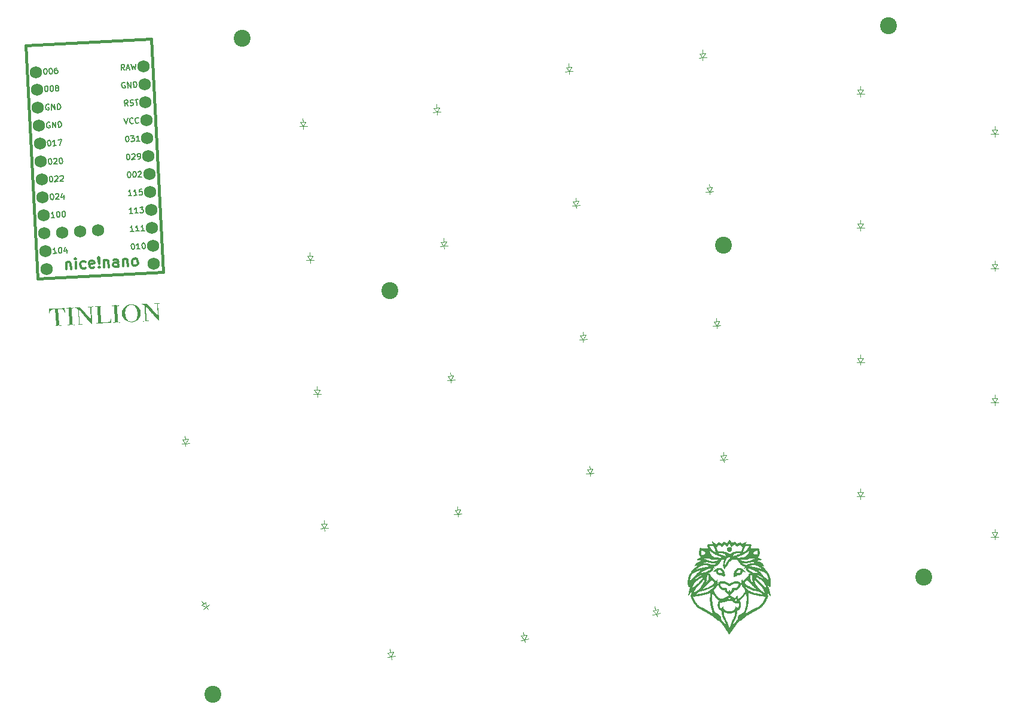
<source format=gbr>
%TF.GenerationSoftware,KiCad,Pcbnew,8.0.4*%
%TF.CreationDate,2024-09-16T15:21:11-06:00*%
%TF.ProjectId,right_board,72696768-745f-4626-9f61-72642e6b6963,v1.0.0*%
%TF.SameCoordinates,Original*%
%TF.FileFunction,Legend,Top*%
%TF.FilePolarity,Positive*%
%FSLAX46Y46*%
G04 Gerber Fmt 4.6, Leading zero omitted, Abs format (unit mm)*
G04 Created by KiCad (PCBNEW 8.0.4) date 2024-09-16 15:21:11*
%MOMM*%
%LPD*%
G01*
G04 APERTURE LIST*
%ADD10C,0.000000*%
%ADD11C,0.400000*%
%ADD12C,0.150000*%
%ADD13C,0.300000*%
%ADD14C,0.100000*%
%ADD15C,0.381000*%
%ADD16C,2.400000*%
%ADD17C,1.752600*%
G04 APERTURE END LIST*
D10*
G36*
X243253959Y-180144046D02*
G01*
X243269758Y-180145097D01*
X243285719Y-180146813D01*
X243301898Y-180149234D01*
X243318348Y-180152402D01*
X243335123Y-180156356D01*
X243352278Y-180161138D01*
X243386361Y-180176350D01*
X243417445Y-180194069D01*
X243445572Y-180214087D01*
X243470783Y-180236198D01*
X243493117Y-180260194D01*
X243512617Y-180285869D01*
X243529322Y-180313015D01*
X243543274Y-180341426D01*
X243554513Y-180370896D01*
X243563079Y-180401217D01*
X243569014Y-180432182D01*
X243572358Y-180463584D01*
X243573151Y-180495218D01*
X243571435Y-180526874D01*
X243567250Y-180558348D01*
X243560637Y-180589432D01*
X243551637Y-180619919D01*
X243540290Y-180649602D01*
X243526637Y-180678275D01*
X243510718Y-180705730D01*
X243492575Y-180731761D01*
X243472247Y-180756160D01*
X243449777Y-180778722D01*
X243425204Y-180799238D01*
X243398569Y-180817503D01*
X243369913Y-180833309D01*
X243339276Y-180846450D01*
X243306699Y-180856718D01*
X243272224Y-180863907D01*
X243235890Y-180867810D01*
X243197738Y-180868220D01*
X243157809Y-180864929D01*
X243125533Y-180859310D01*
X243094716Y-180851226D01*
X243065409Y-180840820D01*
X243037659Y-180828231D01*
X243011518Y-180813601D01*
X242987033Y-180797070D01*
X242964253Y-180778779D01*
X242943229Y-180758869D01*
X242924009Y-180737480D01*
X242906642Y-180714753D01*
X242891177Y-180690829D01*
X242877664Y-180665849D01*
X242866153Y-180639953D01*
X242856691Y-180613282D01*
X242849328Y-180585977D01*
X242844114Y-180558178D01*
X242843245Y-180550075D01*
X242841097Y-180530027D01*
X242840327Y-180501664D01*
X242841852Y-180473230D01*
X242844003Y-180457471D01*
X243157811Y-180457471D01*
X243157811Y-180550075D01*
X243287456Y-180485253D01*
X243157811Y-180457471D01*
X242844003Y-180457471D01*
X242845723Y-180444865D01*
X242851988Y-180416710D01*
X242860697Y-180388907D01*
X242871898Y-180361595D01*
X242885641Y-180334915D01*
X242901974Y-180309009D01*
X242920948Y-180284017D01*
X242942611Y-180260079D01*
X242967013Y-180237337D01*
X242994202Y-180215931D01*
X243024228Y-180196002D01*
X243057140Y-180177691D01*
X243092987Y-180161138D01*
X243126918Y-180154681D01*
X243159546Y-180149418D01*
X243175508Y-180147335D01*
X243191306Y-180145674D01*
X243206997Y-180144473D01*
X243222633Y-180143775D01*
X243238269Y-180143619D01*
X243253959Y-180144046D01*
G37*
G36*
X243435622Y-179429565D02*
G01*
X243574528Y-179586992D01*
X243954205Y-179411044D01*
X244278321Y-179651815D01*
X244695039Y-179466607D01*
X245009894Y-179716638D01*
X245232144Y-179633294D01*
X245648862Y-179383262D01*
X245519217Y-179735158D01*
X245700663Y-179730817D01*
X245819058Y-179730275D01*
X245880902Y-179731835D01*
X245942880Y-179735158D01*
X246003774Y-179740652D01*
X246062361Y-179748723D01*
X246117422Y-179759779D01*
X246143248Y-179766553D01*
X246167735Y-179774226D01*
X246190730Y-179782848D01*
X246212079Y-179792471D01*
X246231632Y-179803145D01*
X246249234Y-179814921D01*
X246264734Y-179827850D01*
X246277979Y-179841983D01*
X246288816Y-179857371D01*
X246297092Y-179874064D01*
X246300899Y-179885775D01*
X246303671Y-179898298D01*
X246305460Y-179911578D01*
X246306316Y-179925557D01*
X246306291Y-179940181D01*
X246305434Y-179955394D01*
X246301433Y-179987360D01*
X246294718Y-180021008D01*
X246285697Y-180055891D01*
X246274777Y-180091560D01*
X246262365Y-180127568D01*
X246248868Y-180163468D01*
X246234692Y-180198812D01*
X246205934Y-180266041D01*
X246158185Y-180374127D01*
X246484471Y-180377021D01*
X246625855Y-180378034D01*
X246761271Y-180376442D01*
X246897121Y-180370510D01*
X246967209Y-180365373D01*
X247039807Y-180358500D01*
X247115715Y-180349674D01*
X247195733Y-180338677D01*
X247280662Y-180325293D01*
X247371301Y-180309304D01*
X247422269Y-180501783D01*
X247445651Y-180592013D01*
X247466509Y-180678852D01*
X247484004Y-180762761D01*
X247497293Y-180844202D01*
X247505536Y-180923634D01*
X247507502Y-180962742D01*
X247507892Y-181001520D01*
X247506599Y-181040027D01*
X247503519Y-181078321D01*
X247498547Y-181116459D01*
X247491577Y-181154498D01*
X247482505Y-181192496D01*
X247471225Y-181230512D01*
X247457633Y-181268602D01*
X247441622Y-181306824D01*
X247423088Y-181345237D01*
X247401926Y-181383897D01*
X247378031Y-181422862D01*
X247351297Y-181462190D01*
X247321619Y-181501938D01*
X247288893Y-181542165D01*
X247253013Y-181582927D01*
X247213874Y-181624283D01*
X247257269Y-181637398D01*
X247300582Y-181652372D01*
X247343732Y-181669109D01*
X247386638Y-181687514D01*
X247429219Y-181707493D01*
X247471393Y-181728951D01*
X247513078Y-181751792D01*
X247554194Y-181775922D01*
X247594658Y-181801246D01*
X247634390Y-181827669D01*
X247673309Y-181855095D01*
X247711331Y-181883430D01*
X247748378Y-181912579D01*
X247784366Y-181942447D01*
X247819214Y-181972939D01*
X247852842Y-182003960D01*
X247056446Y-182133606D01*
X247103548Y-182141627D01*
X247154150Y-182151765D01*
X247207628Y-182163965D01*
X247263357Y-182178172D01*
X247320715Y-182194332D01*
X247379076Y-182212392D01*
X247437817Y-182232296D01*
X247496314Y-182253991D01*
X247553943Y-182277423D01*
X247610080Y-182302536D01*
X247664101Y-182329277D01*
X247715381Y-182357592D01*
X247763298Y-182387426D01*
X247807226Y-182418726D01*
X247846542Y-182451435D01*
X247864276Y-182468303D01*
X247880622Y-182485502D01*
X247898185Y-182505856D01*
X247916072Y-182528530D01*
X247934177Y-182553239D01*
X247952391Y-182579698D01*
X247970604Y-182607621D01*
X247988709Y-182636725D01*
X248024159Y-182697334D01*
X248057872Y-182759245D01*
X248088981Y-182820179D01*
X248116618Y-182877858D01*
X248139914Y-182930002D01*
X247630591Y-182772575D01*
X247664375Y-182789947D01*
X247696409Y-182807374D01*
X247726897Y-182824909D01*
X247756041Y-182842607D01*
X247784046Y-182860521D01*
X247811115Y-182878708D01*
X247837452Y-182897220D01*
X247863260Y-182916111D01*
X247914101Y-182955251D01*
X247965269Y-182996561D01*
X248075091Y-183087429D01*
X248180836Y-183180700D01*
X248282510Y-183279709D01*
X248379735Y-183384117D01*
X248472131Y-183493585D01*
X248559319Y-183607774D01*
X248640917Y-183726343D01*
X248716547Y-183848956D01*
X248785828Y-183975271D01*
X248848381Y-184104951D01*
X248903826Y-184237656D01*
X248951783Y-184373047D01*
X248991872Y-184510784D01*
X249023714Y-184650529D01*
X249046928Y-184791943D01*
X249061135Y-184934686D01*
X249065955Y-185078419D01*
X249065955Y-185300669D01*
X249064563Y-185370863D01*
X249062720Y-185406374D01*
X249060023Y-185442035D01*
X249056403Y-185477749D01*
X249051794Y-185513423D01*
X249046126Y-185548961D01*
X249039332Y-185584269D01*
X249031345Y-185619251D01*
X249022095Y-185653812D01*
X249011517Y-185687858D01*
X248999541Y-185721294D01*
X248986101Y-185754024D01*
X248971127Y-185785954D01*
X248954553Y-185816989D01*
X248936310Y-185847033D01*
X248584414Y-185495137D01*
X248655803Y-185658497D01*
X248717967Y-185805361D01*
X248772101Y-185941808D01*
X248819398Y-186073913D01*
X248840855Y-186140237D01*
X248861052Y-186207755D01*
X248880135Y-186277226D01*
X248898256Y-186349411D01*
X248915563Y-186425068D01*
X248932205Y-186504957D01*
X248964092Y-186680471D01*
X249006921Y-186902721D01*
X249011278Y-186932211D01*
X249014644Y-186961539D01*
X249016790Y-186990541D01*
X249017484Y-187019055D01*
X249016495Y-187046918D01*
X249013595Y-187073966D01*
X249008551Y-187100038D01*
X249005153Y-187112657D01*
X249001133Y-187124971D01*
X248877564Y-186941644D01*
X248808075Y-186838965D01*
X248734896Y-186734876D01*
X248697262Y-186683693D01*
X248659112Y-186633825D01*
X248620583Y-186585830D01*
X248581810Y-186540262D01*
X248542928Y-186497679D01*
X248504073Y-186458637D01*
X248465381Y-186423691D01*
X248426987Y-186393398D01*
X248493402Y-186543301D01*
X248534585Y-186638220D01*
X248576311Y-186738349D01*
X248614999Y-186837609D01*
X248632084Y-186885014D01*
X248647067Y-186929924D01*
X248659499Y-186971577D01*
X248668934Y-187009216D01*
X248674923Y-187042080D01*
X248677018Y-187069409D01*
X248674190Y-187102668D01*
X248666112Y-187142750D01*
X248653395Y-187188666D01*
X248636649Y-187239424D01*
X248616484Y-187294035D01*
X248593512Y-187351508D01*
X248541584Y-187471079D01*
X248485750Y-187590217D01*
X248430893Y-187700998D01*
X248381896Y-187795501D01*
X248343642Y-187865804D01*
X248305097Y-187934502D01*
X248265779Y-188001708D01*
X248225566Y-188067449D01*
X248184335Y-188131752D01*
X248141964Y-188194644D01*
X248098333Y-188256152D01*
X248053317Y-188316304D01*
X248006796Y-188375127D01*
X247958647Y-188432647D01*
X247908748Y-188488893D01*
X247856977Y-188543890D01*
X247803211Y-188597666D01*
X247747330Y-188650249D01*
X247689211Y-188701665D01*
X247628731Y-188751942D01*
X247565769Y-188801106D01*
X245871112Y-189745668D01*
X245786936Y-189802208D01*
X245696032Y-189866343D01*
X245601221Y-189936122D01*
X245505325Y-190009590D01*
X245411165Y-190084795D01*
X245321563Y-190159783D01*
X245239341Y-190232600D01*
X245201879Y-190267584D01*
X245167320Y-190301293D01*
X244787642Y-190680971D01*
X244787642Y-190523544D01*
X244738458Y-190549229D01*
X244691511Y-190577533D01*
X244646654Y-190608251D01*
X244603736Y-190641180D01*
X244562609Y-190676117D01*
X244523124Y-190712857D01*
X244485130Y-190751199D01*
X244448480Y-190790938D01*
X244413023Y-190831870D01*
X244378610Y-190873793D01*
X244312323Y-190959795D01*
X244185715Y-191134730D01*
X243157809Y-192570096D01*
X243048439Y-192383838D01*
X242935704Y-192199968D01*
X242819713Y-192018269D01*
X242700576Y-191838523D01*
X242578400Y-191660513D01*
X242453294Y-191484022D01*
X242325366Y-191308833D01*
X242319802Y-191301419D01*
X242741091Y-191301419D01*
X242768873Y-191329201D01*
X242768873Y-191301419D01*
X242741091Y-191301419D01*
X242319802Y-191301419D01*
X242194725Y-191134730D01*
X242068118Y-190958493D01*
X242035347Y-190914637D01*
X242001830Y-190871351D01*
X241967418Y-190828879D01*
X241931961Y-190787465D01*
X241895311Y-190747353D01*
X241857317Y-190708788D01*
X241817831Y-190672013D01*
X241776704Y-190637273D01*
X241733787Y-190604812D01*
X241688929Y-190574874D01*
X241665727Y-190560927D01*
X241641983Y-190547703D01*
X241617680Y-190535232D01*
X241592798Y-190523544D01*
X241592798Y-190680971D01*
X241213121Y-190301293D01*
X241178562Y-190267584D01*
X241157234Y-190247666D01*
X241631415Y-190247666D01*
X241631725Y-190253907D01*
X241632358Y-190260302D01*
X241633320Y-190266877D01*
X241634616Y-190273657D01*
X241636252Y-190280668D01*
X241638232Y-190287934D01*
X241643244Y-190303338D01*
X241649694Y-190320070D01*
X241657623Y-190338336D01*
X241685404Y-190116085D01*
X241666359Y-190148044D01*
X241658240Y-190162254D01*
X241651112Y-190175554D01*
X241645014Y-190188149D01*
X241639988Y-190200243D01*
X241636075Y-190212038D01*
X241634548Y-190217887D01*
X241633314Y-190223737D01*
X241632379Y-190229615D01*
X241631748Y-190235546D01*
X241631424Y-190241554D01*
X241631415Y-190247666D01*
X241157234Y-190247666D01*
X241141100Y-190232600D01*
X241058878Y-190159783D01*
X240969276Y-190084795D01*
X240875116Y-190009590D01*
X240779220Y-189936122D01*
X240684410Y-189866343D01*
X240593506Y-189802208D01*
X240509330Y-189745668D01*
X238814675Y-188801106D01*
X238751814Y-188750416D01*
X238691612Y-188699006D01*
X238633906Y-188646810D01*
X238578534Y-188593760D01*
X238525331Y-188539786D01*
X238474137Y-188484823D01*
X238424787Y-188428802D01*
X238377120Y-188371654D01*
X238330971Y-188313313D01*
X238286179Y-188253711D01*
X238242581Y-188192779D01*
X238200014Y-188130449D01*
X238158315Y-188066655D01*
X238117321Y-188001328D01*
X238036799Y-187865804D01*
X237995507Y-187795501D01*
X237944340Y-187700998D01*
X237888181Y-187590217D01*
X237831913Y-187471079D01*
X237805264Y-187410852D01*
X237780420Y-187351508D01*
X237757990Y-187294035D01*
X237738585Y-187239424D01*
X237728920Y-187208315D01*
X238064581Y-187208315D01*
X238090696Y-187279303D01*
X238120270Y-187352991D01*
X238153073Y-187428822D01*
X238188874Y-187506240D01*
X238227441Y-187584689D01*
X238268546Y-187663613D01*
X238311956Y-187742455D01*
X238357442Y-187820660D01*
X238404773Y-187897671D01*
X238453718Y-187972932D01*
X238504047Y-188045887D01*
X238555528Y-188115980D01*
X238607932Y-188182655D01*
X238661028Y-188245355D01*
X238714585Y-188303524D01*
X238768373Y-188356607D01*
X238841523Y-188421796D01*
X238915147Y-188482237D01*
X238989287Y-188538392D01*
X239063983Y-188590722D01*
X239139275Y-188639687D01*
X239215206Y-188685749D01*
X239291815Y-188729370D01*
X239369142Y-188771010D01*
X239526117Y-188850194D01*
X239686456Y-188926991D01*
X239850485Y-189005089D01*
X240018529Y-189088179D01*
X240851967Y-189569721D01*
X240509332Y-188291783D01*
X240435248Y-187430564D01*
X240457826Y-187149949D01*
X240766452Y-187149949D01*
X240767212Y-187175444D01*
X240768623Y-187199054D01*
X240767031Y-187409439D01*
X240769780Y-187605933D01*
X240777738Y-187792878D01*
X240791773Y-187974614D01*
X240812754Y-188155481D01*
X240841548Y-188339821D01*
X240879024Y-188531975D01*
X240926049Y-188736283D01*
X240963381Y-188881556D01*
X240988232Y-188971339D01*
X241016339Y-189065028D01*
X241047050Y-189156981D01*
X241063179Y-189200543D01*
X241079714Y-189241555D01*
X241096576Y-189279311D01*
X241113681Y-189313106D01*
X241130950Y-189342235D01*
X241148299Y-189365992D01*
X241161604Y-189381404D01*
X241177039Y-189396395D01*
X241194346Y-189410980D01*
X241213267Y-189425171D01*
X241233544Y-189438982D01*
X241254921Y-189452428D01*
X241277138Y-189465520D01*
X241299939Y-189478274D01*
X241346259Y-189502817D01*
X241391820Y-189526167D01*
X241434559Y-189548432D01*
X241454226Y-189559192D01*
X241472414Y-189569720D01*
X241503551Y-189585678D01*
X241534415Y-189602313D01*
X241564955Y-189619653D01*
X241595114Y-189637727D01*
X241624840Y-189656560D01*
X241654077Y-189676179D01*
X241682772Y-189696613D01*
X241710870Y-189717887D01*
X241738316Y-189740030D01*
X241765057Y-189763068D01*
X241791039Y-189787028D01*
X241816207Y-189811938D01*
X241840506Y-189837825D01*
X241863883Y-189864716D01*
X241886284Y-189892637D01*
X241907653Y-189921616D01*
X241920877Y-189940501D01*
X241932810Y-189958961D01*
X241943518Y-189977008D01*
X241953069Y-189994651D01*
X241961528Y-190011901D01*
X241968961Y-190028767D01*
X241975434Y-190045260D01*
X241981013Y-190061391D01*
X241985765Y-190077169D01*
X241989756Y-190092604D01*
X241993051Y-190107707D01*
X241995718Y-190122488D01*
X241999428Y-190151124D01*
X242001415Y-190178593D01*
X242002208Y-190204977D01*
X242002337Y-190230358D01*
X242002717Y-190278432D01*
X242004026Y-190301290D01*
X242006786Y-190323469D01*
X242008876Y-190334329D01*
X242011527Y-190345051D01*
X242014806Y-190355643D01*
X242018778Y-190366117D01*
X242021808Y-190373355D01*
X242025658Y-190381152D01*
X242035617Y-190398275D01*
X242048262Y-190417189D01*
X242063199Y-190437596D01*
X242080036Y-190459196D01*
X242098378Y-190481691D01*
X242138006Y-190528174D01*
X242218022Y-190618752D01*
X242252116Y-190658073D01*
X242266307Y-190675197D01*
X242278070Y-190690231D01*
X242750351Y-191301419D01*
X242741111Y-191247607D01*
X242730793Y-191195510D01*
X242707178Y-191096152D01*
X242680010Y-191002736D01*
X242649789Y-190914651D01*
X242617018Y-190831287D01*
X242582199Y-190752033D01*
X242545833Y-190676279D01*
X242508423Y-190603414D01*
X242358375Y-190328640D01*
X242323271Y-190261066D01*
X242290134Y-190192718D01*
X242259466Y-190122987D01*
X242231768Y-190051262D01*
X242214459Y-189993294D01*
X242197476Y-189931310D01*
X242181143Y-189866506D01*
X242165788Y-189800073D01*
X242151734Y-189733206D01*
X242139309Y-189667099D01*
X242128837Y-189602945D01*
X242120643Y-189541939D01*
X242119110Y-189527221D01*
X242117930Y-189511010D01*
X242116302Y-189475090D01*
X242113698Y-189396087D01*
X242113024Y-189384513D01*
X242416977Y-189384513D01*
X242419322Y-189501213D01*
X242422204Y-189554919D01*
X242426183Y-189605786D01*
X242431228Y-189654008D01*
X242437305Y-189699779D01*
X242444382Y-189743290D01*
X242452427Y-189784737D01*
X242461409Y-189824311D01*
X242471294Y-189862207D01*
X242493647Y-189933735D01*
X242519228Y-190000869D01*
X242547781Y-190065153D01*
X242579046Y-190128136D01*
X242612766Y-190191363D01*
X242686542Y-190324734D01*
X242726082Y-190397972D01*
X242767046Y-190477639D01*
X242809177Y-190565283D01*
X242852216Y-190662450D01*
X243185591Y-191653315D01*
X243328201Y-191245857D01*
X243657873Y-191245857D01*
X243684331Y-191221612D01*
X243711536Y-191194273D01*
X243739365Y-191164222D01*
X243767696Y-191131838D01*
X243825374Y-191061589D01*
X243883596Y-190986565D01*
X243997759Y-190834347D01*
X244051748Y-190763230D01*
X244102373Y-190699492D01*
X244127929Y-190666954D01*
X244160974Y-190626711D01*
X244237806Y-190533962D01*
X244275734Y-190486882D01*
X244309430Y-190442950D01*
X244323775Y-190423011D01*
X244335963Y-190404877D01*
X244345628Y-190388886D01*
X244352404Y-190375378D01*
X244357217Y-190364930D01*
X244361282Y-190354413D01*
X244367434Y-190333109D01*
X244371388Y-190311344D01*
X244373674Y-190288995D01*
X244375855Y-190218874D01*
X244697800Y-190218874D01*
X244698009Y-190224805D01*
X244698512Y-190230683D01*
X244699313Y-190236534D01*
X244700418Y-190242383D01*
X244701831Y-190248256D01*
X244703558Y-190254178D01*
X244705604Y-190260174D01*
X244707974Y-190266271D01*
X244710673Y-190272493D01*
X244713705Y-190278866D01*
X244720793Y-190292167D01*
X244729278Y-190306376D01*
X244739201Y-190321698D01*
X244750603Y-190338336D01*
X244722821Y-190116085D01*
X244716317Y-190134350D01*
X244710721Y-190151083D01*
X244706075Y-190166486D01*
X244702419Y-190180763D01*
X244699794Y-190194118D01*
X244698881Y-190200513D01*
X244698241Y-190206754D01*
X244697879Y-190212866D01*
X244697800Y-190218874D01*
X244375855Y-190218874D01*
X244376712Y-190191327D01*
X244378591Y-190164231D01*
X244381976Y-190135819D01*
X244387395Y-190105969D01*
X244395378Y-190074559D01*
X244406454Y-190041467D01*
X244413317Y-190024252D01*
X244421152Y-190006571D01*
X244430024Y-189988408D01*
X244440001Y-189969748D01*
X244451147Y-189950577D01*
X244463529Y-189930878D01*
X244485315Y-189900162D01*
X244508891Y-189870504D01*
X244534095Y-189841877D01*
X244560764Y-189814254D01*
X244588735Y-189787608D01*
X244617846Y-189761911D01*
X244647933Y-189737137D01*
X244678834Y-189713258D01*
X244710386Y-189690247D01*
X244742427Y-189668077D01*
X244774793Y-189646721D01*
X244807322Y-189626152D01*
X244872218Y-189587266D01*
X244919483Y-189560461D01*
X245519217Y-189560461D01*
X246352654Y-189078920D01*
X246688634Y-188921637D01*
X246849136Y-188845003D01*
X247005514Y-188765223D01*
X247082360Y-188723101D01*
X247158420Y-188678931D01*
X247233774Y-188632292D01*
X247308504Y-188582763D01*
X247382691Y-188529925D01*
X247456417Y-188473357D01*
X247529763Y-188412637D01*
X247602811Y-188347346D01*
X247656599Y-188294264D01*
X247710156Y-188236094D01*
X247763252Y-188173394D01*
X247815656Y-188106720D01*
X247867138Y-188036627D01*
X247917467Y-187963672D01*
X247966412Y-187888411D01*
X248013742Y-187811399D01*
X248059228Y-187733195D01*
X248102639Y-187654352D01*
X248143743Y-187575428D01*
X248182311Y-187496979D01*
X248218111Y-187419561D01*
X248250914Y-187343731D01*
X248280488Y-187270043D01*
X248306603Y-187199055D01*
X247891765Y-187147977D01*
X247689175Y-187123036D01*
X247488213Y-187096032D01*
X247287685Y-187065122D01*
X247086398Y-187028460D01*
X246883157Y-186984202D01*
X246780432Y-186958648D01*
X246676770Y-186930503D01*
X246610656Y-186911810D01*
X246550687Y-186893822D01*
X246496063Y-186876378D01*
X246445983Y-186859313D01*
X246399647Y-186842465D01*
X246356254Y-186825671D01*
X246275099Y-186791596D01*
X246196114Y-186755784D01*
X246112897Y-186716934D01*
X246019044Y-186673742D01*
X245908154Y-186624908D01*
X245903682Y-186651681D01*
X245900594Y-186679783D01*
X245898753Y-186709025D01*
X245898025Y-186739216D01*
X245898274Y-186770167D01*
X245899364Y-186801688D01*
X245903524Y-186865679D01*
X245926675Y-187106450D01*
X245926675Y-187615773D01*
X245926919Y-187701192D01*
X245924288Y-187790382D01*
X245918943Y-187882774D01*
X245911048Y-187977797D01*
X245888259Y-188173460D01*
X245857222Y-188372812D01*
X245819240Y-188571296D01*
X245775615Y-188764354D01*
X245727649Y-188947428D01*
X245676644Y-189115960D01*
X245519217Y-189560461D01*
X244919483Y-189560461D01*
X244935811Y-189551201D01*
X244956950Y-189539245D01*
X244978604Y-189527615D01*
X245022917Y-189504898D01*
X245067663Y-189482181D01*
X245089860Y-189470551D01*
X245111758Y-189458596D01*
X245133223Y-189446207D01*
X245154117Y-189433275D01*
X245174307Y-189419691D01*
X245193655Y-189405349D01*
X245212027Y-189390138D01*
X245229286Y-189373950D01*
X245237456Y-189365456D01*
X245245298Y-189356677D01*
X245252793Y-189347600D01*
X245259926Y-189338211D01*
X245274223Y-189315878D01*
X245289226Y-189287604D01*
X245304771Y-189254175D01*
X245320696Y-189216378D01*
X245353035Y-189130828D01*
X245384941Y-189037247D01*
X245415109Y-188941930D01*
X245442240Y-188851170D01*
X245482175Y-188708502D01*
X245511399Y-188585322D01*
X245536688Y-188462305D01*
X245558234Y-188339397D01*
X245576226Y-188216543D01*
X245590854Y-188093688D01*
X245602307Y-187970780D01*
X245610777Y-187847763D01*
X245616451Y-187724583D01*
X245620177Y-187477518D01*
X245615005Y-187229151D01*
X245602452Y-186979047D01*
X245584040Y-186726773D01*
X245093236Y-187365742D01*
X244583913Y-187782461D01*
X244602423Y-187788834D01*
X244619784Y-187795789D01*
X244636039Y-187803310D01*
X244651232Y-187811382D01*
X244665408Y-187819990D01*
X244678611Y-187829118D01*
X244690885Y-187838752D01*
X244702273Y-187848876D01*
X244712821Y-187859474D01*
X244722572Y-187870532D01*
X244731569Y-187882035D01*
X244739858Y-187893966D01*
X244747482Y-187906311D01*
X244754486Y-187919054D01*
X244766807Y-187945676D01*
X244777176Y-187973708D01*
X244785943Y-188003029D01*
X244793463Y-188033516D01*
X244800087Y-188065048D01*
X244824685Y-188199180D01*
X244830897Y-188238292D01*
X244835645Y-188277455D01*
X244838928Y-188316611D01*
X244840746Y-188355702D01*
X244841098Y-188394672D01*
X244839986Y-188433462D01*
X244837409Y-188472014D01*
X244833366Y-188510272D01*
X244827859Y-188548176D01*
X244820887Y-188585671D01*
X244812449Y-188622697D01*
X244802547Y-188659198D01*
X244791179Y-188695115D01*
X244778347Y-188730392D01*
X244764049Y-188764970D01*
X244748287Y-188798792D01*
X244731059Y-188831799D01*
X244712366Y-188863935D01*
X244692209Y-188895142D01*
X244670586Y-188925363D01*
X244647498Y-188954538D01*
X244622945Y-188982612D01*
X244596928Y-189009525D01*
X244569445Y-189035222D01*
X244540497Y-189059643D01*
X244510084Y-189082731D01*
X244478206Y-189104429D01*
X244444863Y-189124679D01*
X244410055Y-189143423D01*
X244373782Y-189160604D01*
X244336044Y-189176163D01*
X244296841Y-189190044D01*
X244291560Y-189307771D01*
X244282372Y-189430381D01*
X244268844Y-189555813D01*
X244250540Y-189682004D01*
X244239462Y-189744740D01*
X244227027Y-189806893D01*
X244213182Y-189868205D01*
X244197872Y-189928418D01*
X244181042Y-189987274D01*
X244162639Y-190044517D01*
X244142607Y-190099887D01*
X244120894Y-190153128D01*
X244109050Y-190181185D01*
X244097761Y-190206556D01*
X244086934Y-190229594D01*
X244076473Y-190250651D01*
X244066284Y-190270081D01*
X244056271Y-190288235D01*
X244036393Y-190322130D01*
X243994577Y-190390136D01*
X243971118Y-190429891D01*
X243958419Y-190452441D01*
X243944946Y-190477243D01*
X243899566Y-190561545D01*
X243854512Y-190653335D01*
X243810977Y-190750551D01*
X243770155Y-190851131D01*
X243733240Y-190953014D01*
X243716621Y-191003799D01*
X243701425Y-191054137D01*
X243687804Y-191103769D01*
X243675905Y-191152439D01*
X243665878Y-191199887D01*
X243657873Y-191245857D01*
X243328201Y-191245857D01*
X243509705Y-190727272D01*
X243552858Y-190623875D01*
X243595346Y-190531248D01*
X243636939Y-190447574D01*
X243677406Y-190371036D01*
X243754040Y-190232094D01*
X243789745Y-190166054D01*
X243823402Y-190099879D01*
X243854781Y-190031751D01*
X243883649Y-189959852D01*
X243909778Y-189882364D01*
X243932936Y-189797469D01*
X243952892Y-189703350D01*
X243969417Y-189598189D01*
X243982279Y-189480169D01*
X243991248Y-189347471D01*
X243840856Y-189415821D01*
X243769357Y-189446299D01*
X243699689Y-189474078D01*
X243631377Y-189498981D01*
X243563948Y-189520832D01*
X243496925Y-189539455D01*
X243429834Y-189554672D01*
X243362201Y-189566309D01*
X243293551Y-189574188D01*
X243223408Y-189578133D01*
X243151299Y-189577968D01*
X243076747Y-189573516D01*
X242999279Y-189564602D01*
X242918420Y-189551048D01*
X242833695Y-189532679D01*
X242416977Y-189384513D01*
X242113024Y-189384513D01*
X242111419Y-189356911D01*
X242109750Y-189338259D01*
X242107621Y-189320557D01*
X242104948Y-189304048D01*
X242101652Y-189288977D01*
X242097650Y-189275589D01*
X242092862Y-189264126D01*
X242088198Y-189254023D01*
X242082900Y-189244511D01*
X242076986Y-189235528D01*
X242070470Y-189227012D01*
X242055707Y-189211141D01*
X242038746Y-189196409D01*
X242019723Y-189182329D01*
X241998775Y-189168411D01*
X241951640Y-189139111D01*
X241925727Y-189122751D01*
X241898429Y-189104601D01*
X241869884Y-189084172D01*
X241840226Y-189060976D01*
X241809592Y-189034524D01*
X241778116Y-189004328D01*
X241745935Y-188969900D01*
X241729623Y-188950946D01*
X241713185Y-188930751D01*
X241678865Y-188883443D01*
X241648724Y-188835307D01*
X241622597Y-188786385D01*
X241600324Y-188736717D01*
X241581740Y-188686343D01*
X241566682Y-188635304D01*
X241554989Y-188583642D01*
X241546498Y-188531396D01*
X241541044Y-188478607D01*
X241538467Y-188425317D01*
X241538542Y-188395746D01*
X241824399Y-188395746D01*
X241825504Y-188449671D01*
X241830096Y-188502458D01*
X241833865Y-188528305D01*
X241838703Y-188553725D01*
X241844678Y-188578670D01*
X241851854Y-188603092D01*
X241860300Y-188626945D01*
X241870079Y-188650181D01*
X241881259Y-188672752D01*
X241893906Y-188694611D01*
X241908086Y-188715711D01*
X241923865Y-188736003D01*
X241941309Y-188755440D01*
X241960484Y-188773976D01*
X241981456Y-188791562D01*
X242004292Y-188808151D01*
X242029058Y-188823695D01*
X242055819Y-188838148D01*
X242069515Y-188811734D01*
X242082913Y-188787885D01*
X242096148Y-188766341D01*
X242109356Y-188746846D01*
X242122672Y-188729141D01*
X242136232Y-188712969D01*
X242150173Y-188698072D01*
X242164629Y-188684193D01*
X242179736Y-188671073D01*
X242195629Y-188658456D01*
X242212446Y-188646082D01*
X242230320Y-188633695D01*
X242269785Y-188607849D01*
X242315110Y-188578856D01*
X242321343Y-188632966D01*
X242329589Y-188684218D01*
X242339802Y-188732686D01*
X242351935Y-188778443D01*
X242365940Y-188821562D01*
X242381769Y-188862115D01*
X242399376Y-188900176D01*
X242418712Y-188935816D01*
X242439730Y-188969110D01*
X242462382Y-189000131D01*
X242486622Y-189028950D01*
X242512401Y-189055641D01*
X242539672Y-189080277D01*
X242568389Y-189102931D01*
X242598502Y-189123676D01*
X242629965Y-189142584D01*
X242662730Y-189159729D01*
X242696750Y-189175183D01*
X242731978Y-189189020D01*
X242768365Y-189201312D01*
X242844429Y-189221553D01*
X242924562Y-189236490D01*
X243008385Y-189246707D01*
X243095518Y-189252787D01*
X243185581Y-189255312D01*
X243278194Y-189254867D01*
X243358144Y-189250632D01*
X243396843Y-189246639D01*
X243434662Y-189241392D01*
X243471580Y-189234891D01*
X243507572Y-189227133D01*
X243542619Y-189218117D01*
X243576698Y-189207841D01*
X243609786Y-189196303D01*
X243641862Y-189183503D01*
X243672904Y-189169437D01*
X243702889Y-189154105D01*
X243731796Y-189137505D01*
X243759602Y-189119634D01*
X243786286Y-189100492D01*
X243811826Y-189080076D01*
X243836198Y-189058385D01*
X243859383Y-189035418D01*
X243881356Y-189011171D01*
X243902097Y-188985645D01*
X243921583Y-188958837D01*
X243939792Y-188930745D01*
X243956702Y-188901368D01*
X243972291Y-188870704D01*
X243986538Y-188838751D01*
X243999419Y-188805508D01*
X244010913Y-188770973D01*
X244020999Y-188735144D01*
X244029653Y-188698019D01*
X244036854Y-188659598D01*
X244042580Y-188619877D01*
X244046808Y-188578856D01*
X244092134Y-188608229D01*
X244112531Y-188621830D01*
X244131599Y-188634997D01*
X244149474Y-188647947D01*
X244166290Y-188660898D01*
X244182184Y-188674065D01*
X244197291Y-188687666D01*
X244211746Y-188701918D01*
X244225687Y-188717039D01*
X244239247Y-188733245D01*
X244252564Y-188750753D01*
X244265772Y-188769780D01*
X244279007Y-188790543D01*
X244292405Y-188813260D01*
X244306101Y-188838148D01*
X244332863Y-188823695D01*
X244357628Y-188808151D01*
X244380464Y-188791562D01*
X244401437Y-188773976D01*
X244420612Y-188755440D01*
X244438056Y-188736003D01*
X244453834Y-188715710D01*
X244468014Y-188694611D01*
X244480661Y-188672752D01*
X244491841Y-188650181D01*
X244501621Y-188626945D01*
X244510066Y-188603092D01*
X244517243Y-188578669D01*
X244523217Y-188553724D01*
X244531824Y-188502457D01*
X244536416Y-188449671D01*
X244537521Y-188395746D01*
X244535670Y-188341060D01*
X244531390Y-188285995D01*
X244525211Y-188230930D01*
X244517662Y-188176245D01*
X244500570Y-188069533D01*
X244467510Y-188079489D01*
X244434353Y-188088520D01*
X244401165Y-188096621D01*
X244368013Y-188103790D01*
X244334963Y-188110022D01*
X244302080Y-188115316D01*
X244269432Y-188119666D01*
X244237083Y-188123070D01*
X244205101Y-188125525D01*
X244173551Y-188127027D01*
X244142500Y-188127572D01*
X244112013Y-188127158D01*
X244082158Y-188125780D01*
X244052999Y-188123437D01*
X244024603Y-188120123D01*
X243997036Y-188115836D01*
X243970364Y-188110572D01*
X243944654Y-188104328D01*
X243919972Y-188097100D01*
X243896383Y-188088886D01*
X243873954Y-188079682D01*
X243852751Y-188069484D01*
X243832840Y-188058288D01*
X243814287Y-188046093D01*
X243797158Y-188032893D01*
X243781520Y-188018687D01*
X243767438Y-188003470D01*
X243754980Y-187987238D01*
X243744210Y-187969990D01*
X243735195Y-187951720D01*
X243728001Y-187932427D01*
X243722694Y-187912106D01*
X243528225Y-187800981D01*
X243176329Y-187838023D01*
X242917037Y-187791720D01*
X242472537Y-187949147D01*
X241861350Y-188069533D01*
X241844258Y-188176245D01*
X241836709Y-188230930D01*
X241830530Y-188285995D01*
X241826250Y-188341060D01*
X241824399Y-188395746D01*
X241538542Y-188395746D01*
X241538603Y-188371566D01*
X241541288Y-188317393D01*
X241546362Y-188262842D01*
X241553660Y-188207951D01*
X241563020Y-188152761D01*
X241574278Y-188097314D01*
X241588603Y-188032202D01*
X241596580Y-187998669D01*
X241605533Y-187965353D01*
X241610477Y-187948980D01*
X241615788Y-187932906D01*
X241621506Y-187917211D01*
X241627671Y-187901977D01*
X241634325Y-187887286D01*
X241641507Y-187873219D01*
X241649260Y-187859858D01*
X241657623Y-187847283D01*
X241663148Y-187838814D01*
X241669271Y-187830752D01*
X241675936Y-187823070D01*
X241683089Y-187815740D01*
X241690676Y-187808736D01*
X241698643Y-187802030D01*
X241706936Y-187795596D01*
X241715500Y-187789406D01*
X241724281Y-187783432D01*
X241733225Y-187777649D01*
X241751384Y-187766544D01*
X241787269Y-187745418D01*
X241741240Y-187717638D01*
X243981986Y-187717638D01*
X243989257Y-187735973D01*
X243997179Y-187752762D01*
X244001384Y-187760568D01*
X244005752Y-187767978D01*
X244010283Y-187774987D01*
X244014976Y-187781593D01*
X244019833Y-187787791D01*
X244024852Y-187793579D01*
X244030034Y-187798954D01*
X244035379Y-187803911D01*
X244040886Y-187808448D01*
X244046556Y-187812561D01*
X244052389Y-187816247D01*
X244058385Y-187819502D01*
X244064544Y-187822323D01*
X244070865Y-187824707D01*
X244077349Y-187826649D01*
X244083996Y-187828148D01*
X244090806Y-187829198D01*
X244097778Y-187829798D01*
X244104913Y-187829943D01*
X244112211Y-187829631D01*
X244119672Y-187828857D01*
X244127296Y-187827618D01*
X244135082Y-187825912D01*
X244143031Y-187823734D01*
X244151143Y-187821082D01*
X244159417Y-187817951D01*
X244167855Y-187814339D01*
X244176455Y-187810242D01*
X244182587Y-187758098D01*
X244187308Y-187705628D01*
X244190943Y-187652507D01*
X244193819Y-187598410D01*
X244204235Y-187365741D01*
X244193499Y-187386277D01*
X244182152Y-187406310D01*
X244170235Y-187425991D01*
X244157789Y-187445468D01*
X244131473Y-187484409D01*
X244103529Y-187524327D01*
X244074283Y-187566415D01*
X244044060Y-187611867D01*
X244028684Y-187636227D01*
X244013185Y-187661877D01*
X243997606Y-187688964D01*
X243981986Y-187717638D01*
X241741240Y-187717638D01*
X241684380Y-187683320D01*
X241593578Y-187624979D01*
X241513492Y-187569595D01*
X241442752Y-187516368D01*
X241406161Y-187486127D01*
X242935560Y-187486127D01*
X242972717Y-187489885D01*
X243007961Y-187494049D01*
X243073743Y-187502622D01*
X243134966Y-187509893D01*
X243164513Y-187512430D01*
X243193694Y-187513908D01*
X243222766Y-187514085D01*
X243251988Y-187512715D01*
X243281616Y-187509554D01*
X243311909Y-187504358D01*
X243343124Y-187496884D01*
X243375520Y-187486887D01*
X243409353Y-187474122D01*
X243444883Y-187458346D01*
X243364885Y-187407884D01*
X243329370Y-187386844D01*
X243296282Y-187368925D01*
X243280518Y-187361212D01*
X243265202Y-187354370D01*
X243250284Y-187348430D01*
X243235710Y-187343423D01*
X243221427Y-187339379D01*
X243207384Y-187336328D01*
X243193527Y-187334302D01*
X243179804Y-187333330D01*
X243166162Y-187333444D01*
X243152549Y-187334673D01*
X243138913Y-187337049D01*
X243125200Y-187340601D01*
X243111358Y-187345361D01*
X243097335Y-187351358D01*
X243083078Y-187358624D01*
X243068534Y-187367189D01*
X243053651Y-187377083D01*
X243038377Y-187388337D01*
X243022658Y-187400981D01*
X243006442Y-187415046D01*
X242989677Y-187430563D01*
X242972310Y-187447562D01*
X242935560Y-187486127D01*
X241406161Y-187486127D01*
X241379989Y-187464498D01*
X241323832Y-187413183D01*
X241272911Y-187361625D01*
X241225856Y-187309022D01*
X241181297Y-187254574D01*
X241137864Y-187197481D01*
X241048895Y-187072158D01*
X240947989Y-186926650D01*
X240889634Y-186844326D01*
X240824185Y-186754555D01*
X240815829Y-186776537D01*
X240808124Y-186800621D01*
X240801070Y-186826524D01*
X240794668Y-186853959D01*
X240788916Y-186882642D01*
X240783816Y-186912289D01*
X240779366Y-186942614D01*
X240775568Y-186973332D01*
X240769925Y-187034808D01*
X240766886Y-187094440D01*
X240766452Y-187149949D01*
X240457826Y-187149949D01*
X240500070Y-186624908D01*
X240204605Y-186754988D01*
X240071957Y-186809990D01*
X239942131Y-186859891D01*
X239809700Y-186905886D01*
X239669238Y-186949167D01*
X239515320Y-186990930D01*
X239342519Y-187032367D01*
X238064581Y-187208315D01*
X237728920Y-187208315D01*
X237722816Y-187188666D01*
X237711292Y-187142750D01*
X237704625Y-187102668D01*
X237703303Y-187085124D01*
X237703424Y-187069409D01*
X237707148Y-187042080D01*
X237714548Y-187009216D01*
X237725176Y-186971577D01*
X237738585Y-186929923D01*
X237768503Y-186847157D01*
X238444258Y-186847157D01*
X238483497Y-186846524D01*
X238524636Y-186844698D01*
X238611524Y-186837897D01*
X238702754Y-186827624D01*
X238796154Y-186814746D01*
X238889554Y-186800132D01*
X238980784Y-186784650D01*
X239148050Y-186754554D01*
X239304699Y-186724458D01*
X239467100Y-186689152D01*
X239632323Y-186647770D01*
X239715077Y-186624528D01*
X239797437Y-186599442D01*
X239879037Y-186572402D01*
X239959512Y-186543301D01*
X240038495Y-186512029D01*
X240115619Y-186478478D01*
X240190518Y-186442539D01*
X240262827Y-186404105D01*
X240332178Y-186363066D01*
X240398206Y-186319314D01*
X240657498Y-186097064D01*
X240789025Y-185990135D01*
X240838999Y-185948445D01*
X240861605Y-185928502D01*
X240883221Y-185908383D01*
X240904294Y-185887504D01*
X240925272Y-185865282D01*
X240946603Y-185841134D01*
X240968735Y-185814477D01*
X240992114Y-185784726D01*
X241017189Y-185751300D01*
X241044408Y-185713614D01*
X241074217Y-185671085D01*
X240546372Y-185967418D01*
X239814800Y-186300793D01*
X238823935Y-186569345D01*
X238444258Y-186847157D01*
X237768503Y-186847157D01*
X237771955Y-186837609D01*
X237811077Y-186738348D01*
X237858287Y-186624908D01*
X238194226Y-186624908D01*
X238313823Y-186561057D01*
X238435630Y-186484808D01*
X238558388Y-186397218D01*
X238680833Y-186299347D01*
X238801704Y-186192250D01*
X238880214Y-186115585D01*
X239416602Y-186115585D01*
X239499754Y-186094575D01*
X239585659Y-186069916D01*
X239673816Y-186041866D01*
X239763723Y-186010682D01*
X239854878Y-185976623D01*
X239946779Y-185939945D01*
X240038924Y-185900907D01*
X240130812Y-185859767D01*
X240221940Y-185816781D01*
X240311806Y-185772209D01*
X240399909Y-185726307D01*
X240485746Y-185679333D01*
X240568816Y-185631545D01*
X240648617Y-185583202D01*
X240724647Y-185534560D01*
X240796404Y-185485877D01*
X240819175Y-185470340D01*
X240844877Y-185451874D01*
X240858385Y-185441711D01*
X240872097Y-185431020D01*
X240885836Y-185419867D01*
X240899426Y-185408321D01*
X240912691Y-185396449D01*
X240925453Y-185384319D01*
X240937537Y-185372000D01*
X240948767Y-185359559D01*
X240958966Y-185347063D01*
X240967957Y-185334581D01*
X240971945Y-185328366D01*
X240975565Y-185322180D01*
X240978795Y-185316032D01*
X240981613Y-185309929D01*
X240986205Y-185297512D01*
X240989596Y-185284603D01*
X240991830Y-185271253D01*
X240992953Y-185257514D01*
X240993011Y-185243435D01*
X240992051Y-185229068D01*
X240990117Y-185214463D01*
X240987256Y-185199672D01*
X240983512Y-185184746D01*
X240978933Y-185169734D01*
X240973564Y-185154689D01*
X240967450Y-185139661D01*
X240960638Y-185124700D01*
X240953173Y-185109858D01*
X240945101Y-185095186D01*
X240936468Y-185080734D01*
X240927319Y-185066553D01*
X240917701Y-185052695D01*
X240907658Y-185039210D01*
X240897238Y-185026148D01*
X240886485Y-185013562D01*
X240875445Y-185001501D01*
X240864165Y-184990016D01*
X240852690Y-184979159D01*
X240841066Y-184968980D01*
X240829338Y-184959530D01*
X240817552Y-184950860D01*
X240805755Y-184943022D01*
X240793992Y-184936064D01*
X240782308Y-184930040D01*
X240770750Y-184924999D01*
X240759363Y-184920992D01*
X240749521Y-184918895D01*
X240739126Y-184917781D01*
X240728218Y-184917604D01*
X240716841Y-184918315D01*
X240705036Y-184919867D01*
X240692846Y-184922213D01*
X240680314Y-184925304D01*
X240667482Y-184929095D01*
X240641086Y-184938581D01*
X240613999Y-184950292D01*
X240586559Y-184963848D01*
X240559106Y-184978869D01*
X240531978Y-184994975D01*
X240505515Y-185011787D01*
X240480056Y-185028924D01*
X240455939Y-185046007D01*
X240433505Y-185062656D01*
X240413092Y-185078491D01*
X240379686Y-185106200D01*
X239953707Y-185606263D01*
X239416602Y-186115585D01*
X238880214Y-186115585D01*
X238919741Y-186076988D01*
X239033680Y-185954618D01*
X239142262Y-185826197D01*
X239244224Y-185692785D01*
X239338304Y-185555439D01*
X239423242Y-185415217D01*
X239497775Y-185273177D01*
X239506056Y-185254367D01*
X239898143Y-185254367D01*
X239969496Y-185143296D01*
X240036616Y-185042969D01*
X240097876Y-184948502D01*
X240125799Y-184901940D01*
X240151648Y-184855011D01*
X240175217Y-184807106D01*
X240196304Y-184757614D01*
X240214705Y-184705924D01*
X240230216Y-184651427D01*
X240242635Y-184593511D01*
X240251758Y-184531566D01*
X240257380Y-184464981D01*
X240259300Y-184393147D01*
X240257217Y-184363370D01*
X240254362Y-184336373D01*
X240250611Y-184311900D01*
X240248362Y-184300528D01*
X240245843Y-184289691D01*
X240243039Y-184279356D01*
X240239936Y-184269491D01*
X240236516Y-184260063D01*
X240232766Y-184251040D01*
X240228671Y-184242390D01*
X240224214Y-184234081D01*
X240219380Y-184226081D01*
X240214155Y-184218357D01*
X240208523Y-184210878D01*
X240202469Y-184203610D01*
X240195977Y-184196522D01*
X240189033Y-184189581D01*
X240181620Y-184182756D01*
X240173725Y-184176014D01*
X240156422Y-184162650D01*
X240137004Y-184149232D01*
X240115348Y-184135502D01*
X240091331Y-184121202D01*
X240064831Y-184106075D01*
X239972227Y-184837648D01*
X239898143Y-185254367D01*
X239506056Y-185254367D01*
X239560643Y-185130377D01*
X239610582Y-184987877D01*
X239630310Y-184917069D01*
X239646333Y-184846732D01*
X239658493Y-184776999D01*
X239666633Y-184708002D01*
X239120268Y-185309929D01*
X239040714Y-185389222D01*
X238968267Y-185458096D01*
X238902223Y-185518289D01*
X238841877Y-185571536D01*
X238735455Y-185664140D01*
X238687968Y-185706970D01*
X238643357Y-185749799D01*
X238600916Y-185794365D01*
X238559941Y-185842403D01*
X238519725Y-185895651D01*
X238479563Y-185955843D01*
X238438750Y-186024718D01*
X238396581Y-186104010D01*
X238352350Y-186195457D01*
X238305351Y-186300794D01*
X238239371Y-186459379D01*
X238233016Y-186476414D01*
X238226946Y-186493870D01*
X238221119Y-186512058D01*
X238215497Y-186531291D01*
X238210037Y-186551881D01*
X238204699Y-186574139D01*
X238199442Y-186598377D01*
X238194226Y-186624908D01*
X237858287Y-186624908D01*
X237892250Y-186543301D01*
X237927139Y-186459668D01*
X237953455Y-186393398D01*
X237342268Y-187124971D01*
X237352448Y-187019274D01*
X237365545Y-186914025D01*
X237381437Y-186809237D01*
X237400001Y-186704924D01*
X237421115Y-186601100D01*
X237444657Y-186497777D01*
X237470505Y-186394969D01*
X237498538Y-186292691D01*
X237560666Y-186089776D01*
X237619004Y-185921117D01*
X237944196Y-185921117D01*
X238036135Y-185869577D01*
X238134071Y-185806140D01*
X238236835Y-185732149D01*
X238343262Y-185648948D01*
X238452185Y-185557879D01*
X238562437Y-185460285D01*
X238672852Y-185357509D01*
X238782263Y-185250894D01*
X238889504Y-185141784D01*
X238993408Y-185031520D01*
X239092808Y-184921446D01*
X239186538Y-184812906D01*
X239273432Y-184707240D01*
X239352322Y-184605794D01*
X239422042Y-184509909D01*
X239481425Y-184420929D01*
X239448439Y-184431980D01*
X239415481Y-184444225D01*
X239382576Y-184457555D01*
X239349754Y-184471862D01*
X239317039Y-184487036D01*
X239284461Y-184502971D01*
X239219819Y-184536684D01*
X239156045Y-184572134D01*
X239093356Y-184608452D01*
X238972102Y-184680221D01*
X238707022Y-184838806D01*
X238632885Y-184884692D01*
X238564499Y-184928950D01*
X238533853Y-184949824D01*
X238506314Y-184969519D01*
X238482437Y-184987775D01*
X238462779Y-185004336D01*
X238425518Y-185040778D01*
X238386941Y-185083610D01*
X238347469Y-185132057D01*
X238307522Y-185185348D01*
X238267521Y-185242708D01*
X238227886Y-185303364D01*
X238189038Y-185366543D01*
X238151397Y-185431472D01*
X238115385Y-185497378D01*
X238081420Y-185563487D01*
X238049924Y-185629027D01*
X238021318Y-185693224D01*
X237996021Y-185755304D01*
X237974455Y-185814495D01*
X237957040Y-185870024D01*
X237944196Y-185921117D01*
X237619004Y-185921117D01*
X237630065Y-185889140D01*
X237705758Y-185690891D01*
X237786769Y-185495138D01*
X237434872Y-185847034D01*
X237408999Y-185800947D01*
X237386761Y-185753109D01*
X237367888Y-185703726D01*
X237352107Y-185652999D01*
X237339148Y-185601133D01*
X237328739Y-185548331D01*
X237320609Y-185494797D01*
X237314486Y-185440733D01*
X237310100Y-185386344D01*
X237307179Y-185331833D01*
X237304647Y-185223258D01*
X237305226Y-185013596D01*
X237305548Y-185004336D01*
X237583040Y-185004336D01*
X237805471Y-184772825D01*
X238203487Y-184772825D01*
X238231269Y-184800606D01*
X238231269Y-184772825D01*
X238203487Y-184772825D01*
X237805471Y-184772825D01*
X237832163Y-184745044D01*
X238231269Y-184745044D01*
X238259050Y-184772825D01*
X238259050Y-184745044D01*
X238231269Y-184745044D01*
X237832163Y-184745044D01*
X237832163Y-184745043D01*
X238259050Y-184745043D01*
X238296639Y-184728718D01*
X238345758Y-184704728D01*
X238471750Y-184637825D01*
X238623353Y-184552474D01*
X238786893Y-184456813D01*
X238948698Y-184358982D01*
X239095092Y-184267120D01*
X239212403Y-184189365D01*
X239255879Y-184158321D01*
X239286956Y-184133856D01*
X239219864Y-184146723D01*
X239150872Y-184164296D01*
X239080469Y-184186292D01*
X239009144Y-184212425D01*
X238937385Y-184242411D01*
X238865680Y-184275964D01*
X238794518Y-184312800D01*
X238724386Y-184352634D01*
X238655774Y-184395181D01*
X238589170Y-184440155D01*
X238525061Y-184487274D01*
X238463937Y-184536250D01*
X238406286Y-184586800D01*
X238352595Y-184638639D01*
X238303354Y-184691482D01*
X238259050Y-184745043D01*
X237832163Y-184745043D01*
X238036800Y-184532054D01*
X238434998Y-184170898D01*
X238656761Y-183846783D01*
X240277822Y-183846783D01*
X240306191Y-183869715D01*
X240332335Y-183891661D01*
X240356363Y-183912663D01*
X240378384Y-183932767D01*
X240398505Y-183952017D01*
X240416836Y-183970455D01*
X240433485Y-183988128D01*
X240448560Y-184005078D01*
X240462171Y-184021350D01*
X240474424Y-184036988D01*
X240485430Y-184052035D01*
X240495296Y-184066537D01*
X240504132Y-184080537D01*
X240512045Y-184094078D01*
X240519144Y-184107207D01*
X240525538Y-184119965D01*
X240536643Y-184144550D01*
X240546229Y-184168184D01*
X240564316Y-184214016D01*
X240574553Y-184236919D01*
X240580350Y-184248521D01*
X240586743Y-184260282D01*
X240593842Y-184272247D01*
X240601755Y-184284460D01*
X240610591Y-184296964D01*
X240620457Y-184309804D01*
X240750103Y-184430189D01*
X240898270Y-184596876D01*
X241101998Y-184772824D01*
X241296467Y-184995074D01*
X241490935Y-184670960D01*
X241514321Y-184815455D01*
X241533909Y-184951811D01*
X241541363Y-185017649D01*
X241546769Y-185082307D01*
X241549760Y-185146070D01*
X241549970Y-185209222D01*
X241547034Y-185272048D01*
X241540583Y-185334834D01*
X241530254Y-185397864D01*
X241515678Y-185461424D01*
X241496490Y-185525797D01*
X241472324Y-185591268D01*
X241442813Y-185658124D01*
X241407592Y-185726648D01*
X241390154Y-185757179D01*
X241372596Y-185786305D01*
X241354960Y-185814084D01*
X241337288Y-185840576D01*
X241319624Y-185865841D01*
X241302008Y-185889937D01*
X241284484Y-185912925D01*
X241267094Y-185934862D01*
X241232885Y-185975827D01*
X241199721Y-186013305D01*
X241137882Y-186079701D01*
X241109886Y-186109569D01*
X241084291Y-186137850D01*
X241061436Y-186165018D01*
X241051142Y-186178334D01*
X241041660Y-186191549D01*
X241033033Y-186204724D01*
X241025303Y-186217918D01*
X241018512Y-186231189D01*
X241012703Y-186244598D01*
X241007919Y-186258203D01*
X241004200Y-186272065D01*
X241001591Y-186286242D01*
X241000133Y-186300793D01*
X241000720Y-186311848D01*
X241002437Y-186324123D01*
X241009014Y-186351997D01*
X241019362Y-186383750D01*
X241032979Y-186418719D01*
X241049363Y-186456238D01*
X241068013Y-186495642D01*
X241110101Y-186577448D01*
X241155227Y-186658821D01*
X241199377Y-186734441D01*
X241238535Y-186798993D01*
X241268685Y-186847157D01*
X241294785Y-186885253D01*
X241324248Y-186926197D01*
X241356750Y-186969365D01*
X241391965Y-187014135D01*
X241429567Y-187059881D01*
X241469231Y-187105979D01*
X241510632Y-187151806D01*
X241553443Y-187196739D01*
X241597340Y-187240151D01*
X241641996Y-187281421D01*
X241687086Y-187319923D01*
X241732285Y-187355034D01*
X241777267Y-187386130D01*
X241821706Y-187412586D01*
X241843620Y-187423879D01*
X241865277Y-187433779D01*
X241886635Y-187442207D01*
X241907654Y-187449085D01*
X241939755Y-187457297D01*
X241973469Y-187462908D01*
X242008672Y-187466030D01*
X242045240Y-187466774D01*
X242083049Y-187465253D01*
X242121975Y-187461578D01*
X242161895Y-187455862D01*
X242202685Y-187448217D01*
X242286379Y-187427584D01*
X242372067Y-187400576D01*
X242458759Y-187368088D01*
X242545465Y-187331015D01*
X242631194Y-187290252D01*
X242714956Y-187246694D01*
X242795761Y-187201238D01*
X242872618Y-187154778D01*
X242944538Y-187108209D01*
X243010530Y-187062427D01*
X243069603Y-187018327D01*
X243120768Y-186976804D01*
X243088737Y-186926256D01*
X243061589Y-186884959D01*
X243038564Y-186851747D01*
X243018904Y-186825454D01*
X243001848Y-186804912D01*
X242986637Y-186788954D01*
X242972511Y-186776416D01*
X242958711Y-186766129D01*
X242891573Y-186724167D01*
X242868006Y-186707641D01*
X242840207Y-186686366D01*
X242807415Y-186659177D01*
X242768873Y-186624907D01*
X242509580Y-186337835D01*
X242537362Y-186337835D01*
X242565143Y-186282273D01*
X242506976Y-186288784D01*
X242480172Y-186291225D01*
X242467054Y-186292100D01*
X242454018Y-186292690D01*
X242440982Y-186292955D01*
X242427865Y-186292853D01*
X242414585Y-186292345D01*
X242401060Y-186291388D01*
X242387211Y-186289944D01*
X242372954Y-186287970D01*
X242358208Y-186285427D01*
X242342894Y-186282273D01*
X242316906Y-186278732D01*
X242291048Y-186273374D01*
X242265339Y-186266280D01*
X242239799Y-186257530D01*
X242214449Y-186247207D01*
X242189310Y-186235392D01*
X242164401Y-186222166D01*
X242139743Y-186207611D01*
X242091262Y-186174838D01*
X242044028Y-186137724D01*
X241998205Y-186096920D01*
X241953956Y-186053078D01*
X241911443Y-186006848D01*
X241870830Y-185958882D01*
X241832278Y-185909830D01*
X241795950Y-185860345D01*
X241762011Y-185811077D01*
X241730621Y-185762677D01*
X241701945Y-185715796D01*
X241676144Y-185671085D01*
X241662276Y-185645020D01*
X241650169Y-185618939D01*
X241639795Y-185592882D01*
X241631126Y-185566887D01*
X241624132Y-185540995D01*
X241618784Y-185515243D01*
X241615054Y-185489671D01*
X241612912Y-185464317D01*
X241612733Y-185456559D01*
X241907856Y-185456559D01*
X241909513Y-185476266D01*
X241913252Y-185496830D01*
X241918941Y-185518143D01*
X241926447Y-185540093D01*
X241935639Y-185562571D01*
X241946384Y-185585466D01*
X241958551Y-185608667D01*
X241986617Y-185655551D01*
X242018779Y-185702339D01*
X242053981Y-185748150D01*
X242091163Y-185792103D01*
X242129267Y-185833316D01*
X242167236Y-185870907D01*
X242204010Y-185903995D01*
X242238534Y-185931697D01*
X242269747Y-185953132D01*
X242283782Y-185961224D01*
X242296592Y-185967418D01*
X242312219Y-185972781D01*
X242327844Y-185976787D01*
X242343465Y-185979546D01*
X242359082Y-185981164D01*
X242374692Y-185981752D01*
X242390293Y-185981418D01*
X242405884Y-185980269D01*
X242421463Y-185978415D01*
X242452579Y-185973025D01*
X242483628Y-185966116D01*
X242545466Y-185951213D01*
X242576230Y-185944955D01*
X242606871Y-185940650D01*
X242622142Y-185939502D01*
X242637377Y-185939167D01*
X242652574Y-185939755D01*
X242667733Y-185941374D01*
X242682851Y-185944132D01*
X242697927Y-185948138D01*
X242712958Y-185953501D01*
X242727944Y-185960328D01*
X242742882Y-185968730D01*
X242757771Y-185978813D01*
X242772609Y-185990687D01*
X242787395Y-186004460D01*
X242798201Y-186015010D01*
X242808077Y-186025811D01*
X242817072Y-186036843D01*
X242825232Y-186048085D01*
X242832606Y-186059517D01*
X242839240Y-186071119D01*
X242845183Y-186082870D01*
X242850481Y-186094749D01*
X242855183Y-186106737D01*
X242859335Y-186118814D01*
X242866180Y-186143149D01*
X242871398Y-186167594D01*
X242875368Y-186191984D01*
X242886365Y-186285745D01*
X242889793Y-186307422D01*
X242894251Y-186328068D01*
X242900120Y-186347521D01*
X242903702Y-186356748D01*
X242907780Y-186365616D01*
X242916676Y-186378978D01*
X242925993Y-186391336D01*
X242935717Y-186402771D01*
X242945834Y-186413366D01*
X242956332Y-186423200D01*
X242967195Y-186432357D01*
X242978411Y-186440916D01*
X242989966Y-186448960D01*
X243001847Y-186456570D01*
X243014040Y-186463827D01*
X243026531Y-186470813D01*
X243039307Y-186477610D01*
X243092988Y-186504523D01*
X243157811Y-186022981D01*
X243222633Y-186022981D01*
X243287456Y-186504523D01*
X243318221Y-186490524D01*
X243333177Y-186483321D01*
X243347793Y-186475873D01*
X243362030Y-186468101D01*
X243375846Y-186459921D01*
X243389201Y-186451253D01*
X243402054Y-186442015D01*
X243414364Y-186432126D01*
X243426091Y-186421505D01*
X243431723Y-186415894D01*
X243437194Y-186410069D01*
X243442499Y-186404021D01*
X243447633Y-186397738D01*
X243452590Y-186391212D01*
X243457366Y-186384431D01*
X243461955Y-186377386D01*
X243466353Y-186370066D01*
X243470554Y-186362461D01*
X243474553Y-186354561D01*
X243478346Y-186346355D01*
X243481926Y-186337835D01*
X243486434Y-186322793D01*
X243489775Y-186305622D01*
X243492303Y-186286579D01*
X243494369Y-186265922D01*
X243498528Y-186220795D01*
X243501327Y-186196841D01*
X243505076Y-186172304D01*
X243510127Y-186147442D01*
X243516832Y-186122512D01*
X243525546Y-186097771D01*
X243530765Y-186085553D01*
X243536619Y-186073478D01*
X243543152Y-186061581D01*
X243550406Y-186049891D01*
X243558427Y-186038443D01*
X243567259Y-186027267D01*
X243576945Y-186016397D01*
X243587529Y-186005864D01*
X243599057Y-185995700D01*
X243611571Y-185985939D01*
X243626304Y-185976293D01*
X243640987Y-185968130D01*
X243655627Y-185961362D01*
X243670227Y-185955897D01*
X243684793Y-185951646D01*
X243699331Y-185948520D01*
X243713845Y-185946428D01*
X243728340Y-185945280D01*
X243742821Y-185944987D01*
X243757294Y-185945459D01*
X243786236Y-185948337D01*
X243815204Y-185953195D01*
X243844240Y-185959315D01*
X243902678Y-185972464D01*
X243932161Y-185978055D01*
X243961876Y-185982032D01*
X243976832Y-185983191D01*
X243991861Y-185983676D01*
X244006969Y-185983398D01*
X244022159Y-185982268D01*
X244037438Y-185980194D01*
X244052809Y-185977088D01*
X244068280Y-185972859D01*
X244083853Y-185967418D01*
X244108515Y-185952610D01*
X244142671Y-185926651D01*
X244183882Y-185891196D01*
X244229705Y-185847901D01*
X244277698Y-185798420D01*
X244325420Y-185744409D01*
X244370429Y-185687521D01*
X244391153Y-185658516D01*
X244410283Y-185629413D01*
X244427514Y-185600418D01*
X244442540Y-185571739D01*
X244455057Y-185543582D01*
X244464760Y-185516154D01*
X244471342Y-185489662D01*
X244474499Y-185464313D01*
X244473926Y-185440313D01*
X244469318Y-185417870D01*
X244460368Y-185397191D01*
X244454170Y-185387577D01*
X244446773Y-185378482D01*
X244438137Y-185369931D01*
X244428226Y-185361950D01*
X244417000Y-185354565D01*
X244404422Y-185347802D01*
X244375058Y-185336246D01*
X244339826Y-185327486D01*
X244298422Y-185321732D01*
X244250541Y-185319189D01*
X244152691Y-185320672D01*
X244105706Y-185322730D01*
X244059833Y-185325845D01*
X244014937Y-185330154D01*
X243970882Y-185335793D01*
X243927533Y-185342897D01*
X243884753Y-185351601D01*
X243842408Y-185362041D01*
X243800361Y-185374354D01*
X243758476Y-185388674D01*
X243716619Y-185405138D01*
X243674654Y-185423880D01*
X243632444Y-185445037D01*
X243589854Y-185468744D01*
X243546749Y-185495137D01*
X243529876Y-185506998D01*
X243510738Y-185521435D01*
X243467022Y-185556198D01*
X243418314Y-185595735D01*
X243367327Y-185636358D01*
X243341827Y-185655924D01*
X243316775Y-185674377D01*
X243292509Y-185691256D01*
X243269370Y-185706101D01*
X243247695Y-185718450D01*
X243227824Y-185727841D01*
X243218671Y-185731284D01*
X243210097Y-185733814D01*
X243202143Y-185735375D01*
X243194852Y-185735908D01*
X243186826Y-185735428D01*
X243178393Y-185734022D01*
X243169580Y-185731742D01*
X243160414Y-185728637D01*
X243150923Y-185724759D01*
X243141134Y-185720159D01*
X243120768Y-185708995D01*
X243099535Y-185695552D01*
X243077650Y-185680237D01*
X243055331Y-185663457D01*
X243032794Y-185645619D01*
X242987939Y-185608396D01*
X242944821Y-185571825D01*
X242905175Y-185539160D01*
X242887196Y-185525310D01*
X242870737Y-185513658D01*
X242834058Y-185490109D01*
X242796944Y-185468079D01*
X242759396Y-185447569D01*
X242721414Y-185428578D01*
X242682997Y-185411106D01*
X242644147Y-185395153D01*
X242604863Y-185380720D01*
X242565144Y-185367806D01*
X242524992Y-185356412D01*
X242484405Y-185346536D01*
X242443384Y-185338180D01*
X242401929Y-185331344D01*
X242360040Y-185326026D01*
X242317717Y-185322228D01*
X242274960Y-185319949D01*
X242231769Y-185319189D01*
X242158120Y-185318755D01*
X242116032Y-185319678D01*
X242094574Y-185320851D01*
X242073185Y-185322662D01*
X242052120Y-185325232D01*
X242031639Y-185328685D01*
X242011999Y-185333141D01*
X241993458Y-185338723D01*
X241984680Y-185341974D01*
X241976273Y-185345553D01*
X241968270Y-185349474D01*
X241960703Y-185353753D01*
X241953604Y-185358405D01*
X241947004Y-185363445D01*
X241940938Y-185368889D01*
X241935436Y-185374751D01*
X241924697Y-185388515D01*
X241916702Y-185403688D01*
X241911319Y-185420160D01*
X241908414Y-185437820D01*
X241907856Y-185456559D01*
X241612733Y-185456559D01*
X241612331Y-185439222D01*
X241613281Y-185414423D01*
X241615733Y-185389960D01*
X241619659Y-185365871D01*
X241625029Y-185342196D01*
X241631815Y-185318974D01*
X241639989Y-185296244D01*
X241649520Y-185274045D01*
X241660381Y-185252415D01*
X241672542Y-185231394D01*
X241685975Y-185211021D01*
X241700651Y-185191334D01*
X241716541Y-185172373D01*
X241733617Y-185154177D01*
X241751848Y-185136785D01*
X241771208Y-185120235D01*
X241791666Y-185104567D01*
X241813194Y-185089820D01*
X241835763Y-185076032D01*
X241859344Y-185063244D01*
X241883909Y-185051493D01*
X241909429Y-185040818D01*
X241935874Y-185031260D01*
X241963217Y-185022856D01*
X241979158Y-185017966D01*
X241995682Y-185013686D01*
X242012722Y-185009976D01*
X242030210Y-185006795D01*
X242048077Y-185004102D01*
X242066257Y-185001857D01*
X242103280Y-184998547D01*
X242140738Y-184996539D01*
X242178087Y-184995508D01*
X242250289Y-184995074D01*
X242290218Y-184997455D01*
X242330106Y-185001098D01*
X242369912Y-185005961D01*
X242409597Y-185012004D01*
X242449119Y-185019187D01*
X242488437Y-185027468D01*
X242527511Y-185036808D01*
X242566301Y-185047165D01*
X242604764Y-185058498D01*
X242642862Y-185070768D01*
X242680553Y-185083933D01*
X242717795Y-185097952D01*
X242754550Y-185112786D01*
X242790776Y-185128392D01*
X242826431Y-185144731D01*
X242861477Y-185161762D01*
X242941203Y-185207341D01*
X242989911Y-185234851D01*
X243040897Y-185262469D01*
X243066398Y-185275607D01*
X243091450Y-185287917D01*
X243115716Y-185299115D01*
X243138855Y-185308916D01*
X243160530Y-185317035D01*
X243180401Y-185323187D01*
X243198128Y-185327087D01*
X243206082Y-185328103D01*
X243213373Y-185328450D01*
X243220743Y-185328050D01*
X243228930Y-185326881D01*
X243247539Y-185322409D01*
X243268779Y-185315387D01*
X243292231Y-185306167D01*
X243317473Y-185295102D01*
X243344086Y-185282546D01*
X243399739Y-185254367D01*
X243508983Y-185195621D01*
X243555846Y-185170697D01*
X243593050Y-185152502D01*
X243673754Y-185119168D01*
X243755976Y-185088981D01*
X243797589Y-185075238D01*
X243839501Y-185062484D01*
X243881683Y-185050789D01*
X243924110Y-185040219D01*
X243966754Y-185030844D01*
X244009588Y-185022730D01*
X244052585Y-185015945D01*
X244095717Y-185010557D01*
X244138958Y-185006635D01*
X244182280Y-185004245D01*
X244225657Y-185003456D01*
X244269060Y-185004336D01*
X244294413Y-185005744D01*
X244320061Y-185008226D01*
X244371902Y-185016363D01*
X244423906Y-185028651D01*
X244449757Y-185036322D01*
X244475395Y-185044994D01*
X244500734Y-185054657D01*
X244525689Y-185065299D01*
X244550177Y-185076907D01*
X244574112Y-185089470D01*
X244597410Y-185102975D01*
X244619985Y-185117411D01*
X244641753Y-185132767D01*
X244662629Y-185149029D01*
X244682528Y-185166187D01*
X244701366Y-185184228D01*
X244719058Y-185203141D01*
X244735518Y-185222914D01*
X244750663Y-185243534D01*
X244764407Y-185264990D01*
X244776666Y-185287271D01*
X244787355Y-185310363D01*
X244796388Y-185334256D01*
X244803682Y-185358938D01*
X244809152Y-185384395D01*
X244812712Y-185410618D01*
X244814278Y-185437594D01*
X244813766Y-185465310D01*
X244811089Y-185493756D01*
X244806165Y-185522919D01*
X244800916Y-185543547D01*
X244793911Y-185565423D01*
X244774984Y-185612484D01*
X244750087Y-185663236D01*
X244719928Y-185716809D01*
X244685210Y-185772335D01*
X244646640Y-185828947D01*
X244604923Y-185885775D01*
X244560765Y-185941953D01*
X244514870Y-185996611D01*
X244467944Y-186048881D01*
X244420692Y-186097896D01*
X244373820Y-186142788D01*
X244328033Y-186182687D01*
X244284037Y-186216727D01*
X244242537Y-186244038D01*
X244222943Y-186254899D01*
X244204238Y-186263752D01*
X244180345Y-186273320D01*
X244157212Y-186281260D01*
X244134730Y-186287681D01*
X244112791Y-186292691D01*
X244091286Y-186296398D01*
X244070106Y-186298912D01*
X244049143Y-186300341D01*
X244028289Y-186300793D01*
X244007435Y-186300377D01*
X243986473Y-186299202D01*
X243965293Y-186297375D01*
X243943788Y-186295006D01*
X243899367Y-186289073D01*
X243852342Y-186282273D01*
X243852342Y-186310054D01*
X243917165Y-186374877D01*
X243630091Y-186652689D01*
X243426363Y-186810116D01*
X243315238Y-186986064D01*
X243372736Y-187033162D01*
X243440109Y-187083298D01*
X243515947Y-187135171D01*
X243598838Y-187187478D01*
X243687373Y-187238917D01*
X243780140Y-187288185D01*
X243827670Y-187311598D01*
X243875729Y-187333981D01*
X243924140Y-187355169D01*
X243972728Y-187375001D01*
X243993962Y-187383249D01*
X244001092Y-187384768D01*
X244007165Y-187383683D01*
X244013129Y-187379342D01*
X244019934Y-187371094D01*
X244039866Y-187340275D01*
X244074556Y-187286014D01*
X244099810Y-187248466D01*
X244131602Y-187203105D01*
X244170882Y-187149279D01*
X244218599Y-187086337D01*
X244275704Y-187013628D01*
X244343145Y-186930501D01*
X244344198Y-186929545D01*
X244345602Y-186930124D01*
X244349348Y-186935728D01*
X244359784Y-186963636D01*
X244372607Y-187011729D01*
X244385973Y-187077510D01*
X244398037Y-187158484D01*
X244403004Y-187203889D01*
X244406954Y-187252156D01*
X244409656Y-187302973D01*
X244410879Y-187356028D01*
X244410393Y-187411010D01*
X244407967Y-187467606D01*
X244417517Y-187467316D01*
X244428478Y-187466629D01*
X244442694Y-187465291D01*
X244459514Y-187463084D01*
X244468698Y-187461587D01*
X244478288Y-187459792D01*
X244488204Y-187457672D01*
X244498364Y-187455198D01*
X244508687Y-187452345D01*
X244519092Y-187449085D01*
X244540111Y-187442181D01*
X244561469Y-187433677D01*
X244583125Y-187423658D01*
X244605040Y-187412206D01*
X244649479Y-187385336D01*
X244694460Y-187353732D01*
X244739659Y-187318058D01*
X244784749Y-187278979D01*
X244829406Y-187237160D01*
X244873302Y-187193266D01*
X244916114Y-187147961D01*
X244957514Y-187101910D01*
X244997179Y-187055777D01*
X245034781Y-187010228D01*
X245102498Y-186923538D01*
X245158061Y-186847157D01*
X245188211Y-186798993D01*
X245227369Y-186734441D01*
X245271518Y-186658820D01*
X245316645Y-186577448D01*
X245358732Y-186495642D01*
X245377382Y-186456237D01*
X245393766Y-186418719D01*
X245407383Y-186383750D01*
X245417731Y-186351997D01*
X245424308Y-186324123D01*
X245426025Y-186311848D01*
X245426612Y-186300793D01*
X245425024Y-186289188D01*
X245422049Y-186276971D01*
X245417765Y-186264180D01*
X245412251Y-186250856D01*
X245405583Y-186237036D01*
X245397840Y-186222760D01*
X245379441Y-186192996D01*
X245357678Y-186161876D01*
X245333175Y-186129711D01*
X245306556Y-186096813D01*
X245278444Y-186063495D01*
X245163557Y-185932258D01*
X245137345Y-185901517D01*
X245113385Y-185872228D01*
X245092300Y-185844702D01*
X245074716Y-185819251D01*
X245035011Y-185755487D01*
X244999294Y-185689389D01*
X244973597Y-185634044D01*
X245334007Y-185634044D01*
X245334888Y-185653115D01*
X245337471Y-185672119D01*
X245341668Y-185691045D01*
X245347392Y-185709882D01*
X245354553Y-185728617D01*
X245363064Y-185747238D01*
X245372836Y-185765733D01*
X245383782Y-185784092D01*
X245395813Y-185802301D01*
X245408841Y-185820349D01*
X245437536Y-185855914D01*
X245469161Y-185890693D01*
X245503010Y-185924590D01*
X245538379Y-185957510D01*
X245574561Y-185989358D01*
X245646547Y-186049461D01*
X245713323Y-186104137D01*
X245742994Y-186129203D01*
X245769247Y-186152628D01*
X245854980Y-186222571D01*
X245942030Y-186286777D01*
X246030408Y-186345584D01*
X246120130Y-186399330D01*
X246211208Y-186448357D01*
X246303656Y-186493002D01*
X246397488Y-186533604D01*
X246492717Y-186570503D01*
X246589357Y-186604038D01*
X246687421Y-186634548D01*
X246786923Y-186662373D01*
X246887876Y-186687850D01*
X247094192Y-186733121D01*
X247306476Y-186773075D01*
X247448856Y-186799844D01*
X247532417Y-186814584D01*
X247619016Y-186827480D01*
X247662234Y-186832592D01*
X247704747Y-186836469D01*
X247746066Y-186838854D01*
X247785703Y-186839489D01*
X247823170Y-186838117D01*
X247857978Y-186834479D01*
X247889639Y-186828319D01*
X247904137Y-186824212D01*
X247917665Y-186819377D01*
X247874383Y-186789263D01*
X247828388Y-186755567D01*
X247731298Y-186683944D01*
X247681722Y-186649271D01*
X247657009Y-186632932D01*
X247632472Y-186617529D01*
X247608207Y-186603266D01*
X247584307Y-186590345D01*
X247560869Y-186578970D01*
X247537987Y-186569346D01*
X246834195Y-186393398D01*
X246636037Y-186325446D01*
X246438312Y-186252611D01*
X246242324Y-186173482D01*
X246145388Y-186131116D01*
X246049375Y-186086647D01*
X245954446Y-186039900D01*
X245860766Y-185990697D01*
X245768496Y-185938862D01*
X245677800Y-185884220D01*
X245588841Y-185826593D01*
X245501780Y-185765806D01*
X245416781Y-185701682D01*
X245334007Y-185634044D01*
X244973597Y-185634044D01*
X244967647Y-185621229D01*
X244940150Y-185551278D01*
X244916886Y-185479808D01*
X244897936Y-185407091D01*
X244883381Y-185333396D01*
X244873302Y-185258996D01*
X244870259Y-185217759D01*
X245397529Y-185217759D01*
X245398679Y-185237413D01*
X245401655Y-185257163D01*
X245406560Y-185276958D01*
X245413499Y-185296744D01*
X245422575Y-185316469D01*
X245433890Y-185336080D01*
X245447548Y-185355525D01*
X245463654Y-185374752D01*
X245509090Y-185418445D01*
X245561485Y-185462545D01*
X245619984Y-185506808D01*
X245683733Y-185550989D01*
X245751877Y-185594845D01*
X245823562Y-185638131D01*
X245897932Y-185680603D01*
X245974134Y-185722018D01*
X246128613Y-185800695D01*
X246280162Y-185872210D01*
X246421944Y-185934609D01*
X246547122Y-185985940D01*
X246651737Y-186030505D01*
X246708113Y-186052354D01*
X246736892Y-186062410D01*
X246765900Y-186071598D01*
X246795018Y-186079701D01*
X246824122Y-186086502D01*
X246853090Y-186091783D01*
X246881800Y-186095328D01*
X246910131Y-186096920D01*
X246937960Y-186096341D01*
X246951648Y-186095170D01*
X246965165Y-186093374D01*
X246978495Y-186090928D01*
X246991623Y-186087804D01*
X246938512Y-186049347D01*
X246883609Y-186007173D01*
X246827296Y-185961689D01*
X246769952Y-185913303D01*
X246711957Y-185862420D01*
X246653690Y-185809449D01*
X246537863Y-185698867D01*
X246425508Y-185584812D01*
X246319664Y-185470540D01*
X246270134Y-185414340D01*
X246223371Y-185359306D01*
X246179754Y-185305846D01*
X246139665Y-185254367D01*
X246122046Y-185232104D01*
X246100724Y-185207359D01*
X246076119Y-185180688D01*
X246048652Y-185152647D01*
X246018743Y-185123792D01*
X245986814Y-185094679D01*
X245953283Y-185065864D01*
X245918572Y-185037905D01*
X245883102Y-185011355D01*
X245847292Y-184986773D01*
X245811564Y-184964714D01*
X245776338Y-184945734D01*
X245742034Y-184930390D01*
X245725360Y-184924255D01*
X245709073Y-184919237D01*
X245693228Y-184915407D01*
X245677876Y-184912832D01*
X245663070Y-184911584D01*
X245648862Y-184911731D01*
X245637214Y-184913296D01*
X245624909Y-184916219D01*
X245612051Y-184920448D01*
X245598744Y-184925929D01*
X245571195Y-184940442D01*
X245543091Y-184959336D01*
X245515257Y-184982191D01*
X245488523Y-185008586D01*
X245475826Y-185022980D01*
X245463715Y-185038101D01*
X245452292Y-185053897D01*
X245441660Y-185070316D01*
X245431924Y-185087304D01*
X245423187Y-185104810D01*
X245415552Y-185122780D01*
X245409122Y-185141162D01*
X245404002Y-185159903D01*
X245400294Y-185178952D01*
X245398101Y-185198255D01*
X245397529Y-185217759D01*
X244870259Y-185217759D01*
X244867781Y-185184162D01*
X244866899Y-185109166D01*
X244870738Y-185034278D01*
X244879379Y-184959769D01*
X244892903Y-184885912D01*
X244911392Y-184812977D01*
X244934927Y-184741236D01*
X244963590Y-184670960D01*
X245121017Y-184995074D01*
X245315486Y-184772825D01*
X245519216Y-184596877D01*
X245650920Y-184448711D01*
X246139664Y-184448711D01*
X246143216Y-184501192D01*
X246150281Y-184554283D01*
X246160683Y-184607727D01*
X246174246Y-184661266D01*
X246190793Y-184714643D01*
X246210148Y-184767598D01*
X246232135Y-184819876D01*
X246256577Y-184871217D01*
X246283298Y-184921365D01*
X246312121Y-184970061D01*
X246342871Y-185017048D01*
X246375371Y-185062069D01*
X246409444Y-185104864D01*
X246444914Y-185145177D01*
X246481606Y-185182750D01*
X246519342Y-185217325D01*
X246547122Y-185245107D01*
X246547122Y-185217325D01*
X246519342Y-185217325D01*
X246505781Y-185142032D01*
X246492898Y-185078148D01*
X246469277Y-184977278D01*
X246431367Y-184831860D01*
X246423992Y-184796557D01*
X246420141Y-184773650D01*
X246728837Y-184773650D01*
X246729200Y-184793679D01*
X246732476Y-184834754D01*
X246738845Y-184876914D01*
X246747940Y-184919834D01*
X246759396Y-184963188D01*
X246772845Y-185006650D01*
X246787923Y-185049896D01*
X246804262Y-185092599D01*
X246821496Y-185134433D01*
X246839260Y-185175074D01*
X246874909Y-185251473D01*
X246908280Y-185319189D01*
X246959662Y-185417789D01*
X247016348Y-185515467D01*
X247077999Y-185611950D01*
X247144276Y-185706969D01*
X247214839Y-185800251D01*
X247289349Y-185891526D01*
X247367468Y-185980522D01*
X247448856Y-186066968D01*
X247533174Y-186150592D01*
X247620084Y-186231123D01*
X247709244Y-186308290D01*
X247800318Y-186381822D01*
X247892965Y-186451447D01*
X247986846Y-186516894D01*
X248081623Y-186577891D01*
X248176956Y-186634168D01*
X248169751Y-186598273D01*
X248158815Y-186557101D01*
X248144542Y-186511452D01*
X248127326Y-186462127D01*
X248107560Y-186409926D01*
X248085636Y-186355650D01*
X248036892Y-186244073D01*
X247984242Y-186133798D01*
X247930832Y-186031228D01*
X247904825Y-185984833D01*
X247879809Y-185942766D01*
X247856177Y-185905826D01*
X247834321Y-185874814D01*
X247537988Y-185578481D01*
X247324999Y-185362598D01*
X247220891Y-185256826D01*
X247118954Y-185150187D01*
X247019622Y-185040943D01*
X246971068Y-184984802D01*
X246923328Y-184927358D01*
X246876456Y-184868396D01*
X246830507Y-184807696D01*
X246785534Y-184745044D01*
X246741592Y-184680221D01*
X246736945Y-184697876D01*
X246733392Y-184716087D01*
X246730887Y-184734813D01*
X246729383Y-184754015D01*
X246728837Y-184773650D01*
X246420141Y-184773650D01*
X246417513Y-184758012D01*
X246411955Y-184714394D01*
X246407348Y-184663871D01*
X246403717Y-184604612D01*
X246401090Y-184534786D01*
X246399494Y-184452561D01*
X246399162Y-184393148D01*
X246899019Y-184393148D01*
X246926801Y-184420929D01*
X246963842Y-184420929D01*
X246964482Y-184435031D01*
X246966363Y-184449531D01*
X246969419Y-184464394D01*
X246973590Y-184479585D01*
X246978813Y-184495067D01*
X246985024Y-184510805D01*
X246992160Y-184526763D01*
X247000160Y-184542906D01*
X247018498Y-184575605D01*
X247039535Y-184608616D01*
X247062769Y-184641653D01*
X247087700Y-184674433D01*
X247113824Y-184706671D01*
X247140640Y-184738081D01*
X247167646Y-184768378D01*
X247194339Y-184797279D01*
X247244784Y-184849748D01*
X247287957Y-184893211D01*
X247402248Y-185019800D01*
X247533793Y-185159303D01*
X247678143Y-185305535D01*
X247830849Y-185452309D01*
X247908945Y-185523966D01*
X247987462Y-185593440D01*
X248065843Y-185659956D01*
X248143533Y-185722742D01*
X248219974Y-185781024D01*
X248294611Y-185834029D01*
X248366888Y-185880985D01*
X248436248Y-185921117D01*
X248420352Y-185870126D01*
X248400671Y-185814875D01*
X248377545Y-185756098D01*
X248351313Y-185694526D01*
X248322313Y-185630892D01*
X248290885Y-185565929D01*
X248257368Y-185500369D01*
X248222101Y-185434945D01*
X248185423Y-185370389D01*
X248147674Y-185307433D01*
X248109192Y-185246811D01*
X248070317Y-185189255D01*
X248031387Y-185135496D01*
X247992743Y-185086269D01*
X247954722Y-185042304D01*
X247917665Y-185004336D01*
X247890573Y-184980488D01*
X247851991Y-184951160D01*
X247746491Y-184879320D01*
X247613427Y-184795325D01*
X247530203Y-184745044D01*
X248121393Y-184745044D01*
X248149175Y-184772825D01*
X248149175Y-184745044D01*
X248121393Y-184745044D01*
X247530203Y-184745044D01*
X247465061Y-184705687D01*
X247313657Y-184616917D01*
X247171477Y-184535527D01*
X246963842Y-184420929D01*
X246926801Y-184420929D01*
X246926801Y-184393148D01*
X246899019Y-184393148D01*
X246399162Y-184393148D01*
X246398956Y-184356107D01*
X246398811Y-184329483D01*
X246398467Y-184314760D01*
X246397798Y-184299387D01*
X246396695Y-184283579D01*
X246395049Y-184267554D01*
X246392752Y-184251529D01*
X246389695Y-184235721D01*
X246385770Y-184220348D01*
X246383448Y-184212891D01*
X246380869Y-184205625D01*
X246378018Y-184198576D01*
X246374882Y-184191771D01*
X246371448Y-184185237D01*
X246367701Y-184179001D01*
X246363629Y-184173091D01*
X246361888Y-184170898D01*
X247093487Y-184170898D01*
X248112132Y-184745043D01*
X248069873Y-184688633D01*
X248023218Y-184634081D01*
X247972548Y-184581510D01*
X247918242Y-184531041D01*
X247860681Y-184482797D01*
X247800244Y-184436900D01*
X247737311Y-184393471D01*
X247672262Y-184352633D01*
X247605477Y-184314509D01*
X247537335Y-184279219D01*
X247468217Y-184246887D01*
X247398502Y-184217634D01*
X247328569Y-184191582D01*
X247258800Y-184168854D01*
X247189573Y-184149572D01*
X247121269Y-184133856D01*
X247093487Y-184170898D01*
X246361888Y-184170898D01*
X246359218Y-184167534D01*
X246354455Y-184162357D01*
X246349325Y-184157587D01*
X246343815Y-184153250D01*
X246337912Y-184149375D01*
X246331602Y-184145989D01*
X246324871Y-184143117D01*
X246309674Y-184139657D01*
X246295322Y-184137902D01*
X246281790Y-184137763D01*
X246269056Y-184139156D01*
X246257094Y-184141994D01*
X246245882Y-184146190D01*
X246235396Y-184151657D01*
X246225611Y-184158310D01*
X246216505Y-184166062D01*
X246208054Y-184174826D01*
X246200233Y-184184515D01*
X246193019Y-184195044D01*
X246186389Y-184206326D01*
X246180318Y-184218274D01*
X246169760Y-184243824D01*
X246161155Y-184271002D01*
X246154314Y-184299115D01*
X246149046Y-184327473D01*
X246145162Y-184355383D01*
X246142472Y-184382154D01*
X246140785Y-184407093D01*
X246139664Y-184448711D01*
X245650920Y-184448711D01*
X245667383Y-184430189D01*
X245797029Y-184309804D01*
X245815628Y-184282934D01*
X245830362Y-184257624D01*
X245842139Y-184233480D01*
X245851867Y-184210110D01*
X245868814Y-184164115D01*
X245877851Y-184140704D01*
X245888474Y-184116493D01*
X245901594Y-184091088D01*
X245918119Y-184064096D01*
X245927942Y-184049881D01*
X245938957Y-184035123D01*
X245951278Y-184019771D01*
X245965018Y-184003776D01*
X245980291Y-183987090D01*
X245997210Y-183969662D01*
X246015889Y-183951445D01*
X246036443Y-183932388D01*
X246058983Y-183912442D01*
X246083624Y-183891559D01*
X246139664Y-183846783D01*
X246105030Y-183821342D01*
X246067480Y-183796918D01*
X246027569Y-183773227D01*
X245985854Y-183749983D01*
X245899237Y-183703699D01*
X245812077Y-183655787D01*
X245769684Y-183630509D01*
X245728824Y-183603969D01*
X245690052Y-183575882D01*
X245671624Y-183561170D01*
X245653926Y-183545964D01*
X245637029Y-183530230D01*
X245621002Y-183513931D01*
X245605914Y-183497031D01*
X245591835Y-183479496D01*
X245578834Y-183461289D01*
X245566981Y-183442375D01*
X245556346Y-183422718D01*
X245546998Y-183402283D01*
X245542211Y-183388078D01*
X245538225Y-183373290D01*
X245534972Y-183357987D01*
X245532383Y-183342235D01*
X245530391Y-183326104D01*
X245528929Y-183309661D01*
X245527927Y-183292974D01*
X245527319Y-183276110D01*
X245527036Y-183244856D01*
X245806288Y-183244856D01*
X245814263Y-183260083D01*
X245822557Y-183274532D01*
X245831163Y-183288243D01*
X245840074Y-183301251D01*
X245849284Y-183313595D01*
X245858785Y-183325311D01*
X245878636Y-183347010D01*
X245899571Y-183366648D01*
X245921537Y-183384522D01*
X245944480Y-183400931D01*
X245968346Y-183416174D01*
X246185965Y-183531929D01*
X246537861Y-183781961D01*
X246552794Y-183785013D01*
X246569640Y-183787278D01*
X246588141Y-183788838D01*
X246608039Y-183789774D01*
X246650995Y-183790100D01*
X246696447Y-183788906D01*
X246786591Y-183784565D01*
X246827159Y-183782720D01*
X246861976Y-183781961D01*
X246888021Y-183784310D01*
X246914066Y-183787730D01*
X246940111Y-183791992D01*
X246966156Y-183796864D01*
X247070335Y-183817845D01*
X247096380Y-183822310D01*
X247122425Y-183826002D01*
X247148470Y-183828690D01*
X247174515Y-183830144D01*
X247200560Y-183830132D01*
X247226605Y-183828426D01*
X247252650Y-183824792D01*
X247278695Y-183819002D01*
X247036622Y-183682266D01*
X246915531Y-183616015D01*
X246793680Y-183551608D01*
X246736417Y-183522669D01*
X247343519Y-183522669D01*
X247380779Y-183545317D01*
X247416203Y-183568096D01*
X247449853Y-183590973D01*
X247481792Y-183613917D01*
X247512083Y-183636894D01*
X247540789Y-183659873D01*
X247567972Y-183682821D01*
X247593695Y-183705707D01*
X247618021Y-183728498D01*
X247641012Y-183751161D01*
X247683242Y-183795978D01*
X247720887Y-183839899D01*
X247754449Y-183882668D01*
X247784430Y-183924025D01*
X247811332Y-183963714D01*
X247857905Y-184037056D01*
X247898184Y-184100631D01*
X247917218Y-184128112D01*
X247936184Y-184152377D01*
X248306601Y-184485752D01*
X248751102Y-184967294D01*
X248760361Y-184967294D01*
X248788142Y-184995075D01*
X248788142Y-184967294D01*
X248760361Y-184967294D01*
X248751102Y-184967294D01*
X248749386Y-184908946D01*
X248744319Y-184845606D01*
X248736024Y-184778143D01*
X248724622Y-184707424D01*
X248710237Y-184634317D01*
X248692989Y-184559691D01*
X248673001Y-184484414D01*
X248650394Y-184409354D01*
X248625292Y-184335379D01*
X248597816Y-184263358D01*
X248568088Y-184194158D01*
X248536231Y-184128647D01*
X248502366Y-184067695D01*
X248466616Y-184012169D01*
X248429102Y-183962937D01*
X248409722Y-183940952D01*
X248389946Y-183920867D01*
X248364381Y-183898516D01*
X248336482Y-183876627D01*
X248306521Y-183855225D01*
X248274770Y-183834340D01*
X248241499Y-183813997D01*
X248206980Y-183794223D01*
X248171485Y-183775047D01*
X248135285Y-183756495D01*
X248061852Y-183721370D01*
X247988854Y-183689067D01*
X247918461Y-183659803D01*
X247852842Y-183633794D01*
X247735495Y-183586479D01*
X247669713Y-183562007D01*
X247635853Y-183550565D01*
X247601653Y-183540032D01*
X247567345Y-183530693D01*
X247533158Y-183522832D01*
X247499325Y-183516734D01*
X247466075Y-183512685D01*
X247433639Y-183510969D01*
X247402247Y-183511871D01*
X247387015Y-183513393D01*
X247372130Y-183515676D01*
X247357622Y-183518756D01*
X247343519Y-183522669D01*
X246736417Y-183522669D01*
X246670527Y-183489371D01*
X246623942Y-183467107D01*
X247315738Y-183467107D01*
X247343519Y-183494888D01*
X247343519Y-183467107D01*
X247315738Y-183467107D01*
X246623942Y-183467107D01*
X246545530Y-183429631D01*
X246418144Y-183372712D01*
X246287829Y-183318940D01*
X246254036Y-183304983D01*
X246221939Y-183291068D01*
X246161801Y-183264390D01*
X246133244Y-183252143D01*
X246105352Y-183240968D01*
X246077867Y-183231122D01*
X246050531Y-183222863D01*
X246023087Y-183216449D01*
X245995276Y-183212137D01*
X245981153Y-183210851D01*
X245966842Y-183210186D01*
X245952310Y-183210176D01*
X245937525Y-183210853D01*
X245922456Y-183212249D01*
X245907070Y-183214396D01*
X245891334Y-183217326D01*
X245875217Y-183221072D01*
X245858686Y-183225666D01*
X245841709Y-183231140D01*
X245824253Y-183237526D01*
X245806288Y-183244856D01*
X245527036Y-183244856D01*
X245527011Y-183242125D01*
X245527464Y-183208249D01*
X245528476Y-183142992D01*
X245204362Y-183207815D01*
X245398831Y-182948523D01*
X245274792Y-182909673D01*
X245220464Y-182891631D01*
X245198166Y-182883700D01*
X246065581Y-182883700D01*
X246168155Y-182891636D01*
X246274121Y-182904644D01*
X246382963Y-182922157D01*
X246494164Y-182943603D01*
X246721587Y-182996019D01*
X246952266Y-183057333D01*
X247406894Y-183188426D01*
X247622597Y-183249089D01*
X247825060Y-183300419D01*
X247781033Y-183249511D01*
X247729381Y-183197885D01*
X247670947Y-183146123D01*
X247606572Y-183094809D01*
X247537096Y-183044525D01*
X247463361Y-182995856D01*
X247386208Y-182949384D01*
X247306477Y-182905694D01*
X247225010Y-182865367D01*
X247142647Y-182828988D01*
X247060231Y-182797139D01*
X246978601Y-182770405D01*
X246898599Y-182749367D01*
X246821065Y-182734611D01*
X246746842Y-182726718D01*
X246711234Y-182725528D01*
X246676770Y-182726273D01*
X246525274Y-182740453D01*
X246436993Y-182750039D01*
X246391855Y-182756121D01*
X246346866Y-182763315D01*
X246302637Y-182771811D01*
X246259779Y-182781799D01*
X246218900Y-182793470D01*
X246180613Y-182807012D01*
X246145527Y-182822617D01*
X246129375Y-182831251D01*
X246114252Y-182840473D01*
X246100235Y-182850304D01*
X246087400Y-182860770D01*
X246075823Y-182871894D01*
X246065581Y-182883700D01*
X245198166Y-182883700D01*
X245170504Y-182873861D01*
X245124342Y-182855874D01*
X245081409Y-182837181D01*
X245041134Y-182817295D01*
X245002949Y-182795726D01*
X244984461Y-182784159D01*
X244966282Y-182771987D01*
X244948341Y-182759151D01*
X244930566Y-182745590D01*
X244895229Y-182716045D01*
X244859702Y-182682865D01*
X244823415Y-182645561D01*
X244785799Y-182603645D01*
X244746284Y-182556628D01*
X244704300Y-182504023D01*
X244655125Y-182439200D01*
X245046934Y-182439200D01*
X245071914Y-182465202D01*
X245101357Y-182490947D01*
X245134734Y-182516175D01*
X245171515Y-182540631D01*
X245211172Y-182564056D01*
X245253177Y-182586192D01*
X245296998Y-182606781D01*
X245342109Y-182625566D01*
X245387979Y-182642290D01*
X245434080Y-182656694D01*
X245479882Y-182668520D01*
X245524857Y-182677512D01*
X245568476Y-182683410D01*
X245610209Y-182685958D01*
X245649527Y-182684898D01*
X245668116Y-182682934D01*
X245685902Y-182679971D01*
X245972975Y-182550325D01*
X245994230Y-182541962D01*
X246016257Y-182534210D01*
X246038963Y-182527027D01*
X246062252Y-182520373D01*
X246110200Y-182508490D01*
X246159342Y-182498235D01*
X246208917Y-182489282D01*
X246258168Y-182481306D01*
X246352653Y-182466981D01*
X246963842Y-182411419D01*
X246389694Y-182328075D01*
X245556257Y-182504023D01*
X245046934Y-182439200D01*
X244655125Y-182439200D01*
X244317918Y-181994700D01*
X244769121Y-181994700D01*
X244857131Y-182031147D01*
X244941018Y-182064027D01*
X245021431Y-182093244D01*
X245099023Y-182118703D01*
X245174445Y-182140310D01*
X245248348Y-182157969D01*
X245321382Y-182171586D01*
X245394199Y-182181066D01*
X245467451Y-182186314D01*
X245541787Y-182187234D01*
X245617860Y-182183732D01*
X245696321Y-182175712D01*
X245777820Y-182163081D01*
X245863009Y-182145743D01*
X245952538Y-182123602D01*
X246047060Y-182096565D01*
X246426737Y-181929877D01*
X246449517Y-181921501D01*
X246472677Y-181913654D01*
X246519920Y-181899057D01*
X246616576Y-181870842D01*
X246665121Y-181855269D01*
X246689257Y-181846689D01*
X246713232Y-181837418D01*
X246736989Y-181827332D01*
X246760474Y-181816310D01*
X246783635Y-181804231D01*
X246806415Y-181790971D01*
X246484615Y-181766663D01*
X246443943Y-181764906D01*
X246403623Y-181764112D01*
X246363791Y-181764485D01*
X246324584Y-181766229D01*
X246286136Y-181769545D01*
X246248583Y-181774639D01*
X246212061Y-181781713D01*
X246176706Y-181790971D01*
X246140033Y-181800272D01*
X246106005Y-181810686D01*
X246074011Y-181822022D01*
X246043442Y-181834090D01*
X245923201Y-181885890D01*
X245890597Y-181898773D01*
X245855755Y-181911248D01*
X245818065Y-181923127D01*
X245776915Y-181934218D01*
X245731696Y-181944333D01*
X245681797Y-181953282D01*
X245626608Y-181960874D01*
X245565517Y-181966919D01*
X245512724Y-181968859D01*
X245461790Y-181968113D01*
X245412401Y-181965251D01*
X245364248Y-181960842D01*
X245177737Y-181939138D01*
X245131075Y-181935543D01*
X245083776Y-181933820D01*
X245035528Y-181934539D01*
X244986017Y-181938270D01*
X244934934Y-181945581D01*
X244881964Y-181957044D01*
X244854675Y-181964510D01*
X244826798Y-181973227D01*
X244798293Y-181983267D01*
X244769121Y-181994700D01*
X244317918Y-181994700D01*
X244296842Y-181966919D01*
X244282429Y-181958872D01*
X244267053Y-181952033D01*
X244250836Y-181946307D01*
X244233900Y-181941597D01*
X244216367Y-181937810D01*
X244198360Y-181934851D01*
X244179999Y-181932624D01*
X244161409Y-181931035D01*
X244142709Y-181929988D01*
X244124023Y-181929389D01*
X244087181Y-181929154D01*
X244019031Y-181929877D01*
X243952073Y-181929967D01*
X243894883Y-181930601D01*
X243844203Y-181932319D01*
X243820288Y-181933754D01*
X243796780Y-181935665D01*
X243773272Y-181938118D01*
X243749356Y-181941181D01*
X243724627Y-181944923D01*
X243698677Y-181949411D01*
X243641487Y-181960896D01*
X243574529Y-181976179D01*
X243565952Y-181978998D01*
X243557571Y-181982236D01*
X243549362Y-181985877D01*
X243541304Y-181989907D01*
X243525553Y-181999070D01*
X243510141Y-182009603D01*
X243494892Y-182021385D01*
X243479629Y-182034292D01*
X243464176Y-182048203D01*
X243448357Y-182062996D01*
X243414914Y-182094738D01*
X243396938Y-182111443D01*
X243377890Y-182128542D01*
X243357594Y-182145912D01*
X243335874Y-182163431D01*
X243312554Y-182180978D01*
X243287456Y-182198429D01*
X243277563Y-182204217D01*
X243262135Y-182215214D01*
X243252515Y-182222937D01*
X243241715Y-182232287D01*
X243229802Y-182243375D01*
X243216845Y-182256307D01*
X243202912Y-182271192D01*
X243188069Y-182288139D01*
X243172386Y-182307257D01*
X243155929Y-182328654D01*
X243138767Y-182352438D01*
X243120967Y-182378718D01*
X243102598Y-182407602D01*
X243083726Y-182439200D01*
X243061299Y-182482500D01*
X243036267Y-182533830D01*
X242981862Y-182647559D01*
X242954226Y-182703447D01*
X242927457Y-182754343D01*
X242914670Y-182776902D01*
X242902425Y-182796992D01*
X242890832Y-182814206D01*
X242879998Y-182828137D01*
X242858149Y-182853893D01*
X242836861Y-182878599D01*
X242809387Y-182909166D01*
X242776270Y-182944073D01*
X242757765Y-182962680D01*
X242738053Y-182981803D01*
X242717201Y-183001250D01*
X242695278Y-183020834D01*
X242672351Y-183040363D01*
X242648488Y-183059648D01*
X242635841Y-183070538D01*
X242623931Y-183082308D01*
X242612732Y-183094862D01*
X242602222Y-183108102D01*
X242592376Y-183121933D01*
X242583172Y-183136257D01*
X242574585Y-183150977D01*
X242566591Y-183165998D01*
X242552289Y-183196553D01*
X242540076Y-183227149D01*
X242529762Y-183257013D01*
X242521157Y-183285371D01*
X242508315Y-183334476D01*
X242500031Y-183368280D01*
X242497124Y-183377511D01*
X242495896Y-183379871D01*
X242494786Y-183380597D01*
X242493772Y-183379594D01*
X242492828Y-183376765D01*
X242491060Y-183365241D01*
X242487048Y-183334345D01*
X242478924Y-183300816D01*
X242467356Y-183264846D01*
X242453006Y-183226625D01*
X242381093Y-183055018D01*
X242362810Y-183008385D01*
X242345734Y-182960641D01*
X242330529Y-182911974D01*
X242317862Y-182862575D01*
X242308396Y-182812633D01*
X242302796Y-182762338D01*
X242301653Y-182737118D01*
X242301726Y-182711880D01*
X242303099Y-182686650D01*
X242305853Y-182661450D01*
X242315891Y-182594348D01*
X242317230Y-182584672D01*
X242544145Y-182584672D01*
X242544306Y-182639662D01*
X242546623Y-182698492D01*
X242563466Y-182689252D01*
X242579360Y-182678831D01*
X242594440Y-182667136D01*
X242608842Y-182654071D01*
X242622700Y-182639540D01*
X242636152Y-182623450D01*
X242649333Y-182605704D01*
X242662378Y-182586209D01*
X242675423Y-182564869D01*
X242688604Y-182541589D01*
X242702056Y-182516275D01*
X242715915Y-182488830D01*
X242745396Y-182427173D01*
X242778133Y-182355857D01*
X242789345Y-182328898D01*
X242802064Y-182301884D01*
X242816170Y-182274866D01*
X242831543Y-182247897D01*
X242848063Y-182221030D01*
X242865608Y-182194317D01*
X242903294Y-182141565D01*
X242943638Y-182090061D01*
X242985679Y-182040225D01*
X243028452Y-181992478D01*
X243070994Y-181947241D01*
X243112342Y-181904934D01*
X243151534Y-181865977D01*
X243219594Y-181799798D01*
X243267470Y-181752067D01*
X243281431Y-181736171D01*
X243285495Y-181730399D01*
X243287456Y-181726148D01*
X243289448Y-181715238D01*
X243290264Y-181705062D01*
X243289974Y-181695594D01*
X243288650Y-181686810D01*
X243286362Y-181678683D01*
X243283183Y-181671190D01*
X243279183Y-181664303D01*
X243274434Y-181657997D01*
X243269006Y-181652248D01*
X243268794Y-181652065D01*
X244213497Y-181652065D01*
X244593175Y-181679846D01*
X244815424Y-181652065D01*
X245010037Y-181639911D01*
X245055130Y-181636058D01*
X245099151Y-181631229D01*
X245142276Y-181625098D01*
X245184683Y-181617338D01*
X245226547Y-181607626D01*
X245268045Y-181595634D01*
X245309353Y-181581038D01*
X245350647Y-181563512D01*
X245392105Y-181542731D01*
X245433901Y-181518368D01*
X245476212Y-181490098D01*
X245519216Y-181457596D01*
X245530351Y-181448336D01*
X245555765Y-181427199D01*
X245592395Y-181391959D01*
X245628971Y-181352460D01*
X245665357Y-181309285D01*
X245701418Y-181263017D01*
X245737017Y-181214239D01*
X245754410Y-181189044D01*
X246287830Y-181189044D01*
X246287830Y-181448336D01*
X246352653Y-181189044D01*
X246287830Y-181189044D01*
X245754410Y-181189044D01*
X245772019Y-181163535D01*
X245806289Y-181111488D01*
X245872089Y-181005699D01*
X245911297Y-180939013D01*
X246584165Y-180939013D01*
X246676770Y-181235346D01*
X247084226Y-181235346D01*
X247101680Y-181227575D01*
X247117615Y-181218213D01*
X247132084Y-181207353D01*
X247145143Y-181195085D01*
X247156845Y-181181501D01*
X247167245Y-181166693D01*
X247176397Y-181150753D01*
X247184355Y-181133771D01*
X247191174Y-181115840D01*
X247196908Y-181097050D01*
X247201610Y-181077495D01*
X247205336Y-181057264D01*
X247210075Y-181015144D01*
X247211558Y-180971424D01*
X247210220Y-180926836D01*
X247206494Y-180882112D01*
X247200814Y-180837985D01*
X247193616Y-180795187D01*
X247185332Y-180754451D01*
X247176397Y-180716510D01*
X247158311Y-180651940D01*
X247049320Y-180685545D01*
X247005337Y-180699594D01*
X246967025Y-180712422D01*
X246933379Y-180724490D01*
X246903395Y-180736260D01*
X246876071Y-180748193D01*
X246850401Y-180760750D01*
X246825382Y-180774392D01*
X246800011Y-180789580D01*
X246773284Y-180806776D01*
X246744196Y-180826441D01*
X246584165Y-180939013D01*
X245911297Y-180939013D01*
X245933330Y-180901537D01*
X246037799Y-180716763D01*
X245046934Y-181309429D01*
X244213497Y-181652065D01*
X243268794Y-181652065D01*
X243262971Y-181647030D01*
X243256401Y-181642317D01*
X243249365Y-181638084D01*
X243241937Y-181634305D01*
X243234186Y-181630955D01*
X243226185Y-181628009D01*
X243218003Y-181625441D01*
X243201386Y-181621338D01*
X243184905Y-181618442D01*
X243169128Y-181616549D01*
X243154628Y-181615457D01*
X243131730Y-181614861D01*
X243120770Y-181615023D01*
X243090454Y-181626388D01*
X243061968Y-181637899D01*
X243035241Y-181649538D01*
X243010205Y-181661289D01*
X242986791Y-181673135D01*
X242964928Y-181685060D01*
X242944546Y-181697045D01*
X242925577Y-181709074D01*
X242907952Y-181721131D01*
X242891599Y-181733198D01*
X242876451Y-181745257D01*
X242862436Y-181757294D01*
X242849487Y-181769289D01*
X242837533Y-181781227D01*
X242826505Y-181793090D01*
X242816333Y-181804862D01*
X242806948Y-181816525D01*
X242798280Y-181828063D01*
X242782818Y-181850694D01*
X242769391Y-181872619D01*
X242757442Y-181893704D01*
X242735756Y-181932807D01*
X242724906Y-181950555D01*
X242713311Y-181966919D01*
X242706578Y-181978162D01*
X242700252Y-181990884D01*
X242694306Y-182004826D01*
X242688713Y-182019732D01*
X242683445Y-182035343D01*
X242678476Y-182051402D01*
X242669324Y-182083832D01*
X242653407Y-182142722D01*
X242649767Y-182154698D01*
X242646209Y-182165059D01*
X242642704Y-182173549D01*
X242639227Y-182179908D01*
X242626512Y-182199533D01*
X242610433Y-182230985D01*
X242601709Y-182251317D01*
X242592835Y-182274810D01*
X242584042Y-182301531D01*
X242575562Y-182331548D01*
X242567624Y-182364929D01*
X242560460Y-182401742D01*
X242554299Y-182442056D01*
X242549372Y-182485936D01*
X242545911Y-182533452D01*
X242544145Y-182584672D01*
X242317230Y-182584672D01*
X242325386Y-182525727D01*
X242344052Y-182388268D01*
X242353873Y-182321600D01*
X242364454Y-182257754D01*
X242376120Y-182197814D01*
X242382461Y-182169649D01*
X242389196Y-182142867D01*
X242397227Y-182113006D01*
X242400754Y-182099099D01*
X242403955Y-182085858D01*
X242406831Y-182073267D01*
X242409381Y-182061314D01*
X242411606Y-182049985D01*
X242413505Y-182039266D01*
X242415078Y-182029144D01*
X242416326Y-182019606D01*
X242417249Y-182010637D01*
X242417846Y-182002224D01*
X242418117Y-181994354D01*
X242418062Y-181987013D01*
X242417683Y-181980188D01*
X242416977Y-181973864D01*
X242415946Y-181968029D01*
X242414590Y-181962669D01*
X242412908Y-181957769D01*
X242410900Y-181953318D01*
X242408567Y-181949300D01*
X242405908Y-181945703D01*
X242402924Y-181942513D01*
X242399614Y-181939717D01*
X242395978Y-181937300D01*
X242392017Y-181935249D01*
X242387731Y-181933551D01*
X242383119Y-181932192D01*
X242378181Y-181931159D01*
X242372918Y-181930438D01*
X242367329Y-181930015D01*
X242361415Y-181929877D01*
X242332566Y-181929932D01*
X242307733Y-181930311D01*
X242296449Y-181930725D01*
X242285722Y-181931342D01*
X242275401Y-181932204D01*
X242265338Y-181933350D01*
X242255383Y-181934822D01*
X242245388Y-181936660D01*
X242235203Y-181938905D01*
X242224679Y-181941598D01*
X242213666Y-181944778D01*
X242202016Y-181948489D01*
X242189579Y-181952768D01*
X242176206Y-181957658D01*
X242167632Y-181961345D01*
X242159270Y-181965447D01*
X242151115Y-181969946D01*
X242143162Y-181974823D01*
X242127840Y-181985636D01*
X242113265Y-181997739D01*
X242099394Y-182010980D01*
X242086189Y-182025213D01*
X242073607Y-182040286D01*
X242061609Y-182056050D01*
X242050153Y-182072358D01*
X242039199Y-182089059D01*
X242028707Y-182106004D01*
X242018635Y-182123044D01*
X241981738Y-182189169D01*
X241949634Y-182238148D01*
X241915902Y-182287561D01*
X241880651Y-182336974D01*
X241843989Y-182385952D01*
X241806025Y-182434063D01*
X241766867Y-182480872D01*
X241746875Y-182503652D01*
X241726624Y-182525944D01*
X241706130Y-182547693D01*
X241685404Y-182568846D01*
X241640274Y-182614720D01*
X241598263Y-182655427D01*
X241558802Y-182691440D01*
X241521322Y-182723234D01*
X241485253Y-182751284D01*
X241450024Y-182776066D01*
X241415067Y-182798052D01*
X241379811Y-182817719D01*
X241343688Y-182835542D01*
X241306126Y-182851994D01*
X241266557Y-182867551D01*
X241224410Y-182882687D01*
X241130106Y-182913597D01*
X241018655Y-182948523D01*
X241213124Y-183207814D01*
X240889009Y-183142991D01*
X240890022Y-183208248D01*
X240890474Y-183242125D01*
X240890167Y-183276110D01*
X240889559Y-183292973D01*
X240888557Y-183309661D01*
X240887095Y-183326104D01*
X240885103Y-183342235D01*
X240882514Y-183357986D01*
X240879261Y-183373290D01*
X240875275Y-183388078D01*
X240870489Y-183402283D01*
X240861140Y-183422718D01*
X240850505Y-183442374D01*
X240838652Y-183461288D01*
X240825652Y-183479495D01*
X240811572Y-183497031D01*
X240796484Y-183513930D01*
X240780457Y-183530229D01*
X240763560Y-183545964D01*
X240727434Y-183575882D01*
X240688662Y-183603968D01*
X240647802Y-183630508D01*
X240605409Y-183655787D01*
X240518249Y-183703699D01*
X240431631Y-183749983D01*
X240389916Y-183773226D01*
X240350006Y-183796918D01*
X240312455Y-183821342D01*
X240277822Y-183846783D01*
X238656761Y-183846783D01*
X238663097Y-183837524D01*
X239129530Y-183837524D01*
X239175090Y-183829800D01*
X239221410Y-183820884D01*
X239315895Y-183801639D01*
X239363843Y-183792397D01*
X239412116Y-183784131D01*
X239460607Y-183777385D01*
X239484900Y-183774751D01*
X239509206Y-183772701D01*
X239547062Y-183773460D01*
X239589801Y-183775305D01*
X239681681Y-183779646D01*
X239726699Y-183780840D01*
X239748076Y-183780907D01*
X239768353Y-183780514D01*
X239787274Y-183779578D01*
X239804581Y-183778018D01*
X239820016Y-183775753D01*
X239833321Y-183772701D01*
X240212998Y-183504148D01*
X240241977Y-183487703D01*
X240269899Y-183472858D01*
X240322676Y-183446560D01*
X240371546Y-183422432D01*
X240394584Y-183410301D01*
X240416727Y-183397653D01*
X240438002Y-183384138D01*
X240448322Y-183376945D01*
X240458435Y-183369402D01*
X240468345Y-183361466D01*
X240478055Y-183353092D01*
X240487568Y-183344237D01*
X240496887Y-183334856D01*
X240506017Y-183324906D01*
X240514961Y-183314341D01*
X240523721Y-183303119D01*
X240532301Y-183291195D01*
X240540705Y-183278525D01*
X240548937Y-183265064D01*
X240556998Y-183250769D01*
X240564894Y-183235596D01*
X240546928Y-183229107D01*
X240529475Y-183223507D01*
X240512504Y-183218766D01*
X240495983Y-183214851D01*
X240479883Y-183211729D01*
X240464173Y-183209368D01*
X240448823Y-183207736D01*
X240433801Y-183206802D01*
X240419078Y-183206532D01*
X240404623Y-183206895D01*
X240390405Y-183207857D01*
X240376394Y-183209388D01*
X240348870Y-183214025D01*
X240321808Y-183220548D01*
X240294963Y-183228698D01*
X240268090Y-183238219D01*
X240240947Y-183248851D01*
X240213288Y-183260339D01*
X240155446Y-183284846D01*
X240124776Y-183297351D01*
X240092613Y-183309680D01*
X239847067Y-183415596D01*
X239713822Y-183475065D01*
X239579817Y-183538875D01*
X239513988Y-183572408D01*
X239449719Y-183607026D01*
X239387593Y-183642729D01*
X239328194Y-183679518D01*
X239272105Y-183717391D01*
X239219909Y-183756350D01*
X239172189Y-183796394D01*
X239129530Y-183837524D01*
X238663097Y-183837524D01*
X238675769Y-183819002D01*
X239027665Y-183494888D01*
X238968281Y-183505595D01*
X238902034Y-183520209D01*
X238830089Y-183538513D01*
X238753614Y-183560290D01*
X238673775Y-183585322D01*
X238591738Y-183613392D01*
X238508670Y-183644284D01*
X238425737Y-183677781D01*
X238344107Y-183713665D01*
X238264946Y-183751720D01*
X238189420Y-183791727D01*
X238118697Y-183833472D01*
X238053941Y-183876735D01*
X237996322Y-183921301D01*
X237970552Y-183944004D01*
X237947003Y-183966952D01*
X237925822Y-183990116D01*
X237907154Y-184013471D01*
X237870856Y-184068244D01*
X237838153Y-184124795D01*
X237808733Y-184182946D01*
X237782283Y-184242522D01*
X237758492Y-184303345D01*
X237737048Y-184365240D01*
X237717639Y-184428031D01*
X237699952Y-184491540D01*
X237668499Y-184620010D01*
X237640194Y-184749240D01*
X237612539Y-184877819D01*
X237583040Y-185004336D01*
X237305548Y-185004336D01*
X237308959Y-184906263D01*
X237319895Y-184796501D01*
X237337640Y-184684921D01*
X237361802Y-184572135D01*
X237391986Y-184458751D01*
X237427800Y-184345381D01*
X237468850Y-184232635D01*
X237514743Y-184121124D01*
X237565085Y-184011457D01*
X237619484Y-183904245D01*
X237677544Y-183800100D01*
X237738874Y-183699630D01*
X237803080Y-183603447D01*
X237869768Y-183512161D01*
X237938545Y-183426382D01*
X238009018Y-183346721D01*
X238051113Y-183302316D01*
X238053005Y-183300419D01*
X238518341Y-183300419D01*
X239064706Y-183152252D01*
X240305602Y-182883700D01*
X240296201Y-182871894D01*
X240285413Y-182860771D01*
X240273315Y-182850305D01*
X240259987Y-182840473D01*
X240245506Y-182831251D01*
X240229949Y-182822617D01*
X240195924Y-182807012D01*
X240158534Y-182793470D01*
X240118404Y-182781799D01*
X240076158Y-182771811D01*
X240032420Y-182763315D01*
X239987813Y-182756121D01*
X239942963Y-182750039D01*
X239855025Y-182740453D01*
X239703675Y-182726273D01*
X239667606Y-182725554D01*
X239630643Y-182726820D01*
X239592869Y-182729991D01*
X239554369Y-182734991D01*
X239475517Y-182750161D01*
X239394753Y-182771707D01*
X239312741Y-182799004D01*
X239230145Y-182831429D01*
X239147631Y-182868358D01*
X239065863Y-182909166D01*
X238985506Y-182953230D01*
X238907225Y-182999925D01*
X238831683Y-183048629D01*
X238759546Y-183098715D01*
X238691479Y-183149562D01*
X238628146Y-183200544D01*
X238570212Y-183251037D01*
X238518341Y-183300419D01*
X238053005Y-183300419D01*
X238094008Y-183259308D01*
X238137635Y-183217575D01*
X238181927Y-183176995D01*
X238226816Y-183137446D01*
X238272234Y-183098806D01*
X238364386Y-183023764D01*
X238457841Y-182950893D01*
X238552055Y-182879215D01*
X238740591Y-182735534D01*
X238231268Y-182930002D01*
X238254998Y-182874006D01*
X238283936Y-182811932D01*
X238317216Y-182746386D01*
X238335212Y-182713124D01*
X238353968Y-182679971D01*
X238373375Y-182647252D01*
X238393325Y-182615293D01*
X238413709Y-182584419D01*
X238434418Y-182554956D01*
X238455345Y-182527229D01*
X238476379Y-182501564D01*
X238497414Y-182478286D01*
X238518341Y-182457722D01*
X238539457Y-182439200D01*
X239416602Y-182439200D01*
X239626987Y-182438766D01*
X239722304Y-182439688D01*
X239814800Y-182442673D01*
X239907295Y-182448696D01*
X239954425Y-182453152D01*
X240002613Y-182458734D01*
X240052211Y-182465564D01*
X240103573Y-182473764D01*
X240157051Y-182483456D01*
X240212998Y-182494762D01*
X240259915Y-182505590D01*
X240303576Y-182517136D01*
X240344199Y-182529252D01*
X240382000Y-182541788D01*
X240417197Y-182554596D01*
X240450007Y-182567526D01*
X240480645Y-182580428D01*
X240509331Y-182593155D01*
X240608881Y-182639312D01*
X240631055Y-182648918D01*
X240652578Y-182657453D01*
X240673667Y-182664767D01*
X240694539Y-182670710D01*
X240712326Y-182673700D01*
X240730914Y-182675741D01*
X240750238Y-182676863D01*
X240770232Y-182677095D01*
X240811965Y-182675004D01*
X240855583Y-182669698D01*
X240900558Y-182661407D01*
X240946361Y-182650363D01*
X240992462Y-182636796D01*
X241038332Y-182620936D01*
X241083442Y-182603014D01*
X241127264Y-182583261D01*
X241169269Y-182561908D01*
X241208926Y-182539184D01*
X241245708Y-182515321D01*
X241279085Y-182490548D01*
X241308528Y-182465098D01*
X241321609Y-182452191D01*
X241333508Y-182439200D01*
X240768623Y-182494763D01*
X240000009Y-182318815D01*
X239740716Y-182346596D01*
X239416602Y-182439200D01*
X238539457Y-182439200D01*
X238558111Y-182422839D01*
X238600798Y-182390927D01*
X238646062Y-182361701D01*
X238693565Y-182334876D01*
X238742967Y-182310167D01*
X238793928Y-182287290D01*
X238846111Y-182265959D01*
X238899175Y-182245889D01*
X239006592Y-182208396D01*
X239113467Y-182172529D01*
X239217086Y-182136012D01*
X239266827Y-182116797D01*
X239314736Y-182096565D01*
X239235697Y-182091754D01*
X239135605Y-182084121D01*
X239022056Y-182073450D01*
X238902648Y-182059523D01*
X238784975Y-182042124D01*
X238729164Y-182032054D01*
X238676636Y-182021035D01*
X238628340Y-182009039D01*
X238585226Y-181996039D01*
X238548243Y-181982008D01*
X238518341Y-181966919D01*
X238562142Y-181940992D01*
X238603529Y-181915336D01*
X238680687Y-181865055D01*
X238735918Y-181828013D01*
X239574030Y-181828013D01*
X239690214Y-181853319D01*
X239799861Y-181883304D01*
X239904027Y-181916789D01*
X240003771Y-181952594D01*
X240194224Y-182026443D01*
X240287050Y-182062125D01*
X240379686Y-182095407D01*
X240473190Y-182125108D01*
X240568620Y-182150047D01*
X240667035Y-182169045D01*
X240769491Y-182180921D01*
X240822566Y-182183820D01*
X240877049Y-182184496D01*
X240933071Y-182182801D01*
X240990765Y-182178588D01*
X241050263Y-182171710D01*
X241111697Y-182162018D01*
X241175200Y-182149366D01*
X241240904Y-182133606D01*
X241295201Y-182119969D01*
X241347110Y-182106115D01*
X241372237Y-182098767D01*
X241396848Y-182090958D01*
X241420972Y-182082552D01*
X241444634Y-182073414D01*
X241467862Y-182063407D01*
X241490682Y-182052397D01*
X241513124Y-182040247D01*
X241535212Y-182026822D01*
X241556975Y-182011987D01*
X241578439Y-181995604D01*
X241599632Y-181977540D01*
X241620581Y-181957658D01*
X241240904Y-181920617D01*
X240861227Y-181957659D01*
X240831405Y-181956471D01*
X240802681Y-181954665D01*
X240775015Y-181952277D01*
X240748366Y-181949339D01*
X240722694Y-181945885D01*
X240697958Y-181941950D01*
X240651132Y-181932771D01*
X240607561Y-181922073D01*
X240566920Y-181910127D01*
X240528883Y-181897204D01*
X240493126Y-181883575D01*
X240459322Y-181869513D01*
X240427145Y-181855288D01*
X240366374Y-181827434D01*
X240337128Y-181814348D01*
X240308207Y-181802185D01*
X240279287Y-181791215D01*
X240250041Y-181781711D01*
X240216709Y-181773787D01*
X240179592Y-181767368D01*
X240139248Y-181762442D01*
X240096230Y-181758994D01*
X240051097Y-181757011D01*
X240004404Y-181756480D01*
X239956707Y-181757386D01*
X239908562Y-181759717D01*
X239860526Y-181763459D01*
X239813155Y-181768598D01*
X239767004Y-181775120D01*
X239722630Y-181783013D01*
X239680590Y-181792262D01*
X239641439Y-181802854D01*
X239605734Y-181814776D01*
X239574030Y-181828013D01*
X238735918Y-181828013D01*
X238753070Y-181816510D01*
X238823934Y-181770135D01*
X238859814Y-181747898D01*
X238896535Y-181726365D01*
X238934503Y-181705593D01*
X238974127Y-181685634D01*
X239015812Y-181666543D01*
X239059966Y-181648375D01*
X239106996Y-181631184D01*
X239157309Y-181615023D01*
X239157309Y-181550200D01*
X239119853Y-181528059D01*
X239085552Y-181503401D01*
X239054307Y-181476369D01*
X239026018Y-181447106D01*
X239000583Y-181415754D01*
X238977905Y-181382455D01*
X238957881Y-181347352D01*
X238940413Y-181310587D01*
X238933540Y-181293061D01*
X240042494Y-181293061D01*
X240042495Y-181300454D01*
X240042949Y-181307754D01*
X240043840Y-181314983D01*
X240045153Y-181322163D01*
X240046873Y-181329315D01*
X240048985Y-181336462D01*
X240051474Y-181343627D01*
X240054323Y-181350830D01*
X240061045Y-181365442D01*
X240069028Y-181380474D01*
X240078150Y-181396103D01*
X240088290Y-181412506D01*
X240111133Y-181448336D01*
X240083352Y-181189044D01*
X240076730Y-181199276D01*
X240070743Y-181209150D01*
X240065377Y-181218688D01*
X240060617Y-181227912D01*
X240056446Y-181236845D01*
X240052851Y-181245509D01*
X240049815Y-181253924D01*
X240047323Y-181262115D01*
X240045361Y-181270101D01*
X240043912Y-181277907D01*
X240042961Y-181285552D01*
X240042494Y-181293061D01*
X238933540Y-181293061D01*
X238925400Y-181272303D01*
X238912743Y-181232642D01*
X238902340Y-181191747D01*
X238894093Y-181149760D01*
X238883664Y-181063079D01*
X238880655Y-180973739D01*
X238882011Y-180939607D01*
X239197510Y-180939607D01*
X239197825Y-180974897D01*
X239200201Y-181010078D01*
X239204896Y-181045598D01*
X239212169Y-181081905D01*
X239222278Y-181119446D01*
X239235479Y-181158670D01*
X239252030Y-181200023D01*
X239272190Y-181243953D01*
X239296216Y-181290909D01*
X239740716Y-181226086D01*
X239833321Y-180966794D01*
X239797159Y-180936399D01*
X239761498Y-180907687D01*
X239726191Y-180880602D01*
X239691087Y-180855090D01*
X239656037Y-180831098D01*
X239620892Y-180808571D01*
X239585503Y-180787455D01*
X239549721Y-180767695D01*
X239513396Y-180749238D01*
X239476379Y-180732028D01*
X239440295Y-180716763D01*
X240370425Y-180716763D01*
X240374526Y-180735654D01*
X240379794Y-180754166D01*
X240386093Y-180772352D01*
X240393287Y-180790267D01*
X240401240Y-180807965D01*
X240409818Y-180825500D01*
X240428303Y-180860299D01*
X240447655Y-180895098D01*
X240466791Y-180930331D01*
X240475938Y-180948246D01*
X240484624Y-180966433D01*
X240492714Y-180984944D01*
X240500070Y-181003836D01*
X240549357Y-181093456D01*
X240574767Y-181137499D01*
X240600922Y-181180797D01*
X240628000Y-181223172D01*
X240656177Y-181264448D01*
X240685629Y-181304449D01*
X240716533Y-181342999D01*
X240749064Y-181379920D01*
X240783400Y-181415038D01*
X240819715Y-181448175D01*
X240858188Y-181479156D01*
X240878289Y-181493782D01*
X240898994Y-181507803D01*
X240920327Y-181521196D01*
X240942310Y-181533940D01*
X240964964Y-181546013D01*
X240988311Y-181557392D01*
X241012374Y-181568056D01*
X241037175Y-181577982D01*
X241067006Y-181589293D01*
X241097422Y-181599017D01*
X241128352Y-181607303D01*
X241159730Y-181614300D01*
X241191488Y-181620158D01*
X241223559Y-181625025D01*
X241255873Y-181629052D01*
X241288363Y-181632387D01*
X241353602Y-181637577D01*
X241418733Y-181641792D01*
X241483212Y-181646223D01*
X241546498Y-181652065D01*
X241710147Y-181665811D01*
X241790181Y-181670459D01*
X241829892Y-181671610D01*
X241869455Y-181671743D01*
X241908909Y-181670683D01*
X241948295Y-181668253D01*
X241987654Y-181664276D01*
X242027027Y-181658576D01*
X242066453Y-181650978D01*
X242105975Y-181641303D01*
X242145633Y-181629377D01*
X242185467Y-181615023D01*
X241896368Y-181518223D01*
X241764516Y-181471939D01*
X241636787Y-181424027D01*
X241509927Y-181372209D01*
X241380679Y-181314204D01*
X241314142Y-181282170D01*
X241245788Y-181247736D01*
X241175209Y-181210615D01*
X241101998Y-181170523D01*
X241055122Y-181143554D01*
X241008272Y-181114943D01*
X240979862Y-181096440D01*
X241629842Y-181096440D01*
X242713311Y-181448336D01*
X242707798Y-181439075D01*
X243704176Y-181439075D01*
X243806890Y-181414405D01*
X243940750Y-181377146D01*
X244094361Y-181330338D01*
X244256327Y-181277018D01*
X244415255Y-181220226D01*
X244559750Y-181162999D01*
X244623025Y-181135173D01*
X244678417Y-181108377D01*
X244724505Y-181082992D01*
X244759862Y-181059398D01*
X244597136Y-181047985D01*
X244516688Y-181042856D01*
X244437339Y-181039286D01*
X244359455Y-181038158D01*
X244283403Y-181040353D01*
X244209548Y-181046753D01*
X244173559Y-181051806D01*
X244138257Y-181058241D01*
X244103687Y-181066167D01*
X244069896Y-181075697D01*
X244036928Y-181086938D01*
X244004831Y-181100003D01*
X243973649Y-181115001D01*
X243943429Y-181132041D01*
X243914216Y-181151236D01*
X243886055Y-181172694D01*
X243858994Y-181196525D01*
X243833077Y-181222841D01*
X243808351Y-181251752D01*
X243784860Y-181283366D01*
X243762652Y-181317796D01*
X243741771Y-181355150D01*
X243722264Y-181395540D01*
X243704176Y-181439075D01*
X242707798Y-181439075D01*
X242665416Y-181367886D01*
X242637617Y-181322669D01*
X242607973Y-181277018D01*
X242592628Y-181254708D01*
X242577026Y-181233103D01*
X242561234Y-181212475D01*
X242545320Y-181193096D01*
X242529352Y-181175235D01*
X242513397Y-181159165D01*
X242497524Y-181145157D01*
X242489639Y-181139011D01*
X242481800Y-181133482D01*
X242465216Y-181123362D01*
X242446798Y-181113837D01*
X242404931Y-181096567D01*
X242357151Y-181081656D01*
X242304405Y-181069093D01*
X242247644Y-181058863D01*
X242187818Y-181050952D01*
X242125875Y-181045347D01*
X242062766Y-181042035D01*
X241999440Y-181041002D01*
X241936846Y-181042234D01*
X241875935Y-181045718D01*
X241817655Y-181051440D01*
X241762956Y-181059387D01*
X241712788Y-181069545D01*
X241668100Y-181081900D01*
X241629842Y-181096440D01*
X240979862Y-181096440D01*
X240914764Y-181054045D01*
X240729266Y-180926280D01*
X240637711Y-180864405D01*
X240592327Y-180835062D01*
X240547241Y-180807197D01*
X240502481Y-180781122D01*
X240458074Y-180757151D01*
X240414046Y-180735593D01*
X240370425Y-180716763D01*
X239440295Y-180716763D01*
X239438521Y-180716012D01*
X239399673Y-180701136D01*
X239359685Y-180687345D01*
X239318409Y-180674585D01*
X239275695Y-180662801D01*
X239231394Y-180651940D01*
X239206362Y-180828611D01*
X239202037Y-180866912D01*
X239199000Y-180903762D01*
X239197510Y-180939607D01*
X238882011Y-180939607D01*
X238884265Y-180882881D01*
X238893695Y-180791642D01*
X238908144Y-180701163D01*
X238926812Y-180612583D01*
X238948898Y-180527042D01*
X238973602Y-180445679D01*
X239000124Y-180369633D01*
X239027663Y-180300044D01*
X239379559Y-180364867D01*
X240212997Y-180364867D01*
X240165248Y-180256781D01*
X240136490Y-180189552D01*
X240122314Y-180154208D01*
X240108817Y-180118308D01*
X240096405Y-180082300D01*
X240085485Y-180046631D01*
X240083965Y-180040752D01*
X240407466Y-180040752D01*
X240438598Y-180108306D01*
X240472904Y-180175318D01*
X240510303Y-180241461D01*
X240550713Y-180306411D01*
X240594053Y-180369841D01*
X240640243Y-180431426D01*
X240689199Y-180490841D01*
X240740841Y-180547760D01*
X240795088Y-180601858D01*
X240851858Y-180652808D01*
X240911069Y-180700286D01*
X240972641Y-180743965D01*
X241036492Y-180783521D01*
X241102540Y-180818627D01*
X241170704Y-180848959D01*
X241205555Y-180862232D01*
X241240904Y-180874190D01*
X241268685Y-180901971D01*
X241268685Y-180874190D01*
X241240904Y-180874190D01*
X241225385Y-180800884D01*
X241207046Y-180727036D01*
X241186535Y-180652971D01*
X241164506Y-180579014D01*
X241074216Y-180290784D01*
X241031727Y-180179659D01*
X241370548Y-180179659D01*
X241565017Y-180790846D01*
X241630817Y-180776935D01*
X241699438Y-180766375D01*
X241770447Y-180759043D01*
X241843408Y-180754817D01*
X241917890Y-180753576D01*
X241993456Y-180755197D01*
X242069674Y-180759558D01*
X242146108Y-180766537D01*
X242222326Y-180776013D01*
X242297892Y-180787862D01*
X242372374Y-180801963D01*
X242445336Y-180818193D01*
X242516344Y-180836431D01*
X242584965Y-180856555D01*
X242650765Y-180878442D01*
X242713309Y-180901971D01*
X243194850Y-181152002D01*
X243202594Y-181152205D01*
X243211872Y-181151125D01*
X243234659Y-181145419D01*
X243262465Y-181135480D01*
X243294544Y-181121906D01*
X243330150Y-181105293D01*
X243368537Y-181086239D01*
X243450669Y-181043193D01*
X243615476Y-180954061D01*
X243686213Y-180917526D01*
X243716054Y-180903355D01*
X243719325Y-180901971D01*
X245139540Y-180901971D01*
X245213910Y-180861880D01*
X245284360Y-180821286D01*
X245351093Y-180779906D01*
X245414313Y-180737454D01*
X245474223Y-180693646D01*
X245531027Y-180648196D01*
X245584928Y-180600820D01*
X245636129Y-180551233D01*
X245684834Y-180499150D01*
X245731247Y-180444286D01*
X245775571Y-180386356D01*
X245818009Y-180325076D01*
X245858765Y-180260161D01*
X245898043Y-180191325D01*
X245936046Y-180118284D01*
X245972977Y-180040752D01*
X245945379Y-180034044D01*
X245914973Y-180027893D01*
X245882206Y-180022419D01*
X245847527Y-180017746D01*
X245811383Y-180013995D01*
X245774222Y-180011289D01*
X245736490Y-180009749D01*
X245698637Y-180009499D01*
X245661110Y-180010658D01*
X245624355Y-180013351D01*
X245588821Y-180017699D01*
X245554956Y-180023823D01*
X245523207Y-180031847D01*
X245494022Y-180041892D01*
X245480531Y-180047710D01*
X245467849Y-180054080D01*
X245456031Y-180061016D01*
X245445134Y-180068534D01*
X245439164Y-180073956D01*
X245433405Y-180079788D01*
X245422490Y-180092589D01*
X245412334Y-180106747D01*
X245402884Y-180122071D01*
X245394084Y-180138371D01*
X245385882Y-180155459D01*
X245378222Y-180173143D01*
X245371051Y-180191234D01*
X245357956Y-180227878D01*
X245346163Y-180263871D01*
X245335239Y-180297693D01*
X245324748Y-180327825D01*
X245139540Y-180901971D01*
X243719325Y-180901971D01*
X243741215Y-180892711D01*
X243810569Y-180866438D01*
X243879759Y-180843135D01*
X243948842Y-180822735D01*
X244017870Y-180805171D01*
X244086898Y-180790374D01*
X244155980Y-180778276D01*
X244225171Y-180768810D01*
X244294525Y-180761907D01*
X244364096Y-180757501D01*
X244433938Y-180755523D01*
X244504105Y-180755905D01*
X244574653Y-180758579D01*
X244645634Y-180763479D01*
X244717104Y-180770535D01*
X244789116Y-180779680D01*
X244861726Y-180790846D01*
X245056195Y-180179659D01*
X245039205Y-180174893D01*
X245022940Y-180169315D01*
X245007363Y-180162981D01*
X244992439Y-180155947D01*
X244978132Y-180148268D01*
X244964407Y-180140001D01*
X244951227Y-180131202D01*
X244938559Y-180121926D01*
X244926364Y-180112229D01*
X244914610Y-180102168D01*
X244892275Y-180081176D01*
X244871269Y-180059398D01*
X244851309Y-180037280D01*
X244813381Y-179993817D01*
X244794844Y-179973368D01*
X244776213Y-179954370D01*
X244766772Y-179945555D01*
X244757201Y-179937271D01*
X244747464Y-179929574D01*
X244737525Y-179922519D01*
X244727349Y-179916163D01*
X244716900Y-179910562D01*
X244706142Y-179905771D01*
X244695039Y-179901846D01*
X244682017Y-179898304D01*
X244668997Y-179896298D01*
X244655980Y-179895737D01*
X244642967Y-179896529D01*
X244629962Y-179898582D01*
X244616965Y-179901805D01*
X244603979Y-179906107D01*
X244591004Y-179911396D01*
X244578043Y-179917580D01*
X244565097Y-179924568D01*
X244552168Y-179932268D01*
X244539258Y-179940588D01*
X244513500Y-179958724D01*
X244487837Y-179978245D01*
X244436851Y-180018506D01*
X244411554Y-180037782D01*
X244386407Y-180055511D01*
X244373894Y-180063567D01*
X244361423Y-180070962D01*
X244348996Y-180077604D01*
X244336614Y-180083401D01*
X244324281Y-180088262D01*
X244311996Y-180092096D01*
X244299763Y-180094811D01*
X244287582Y-180096315D01*
X244275587Y-180096571D01*
X244263899Y-180095648D01*
X244252500Y-180093616D01*
X244241370Y-180090545D01*
X244230491Y-180086504D01*
X244219845Y-180081563D01*
X244209412Y-180075791D01*
X244199174Y-180069257D01*
X244189112Y-180062032D01*
X244179208Y-180054184D01*
X244159799Y-180036900D01*
X244140797Y-180017961D01*
X244122052Y-179997923D01*
X244084739Y-179956776D01*
X244065873Y-179936778D01*
X244046667Y-179917907D01*
X244026972Y-179900718D01*
X244016895Y-179892928D01*
X244006641Y-179885767D01*
X243996189Y-179879305D01*
X243985522Y-179873610D01*
X243974621Y-179868754D01*
X243963467Y-179864805D01*
X243951810Y-179861317D01*
X243939441Y-179859480D01*
X243926412Y-179859206D01*
X243912770Y-179860409D01*
X243898565Y-179863003D01*
X243883847Y-179866900D01*
X243868664Y-179872015D01*
X243853066Y-179878261D01*
X243837101Y-179885551D01*
X243820819Y-179893800D01*
X243787501Y-179912825D01*
X243753505Y-179934644D01*
X243719224Y-179958566D01*
X243481926Y-180142617D01*
X243222633Y-179661075D01*
X242879997Y-180142617D01*
X242846518Y-180102573D01*
X242825933Y-180079417D01*
X242803164Y-180054932D01*
X242778496Y-180029688D01*
X242752214Y-180004253D01*
X242724602Y-179979199D01*
X242695946Y-179955093D01*
X242666530Y-179932508D01*
X242636639Y-179912011D01*
X242606559Y-179894173D01*
X242591536Y-179886429D01*
X242576573Y-179879563D01*
X242561705Y-179873647D01*
X242546967Y-179868752D01*
X242532396Y-179864948D01*
X242518026Y-179862308D01*
X242503894Y-179860903D01*
X242490035Y-179860803D01*
X242476484Y-179862079D01*
X242463277Y-179864804D01*
X242454410Y-179867942D01*
X242445191Y-179872105D01*
X242435646Y-179877234D01*
X242425802Y-179883271D01*
X242405328Y-179897828D01*
X242383985Y-179915303D01*
X242361992Y-179935218D01*
X242339565Y-179957101D01*
X242316920Y-179980476D01*
X242294275Y-180004868D01*
X242249854Y-180054806D01*
X242208038Y-180103115D01*
X242170562Y-180145999D01*
X242153994Y-180164219D01*
X242139163Y-180179659D01*
X242101832Y-180135834D01*
X242079097Y-180110701D01*
X242054083Y-180084305D01*
X242027116Y-180057313D01*
X241998521Y-180030389D01*
X241968623Y-180004197D01*
X241937749Y-179979402D01*
X241906224Y-179956669D01*
X241874373Y-179936663D01*
X241858427Y-179927890D01*
X241842522Y-179920048D01*
X241826699Y-179913220D01*
X241810997Y-179907489D01*
X241795458Y-179902938D01*
X241780123Y-179899651D01*
X241765032Y-179897710D01*
X241750226Y-179897198D01*
X241735745Y-179898198D01*
X241721630Y-179900795D01*
X241707923Y-179905070D01*
X241694663Y-179911106D01*
X241682011Y-179918263D01*
X241670065Y-179925822D01*
X241658770Y-179933751D01*
X241648072Y-179942017D01*
X241637916Y-179950588D01*
X241628248Y-179959432D01*
X241619015Y-179968517D01*
X241610162Y-179977810D01*
X241593377Y-179996894D01*
X241577461Y-180016426D01*
X241546496Y-180055800D01*
X241530580Y-180075128D01*
X241513795Y-180093873D01*
X241504942Y-180102946D01*
X241495709Y-180111777D01*
X241486041Y-180120333D01*
X241475885Y-180128581D01*
X241465187Y-180136491D01*
X241453892Y-180144030D01*
X241441946Y-180151165D01*
X241429294Y-180157864D01*
X241415883Y-180164095D01*
X241401657Y-180169826D01*
X241386564Y-180175025D01*
X241370548Y-180179659D01*
X241031727Y-180179659D01*
X241029072Y-180172713D01*
X241022391Y-180157222D01*
X241015344Y-180142111D01*
X241007890Y-180127542D01*
X240999988Y-180113678D01*
X240991598Y-180100683D01*
X240982679Y-180088718D01*
X240978009Y-180083174D01*
X240973191Y-180077948D01*
X240968220Y-180073061D01*
X240963092Y-180068534D01*
X240952089Y-180061016D01*
X240939963Y-180054080D01*
X240926786Y-180047710D01*
X240912630Y-180041892D01*
X240881661Y-180031847D01*
X240847626Y-180023823D01*
X240811095Y-180017699D01*
X240772638Y-180013351D01*
X240732825Y-180010658D01*
X240692224Y-180009499D01*
X240651407Y-180009749D01*
X240610943Y-180011289D01*
X240571400Y-180013995D01*
X240533350Y-180017746D01*
X240497362Y-180022419D01*
X240464005Y-180027893D01*
X240433850Y-180034044D01*
X240407466Y-180040752D01*
X240083965Y-180040752D01*
X240076464Y-180011748D01*
X240069750Y-179978100D01*
X240065748Y-179946134D01*
X240064892Y-179930921D01*
X240064866Y-179916297D01*
X240065723Y-179902318D01*
X240067512Y-179889039D01*
X240070284Y-179876515D01*
X240074091Y-179864805D01*
X240082341Y-179848111D01*
X240093102Y-179832723D01*
X240106227Y-179818590D01*
X240121568Y-179805661D01*
X240138978Y-179793885D01*
X240158309Y-179783211D01*
X240179414Y-179773588D01*
X240202145Y-179764966D01*
X240251895Y-179750519D01*
X240306379Y-179739463D01*
X240364417Y-179731392D01*
X240424829Y-179725898D01*
X240486435Y-179722575D01*
X240548054Y-179721015D01*
X240666613Y-179721557D01*
X240851966Y-179725898D01*
X240759362Y-179374002D01*
X241333507Y-179725898D01*
X241345555Y-179726916D01*
X241357400Y-179726549D01*
X241369055Y-179724881D01*
X241380533Y-179721992D01*
X241391848Y-179717963D01*
X241403015Y-179712876D01*
X241414045Y-179706812D01*
X241424954Y-179699853D01*
X241435754Y-179692081D01*
X241446459Y-179683575D01*
X241467639Y-179664693D01*
X241488601Y-179643857D01*
X241509455Y-179621719D01*
X241551272Y-179576140D01*
X241572451Y-179554002D01*
X241593957Y-179533166D01*
X241615896Y-179514283D01*
X241627062Y-179505778D01*
X241638378Y-179498005D01*
X241649856Y-179491046D01*
X241661511Y-179484983D01*
X241673355Y-179479896D01*
X241685403Y-179475867D01*
X241699240Y-179473166D01*
X241712974Y-179471944D01*
X241726610Y-179472110D01*
X241740152Y-179473570D01*
X241753606Y-179476230D01*
X241766977Y-179479998D01*
X241780270Y-179484779D01*
X241793490Y-179490481D01*
X241806642Y-179497011D01*
X241819731Y-179504275D01*
X241845742Y-179520632D01*
X241871564Y-179538807D01*
X241897235Y-179558053D01*
X241948294Y-179596777D01*
X241973763Y-179614762D01*
X241999245Y-179630834D01*
X242012004Y-179637920D01*
X242024781Y-179644248D01*
X242037582Y-179649724D01*
X242050412Y-179654257D01*
X242063276Y-179657751D01*
X242076179Y-179660114D01*
X242089126Y-179661254D01*
X242102122Y-179661075D01*
X242112460Y-179659728D01*
X242122642Y-179657458D01*
X242132674Y-179654320D01*
X242142564Y-179650368D01*
X242152319Y-179645656D01*
X242161944Y-179640239D01*
X242171448Y-179634171D01*
X242180836Y-179627506D01*
X242199293Y-179612603D01*
X242217371Y-179595963D01*
X242235123Y-179578021D01*
X242252604Y-179559211D01*
X242286969Y-179520722D01*
X242303961Y-179501912D01*
X242320899Y-179483970D01*
X242337838Y-179467330D01*
X242354830Y-179452427D01*
X242363364Y-179445762D01*
X242371931Y-179439694D01*
X242380539Y-179434277D01*
X242389195Y-179429565D01*
X242400773Y-179425130D01*
X242412907Y-179422195D01*
X242425556Y-179420683D01*
X242438680Y-179420522D01*
X242452239Y-179421635D01*
X242466190Y-179423949D01*
X242480495Y-179427389D01*
X242495111Y-179431880D01*
X242509999Y-179437348D01*
X242525117Y-179443718D01*
X242555882Y-179458865D01*
X242587082Y-179476726D01*
X242618390Y-179496703D01*
X242649481Y-179518199D01*
X242680030Y-179540618D01*
X242738197Y-179585834D01*
X242790287Y-179627579D01*
X242833695Y-179661075D01*
X243185591Y-179049888D01*
X243435622Y-179429565D01*
G37*
G36*
X244674777Y-183125911D02*
G01*
X244725998Y-183132664D01*
X244778382Y-183142992D01*
X244803742Y-183148896D01*
X244829439Y-183156150D01*
X244855431Y-183164693D01*
X244881676Y-183174463D01*
X244934754Y-183197442D01*
X244988334Y-183224599D01*
X245042076Y-183255446D01*
X245095643Y-183289495D01*
X245148693Y-183326256D01*
X245200889Y-183365242D01*
X245251892Y-183405964D01*
X245301361Y-183447935D01*
X245348959Y-183490665D01*
X245394345Y-183533666D01*
X245437182Y-183576450D01*
X245477128Y-183618529D01*
X245513847Y-183659414D01*
X245546998Y-183698617D01*
X245037675Y-183633794D01*
X245037385Y-183686752D01*
X245036698Y-183715510D01*
X245035360Y-183744919D01*
X245033153Y-183774328D01*
X245031656Y-183788829D01*
X245029861Y-183803086D01*
X245027741Y-183817017D01*
X245025267Y-183830542D01*
X245022414Y-183843578D01*
X245019154Y-183856044D01*
X245008515Y-183885438D01*
X244995790Y-183912895D01*
X244981119Y-183938487D01*
X244964641Y-183962286D01*
X244946493Y-183984361D01*
X244926817Y-184004785D01*
X244905750Y-184023628D01*
X244883431Y-184040963D01*
X244860001Y-184056859D01*
X244835597Y-184071389D01*
X244810358Y-184084624D01*
X244784425Y-184096634D01*
X244731028Y-184117266D01*
X244676519Y-184133856D01*
X244622010Y-184146974D01*
X244568614Y-184157188D01*
X244517442Y-184165070D01*
X244469607Y-184171188D01*
X244388397Y-184180412D01*
X244357247Y-184184658D01*
X244333883Y-184189419D01*
X244302627Y-184198829D01*
X244274396Y-184209568D01*
X244248525Y-184221446D01*
X244224350Y-184234274D01*
X244201206Y-184247862D01*
X244178428Y-184262019D01*
X244131312Y-184291284D01*
X244105644Y-184306011D01*
X244077684Y-184320548D01*
X244046767Y-184334705D01*
X244012228Y-184348293D01*
X243973403Y-184361121D01*
X243929626Y-184372999D01*
X243880233Y-184383738D01*
X243824560Y-184393148D01*
X243811103Y-184290994D01*
X243805189Y-184245018D01*
X243800251Y-184200994D01*
X243796615Y-184157840D01*
X243795388Y-184136248D01*
X243794608Y-184114468D01*
X243794316Y-184092361D01*
X243794553Y-184069793D01*
X243795360Y-184046629D01*
X243796777Y-184022732D01*
X243802064Y-183975029D01*
X243809226Y-183927494D01*
X243824299Y-183856044D01*
X244176458Y-183856044D01*
X244315218Y-183858214D01*
X244394094Y-183857509D01*
X244434150Y-183855712D01*
X244473947Y-183852571D01*
X244512985Y-183847803D01*
X244550762Y-183841122D01*
X244586775Y-183832244D01*
X244603963Y-183826892D01*
X244620522Y-183820883D01*
X244636390Y-183814183D01*
X244651503Y-183806755D01*
X244665798Y-183798565D01*
X244679214Y-183789575D01*
X244691687Y-183779752D01*
X244703154Y-183769058D01*
X244713553Y-183757459D01*
X244722821Y-183744919D01*
X244727924Y-183734881D01*
X244732823Y-183722347D01*
X244737533Y-183707642D01*
X244742066Y-183691093D01*
X244750657Y-183653762D01*
X244758705Y-183612958D01*
X244773608Y-183531351D01*
X244780680Y-183495756D01*
X244784169Y-183480400D01*
X244787644Y-183467107D01*
X244758373Y-183455081D01*
X244729606Y-183445023D01*
X244701357Y-183436890D01*
X244673643Y-183430644D01*
X244646478Y-183426242D01*
X244619878Y-183423644D01*
X244593858Y-183422810D01*
X244568433Y-183423698D01*
X244543618Y-183426269D01*
X244519429Y-183430481D01*
X244495881Y-183436293D01*
X244472989Y-183443666D01*
X244450769Y-183452558D01*
X244429235Y-183462928D01*
X244408403Y-183474737D01*
X244388289Y-183487942D01*
X244368907Y-183502504D01*
X244350273Y-183518382D01*
X244332402Y-183535535D01*
X244315309Y-183553923D01*
X244299010Y-183573504D01*
X244283519Y-183594238D01*
X244268853Y-183616085D01*
X244255026Y-183639003D01*
X244242054Y-183662952D01*
X244229951Y-183687891D01*
X244218734Y-183713780D01*
X244208417Y-183740578D01*
X244199015Y-183768244D01*
X244190545Y-183796737D01*
X244183020Y-183826018D01*
X244176458Y-183856044D01*
X243824299Y-183856044D01*
X243829080Y-183833381D01*
X243841726Y-183787032D01*
X243856152Y-183741304D01*
X243872334Y-183696312D01*
X243890250Y-183652170D01*
X243909875Y-183608991D01*
X243931185Y-183566889D01*
X243954157Y-183525977D01*
X243978767Y-183486369D01*
X244004991Y-183448179D01*
X244032806Y-183411519D01*
X244062187Y-183376505D01*
X244093111Y-183343248D01*
X244125555Y-183311864D01*
X244159494Y-183282466D01*
X244194905Y-183255166D01*
X244231764Y-183230080D01*
X244270048Y-183207319D01*
X244309732Y-183186999D01*
X244350793Y-183169233D01*
X244393207Y-183154133D01*
X244436950Y-183141815D01*
X244481999Y-183132391D01*
X244528330Y-183125975D01*
X244575919Y-183122681D01*
X244624742Y-183122621D01*
X244674777Y-183125911D01*
G37*
G36*
X241792604Y-183104160D02*
G01*
X241839762Y-183107454D01*
X241885744Y-183113870D01*
X241930523Y-183123294D01*
X241974069Y-183135613D01*
X242016353Y-183150712D01*
X242057347Y-183168478D01*
X242097021Y-183188799D01*
X242135348Y-183211559D01*
X242172298Y-183236645D01*
X242207842Y-183263945D01*
X242241952Y-183293343D01*
X242274598Y-183324728D01*
X242305752Y-183357984D01*
X242335385Y-183392998D01*
X242363469Y-183429658D01*
X242389973Y-183467848D01*
X242414871Y-183507456D01*
X242438132Y-183548368D01*
X242479629Y-183633649D01*
X242514236Y-183722783D01*
X242541721Y-183814860D01*
X242561854Y-183908973D01*
X242574403Y-184004211D01*
X242575821Y-184029840D01*
X242576628Y-184054709D01*
X242576866Y-184078927D01*
X242576574Y-184102603D01*
X242574566Y-184148760D01*
X242570931Y-184194049D01*
X242565993Y-184239338D01*
X242560079Y-184285496D01*
X242546622Y-184383887D01*
X242518774Y-184379387D01*
X242492475Y-184374580D01*
X242467648Y-184369484D01*
X242444215Y-184364119D01*
X242422098Y-184358502D01*
X242401218Y-184352654D01*
X242381499Y-184346592D01*
X242362861Y-184340335D01*
X242345227Y-184333901D01*
X242328519Y-184327310D01*
X242312658Y-184320580D01*
X242297568Y-184313729D01*
X242269384Y-184299741D01*
X242243344Y-184285495D01*
X242148135Y-184228920D01*
X242123451Y-184215624D01*
X242097167Y-184202966D01*
X242083229Y-184196922D01*
X242068658Y-184191094D01*
X242053374Y-184185500D01*
X242037300Y-184180158D01*
X242013936Y-184175499D01*
X241982786Y-184171531D01*
X241901577Y-184163229D01*
X241853742Y-184157674D01*
X241802570Y-184150369D01*
X241749173Y-184140704D01*
X241694664Y-184128068D01*
X241640155Y-184111851D01*
X241613248Y-184102209D01*
X241586758Y-184091443D01*
X241560825Y-184079476D01*
X241535586Y-184066232D01*
X241511182Y-184051635D01*
X241487752Y-184035609D01*
X241465433Y-184018077D01*
X241444366Y-183998963D01*
X241424689Y-183978191D01*
X241406542Y-183955684D01*
X241390063Y-183931366D01*
X241375392Y-183905161D01*
X241362667Y-183876992D01*
X241352028Y-183846783D01*
X241348768Y-183834317D01*
X241345915Y-183821281D01*
X241343442Y-183807757D01*
X241341321Y-183793825D01*
X241339526Y-183779569D01*
X241338030Y-183765067D01*
X241335823Y-183735658D01*
X241334485Y-183706249D01*
X241333797Y-183677491D01*
X241333508Y-183624533D01*
X240824185Y-183689356D01*
X240857336Y-183650151D01*
X240894054Y-183609250D01*
X240934001Y-183567128D01*
X240976837Y-183524261D01*
X241022224Y-183481121D01*
X241037760Y-183467107D01*
X241583540Y-183467107D01*
X241587015Y-183480400D01*
X241590503Y-183495756D01*
X241597575Y-183531351D01*
X241612478Y-183612958D01*
X241620527Y-183653762D01*
X241629118Y-183691093D01*
X241633651Y-183707642D01*
X241638360Y-183722347D01*
X241643259Y-183734881D01*
X241648362Y-183744919D01*
X241657657Y-183757432D01*
X241668131Y-183768954D01*
X241679718Y-183779523D01*
X241692349Y-183789177D01*
X241705957Y-183797957D01*
X241720474Y-183805901D01*
X241735832Y-183813048D01*
X241751963Y-183819436D01*
X241786274Y-183830096D01*
X241822863Y-183838192D01*
X241861189Y-183844037D01*
X241900709Y-183847941D01*
X241940879Y-183850218D01*
X241981159Y-183851179D01*
X242059872Y-183850401D01*
X242194727Y-183846783D01*
X242189005Y-183817598D01*
X242182268Y-183789107D01*
X242174530Y-183761351D01*
X242165806Y-183734374D01*
X242156113Y-183708218D01*
X242145466Y-183682924D01*
X242133878Y-183658536D01*
X242121367Y-183635096D01*
X242107947Y-183612646D01*
X242093633Y-183591229D01*
X242078441Y-183570887D01*
X242062386Y-183551662D01*
X242045483Y-183533597D01*
X242027748Y-183516734D01*
X242009195Y-183501116D01*
X241989840Y-183486785D01*
X241969699Y-183473783D01*
X241948786Y-183462153D01*
X241927116Y-183451937D01*
X241904706Y-183443178D01*
X241881570Y-183435917D01*
X241857723Y-183430198D01*
X241833182Y-183426063D01*
X241807960Y-183423554D01*
X241782074Y-183422713D01*
X241755538Y-183423583D01*
X241728368Y-183426206D01*
X241700579Y-183430626D01*
X241672186Y-183436883D01*
X241643206Y-183445020D01*
X241613652Y-183455081D01*
X241583540Y-183467107D01*
X241037760Y-183467107D01*
X241069821Y-183438186D01*
X241119291Y-183395928D01*
X241170293Y-183354824D01*
X241222489Y-183315347D01*
X241275540Y-183277973D01*
X241329106Y-183243177D01*
X241382849Y-183211432D01*
X241436428Y-183183215D01*
X241489506Y-183158999D01*
X241541743Y-183139259D01*
X241592800Y-183124471D01*
X241644369Y-183114143D01*
X241694879Y-183107390D01*
X241744300Y-183104101D01*
X241792604Y-183104160D01*
G37*
D11*
G36*
X149145391Y-146924438D02*
G01*
X149097266Y-146972207D01*
X149021911Y-146892388D01*
X148999010Y-146777414D01*
X148947809Y-146660815D01*
X148892164Y-146586739D01*
X148771266Y-146505944D01*
X148620313Y-146469215D01*
X148595307Y-146466556D01*
X148445927Y-146458710D01*
X148385203Y-146461670D01*
X148234231Y-146469582D01*
X148145929Y-146474209D01*
X148257202Y-148597430D01*
X148294691Y-148716655D01*
X148345237Y-148751180D01*
X148493976Y-148762072D01*
X148581239Y-148760212D01*
X148633773Y-148796592D01*
X148568500Y-148839145D01*
X148509163Y-148826969D01*
X148352579Y-148817769D01*
X148204108Y-148813847D01*
X148151215Y-148815156D01*
X148000740Y-148830200D01*
X147891904Y-148851369D01*
X147744794Y-148877208D01*
X147594599Y-148890162D01*
X147582867Y-148890800D01*
X147484777Y-148867203D01*
X147631409Y-148824989D01*
X147663660Y-148822364D01*
X147805409Y-148789140D01*
X147828828Y-148767849D01*
X147843333Y-148642187D01*
X147842410Y-148621002D01*
X147731041Y-146495953D01*
X147564437Y-146507338D01*
X147411159Y-146521629D01*
X147265064Y-146543506D01*
X147216933Y-146556526D01*
X147088579Y-146627096D01*
X146996980Y-146736754D01*
X146946417Y-146867043D01*
X146927553Y-146985028D01*
X146874288Y-147088708D01*
X146819900Y-147016962D01*
X146820200Y-146938681D01*
X146824698Y-146856512D01*
X146828284Y-146731527D01*
X146833144Y-146596755D01*
X146838130Y-146474434D01*
X146840251Y-146425240D01*
X147028304Y-146415384D01*
X147886466Y-146409542D01*
X148036807Y-146403433D01*
X148190168Y-146395109D01*
X148336470Y-146386181D01*
X148356234Y-146384923D01*
X149050058Y-146309429D01*
X149064128Y-146432568D01*
X149083088Y-146566618D01*
X149104660Y-146702898D01*
X149126852Y-146833814D01*
X149135009Y-146880346D01*
X149140042Y-146906375D01*
X149145391Y-146924438D01*
G37*
G36*
X150510646Y-148698229D02*
G01*
X150462202Y-148739900D01*
X150420494Y-148742086D01*
X150263427Y-148713172D01*
X150113204Y-148712581D01*
X149944954Y-148717916D01*
X149847160Y-148722606D01*
X149697026Y-148735844D01*
X149638430Y-148743940D01*
X149500147Y-148789708D01*
X149472911Y-148791747D01*
X149414964Y-148736085D01*
X149520923Y-148671833D01*
X149670450Y-148650587D01*
X149716031Y-148628590D01*
X149736969Y-148503102D01*
X149734786Y-148426442D01*
X149638596Y-146591033D01*
X149627273Y-146464172D01*
X149607342Y-146400677D01*
X149456177Y-146370727D01*
X149374644Y-146370683D01*
X149292969Y-146338276D01*
X149341284Y-146294166D01*
X149907639Y-146264485D01*
X150059637Y-146276735D01*
X150152617Y-146290778D01*
X150310088Y-146243393D01*
X150380314Y-146295354D01*
X150252021Y-146359102D01*
X150199147Y-146366605D01*
X150072757Y-146405024D01*
X150056817Y-146531056D01*
X150057743Y-146552557D01*
X150155371Y-148415406D01*
X150164834Y-148538871D01*
X150187936Y-148630762D01*
X150338384Y-148660816D01*
X150462502Y-148661620D01*
X150510646Y-148698229D01*
G37*
G36*
X153185710Y-146133655D02*
G01*
X153083023Y-146176335D01*
X152990094Y-146181205D01*
X152914726Y-146185155D01*
X152835991Y-146208847D01*
X152829751Y-146327795D01*
X152936199Y-148358940D01*
X152942101Y-148485415D01*
X152943281Y-148578077D01*
X152920064Y-148611089D01*
X152859130Y-148568424D01*
X152286476Y-147917897D01*
X152191588Y-147810716D01*
X152092895Y-147698629D01*
X151990399Y-147581636D01*
X151884099Y-147459736D01*
X151773995Y-147332931D01*
X151660086Y-147201220D01*
X151542374Y-147064603D01*
X151420858Y-146923080D01*
X151295538Y-146776651D01*
X151209878Y-146676306D01*
X151122527Y-146573780D01*
X151078218Y-146521700D01*
X151186055Y-148509360D01*
X151252083Y-148565209D01*
X151400149Y-148569813D01*
X151533896Y-148566338D01*
X151591492Y-148615292D01*
X151485885Y-148686251D01*
X151336162Y-148677589D01*
X151245077Y-148669522D01*
X151114319Y-148666592D01*
X151042169Y-148689939D01*
X150897707Y-148715166D01*
X150806113Y-148721877D01*
X150764404Y-148724063D01*
X150666155Y-148697416D01*
X150748642Y-148661298D01*
X150904627Y-148647706D01*
X151034103Y-148620046D01*
X151067435Y-148498054D01*
X151066487Y-148467933D01*
X150975346Y-146728868D01*
X150959476Y-146596672D01*
X150916573Y-146471222D01*
X150822486Y-146374239D01*
X150813454Y-146369874D01*
X150669761Y-146345404D01*
X150572327Y-146347047D01*
X150460072Y-146291174D01*
X150520092Y-146232387D01*
X150672481Y-146236783D01*
X150734906Y-146243141D01*
X150875052Y-146257197D01*
X150991905Y-146246793D01*
X151144294Y-146226425D01*
X151258402Y-146193694D01*
X152800891Y-147947191D01*
X152718060Y-146366666D01*
X152708427Y-146242660D01*
X152706671Y-146233357D01*
X152671158Y-146199754D01*
X152519563Y-146195768D01*
X152469295Y-146198104D01*
X152322741Y-146184392D01*
X152316866Y-146173686D01*
X152415990Y-146133028D01*
X152562335Y-146125358D01*
X152680143Y-146119184D01*
X152759901Y-146115004D01*
X152835268Y-146111054D01*
X152961125Y-146104458D01*
X153091372Y-146097632D01*
X153185710Y-146133655D01*
G37*
G36*
X155684702Y-148161701D02*
G01*
X155687984Y-148283818D01*
X155688419Y-148414836D01*
X155688178Y-148466019D01*
X155642079Y-148468434D01*
X155518858Y-148455326D01*
X155366893Y-148445272D01*
X155300514Y-148447203D01*
X153554808Y-148528297D01*
X153482169Y-148500308D01*
X153593924Y-148462656D01*
X153741906Y-148440284D01*
X153782639Y-148423417D01*
X153807491Y-148296187D01*
X153807168Y-148289448D01*
X153703756Y-146316231D01*
X153683735Y-146193479D01*
X153664399Y-146167267D01*
X153515917Y-146154672D01*
X153439373Y-146157659D01*
X153357378Y-146119155D01*
X153406013Y-146081143D01*
X153443331Y-146079187D01*
X153600741Y-146070937D01*
X153762492Y-146062460D01*
X153918150Y-146054303D01*
X153992856Y-146050387D01*
X154139201Y-146042718D01*
X154286779Y-146034984D01*
X154319937Y-146033246D01*
X154366036Y-146030830D01*
X154443225Y-146061637D01*
X154421184Y-146089084D01*
X154277481Y-146105176D01*
X154135820Y-146144382D01*
X154134358Y-146146306D01*
X154119116Y-146268722D01*
X154121229Y-146329816D01*
X154228796Y-148382303D01*
X154384328Y-148377118D01*
X154531138Y-148370123D01*
X154543629Y-148369472D01*
X154689939Y-148360864D01*
X154846705Y-148349036D01*
X155003669Y-148333174D01*
X155148865Y-148312323D01*
X155233827Y-148294779D01*
X155373615Y-148245155D01*
X155485065Y-148157056D01*
X155498518Y-148137218D01*
X155546697Y-148019402D01*
X155566020Y-147892388D01*
X155567775Y-147848655D01*
X155615359Y-147804583D01*
X155668628Y-147854987D01*
X155669571Y-147942985D01*
X155671265Y-147975303D01*
X155677512Y-148024503D01*
X155684702Y-148161701D01*
G37*
G36*
X156943967Y-148361073D02*
G01*
X156895523Y-148402744D01*
X156853814Y-148404930D01*
X156696748Y-148376016D01*
X156546525Y-148375425D01*
X156378275Y-148380760D01*
X156280481Y-148385450D01*
X156130347Y-148398688D01*
X156071751Y-148406784D01*
X155933468Y-148452552D01*
X155906231Y-148454591D01*
X155848284Y-148398929D01*
X155954243Y-148334677D01*
X156103771Y-148313431D01*
X156149352Y-148291434D01*
X156170290Y-148165946D01*
X156168107Y-148089286D01*
X156071917Y-146253877D01*
X156060593Y-146127016D01*
X156040663Y-146063521D01*
X155889498Y-146033571D01*
X155807964Y-146033527D01*
X155726289Y-146001120D01*
X155774605Y-145957010D01*
X156340960Y-145927329D01*
X156492957Y-145939579D01*
X156585937Y-145953622D01*
X156743408Y-145906237D01*
X156813635Y-145958198D01*
X156685342Y-146021946D01*
X156632468Y-146029449D01*
X156506078Y-146067868D01*
X156490137Y-146193900D01*
X156491064Y-146215401D01*
X156588692Y-148078250D01*
X156598155Y-148201715D01*
X156621256Y-148293606D01*
X156771705Y-148323660D01*
X156895823Y-148324464D01*
X156943967Y-148361073D01*
G37*
G36*
X158787670Y-145834571D02*
G01*
X158942256Y-145870805D01*
X159088980Y-145925185D01*
X159227841Y-145997712D01*
X159358839Y-146088386D01*
X159409037Y-146129736D01*
X159523965Y-146241482D01*
X159620903Y-146362709D01*
X159699851Y-146493418D01*
X159760809Y-146633608D01*
X159796624Y-146752587D01*
X159820924Y-146877634D01*
X159833711Y-147008750D01*
X159834514Y-147136289D01*
X159823325Y-147259451D01*
X159792474Y-147407248D01*
X159742886Y-147548204D01*
X159674560Y-147682320D01*
X159587496Y-147809596D01*
X159504354Y-147906491D01*
X159388319Y-148016148D01*
X159263076Y-148108732D01*
X159128627Y-148184243D01*
X158984972Y-148242682D01*
X158832110Y-148284048D01*
X158670041Y-148308341D01*
X158602636Y-148313278D01*
X158425799Y-148313634D01*
X158257034Y-148295743D01*
X158096341Y-148259605D01*
X157943720Y-148205220D01*
X157799171Y-148132588D01*
X157662695Y-148041709D01*
X157610364Y-148000248D01*
X157490565Y-147888319D01*
X157389592Y-147767133D01*
X157307444Y-147636690D01*
X157244122Y-147496991D01*
X157207018Y-147378567D01*
X157181963Y-147254218D01*
X157168956Y-147123946D01*
X157168239Y-147030648D01*
X157636454Y-147030648D01*
X157639618Y-147116400D01*
X157650374Y-147250755D01*
X157668133Y-147376986D01*
X157700180Y-147523349D01*
X157743170Y-147657017D01*
X157797102Y-147777991D01*
X157876265Y-147906401D01*
X157921756Y-147963751D01*
X158022801Y-148062769D01*
X158136094Y-148139563D01*
X158283751Y-148201067D01*
X158448081Y-148232322D01*
X158602204Y-148235036D01*
X158766496Y-148212557D01*
X158910430Y-148163408D01*
X159034008Y-148087589D01*
X159137228Y-147985099D01*
X159187070Y-147914559D01*
X159255994Y-147783275D01*
X159300882Y-147663034D01*
X159334362Y-147532941D01*
X159356435Y-147392997D01*
X159367099Y-147243202D01*
X159367418Y-147116272D01*
X159364839Y-147050443D01*
X159351906Y-146897734D01*
X159329597Y-146754248D01*
X159297912Y-146619987D01*
X159256850Y-146494948D01*
X159206413Y-146379134D01*
X159130181Y-146247336D01*
X159039298Y-146129950D01*
X158998843Y-146087031D01*
X158885638Y-145996394D01*
X158754393Y-145934294D01*
X158605107Y-145900730D01*
X158437782Y-145895704D01*
X158280143Y-145914513D01*
X158126531Y-145959644D01*
X157998044Y-146030157D01*
X157926346Y-146091266D01*
X157834104Y-146202661D01*
X157759433Y-146332124D01*
X157712347Y-146448702D01*
X157676506Y-146576844D01*
X157651910Y-146716549D01*
X157638560Y-146867817D01*
X157636454Y-147030648D01*
X157168239Y-147030648D01*
X157167933Y-146990886D01*
X157179100Y-146863359D01*
X157202457Y-146741365D01*
X157248796Y-146596653D01*
X157314182Y-146460586D01*
X157398616Y-146333165D01*
X157502097Y-146214388D01*
X157620697Y-146107944D01*
X157750512Y-146017900D01*
X157891540Y-145944256D01*
X158043781Y-145887013D01*
X158207236Y-145846169D01*
X158381904Y-145821726D01*
X158454911Y-145816541D01*
X158625222Y-145816483D01*
X158787670Y-145834571D01*
G37*
G36*
X162636662Y-145638352D02*
G01*
X162533975Y-145681031D01*
X162441046Y-145685902D01*
X162365678Y-145689851D01*
X162286943Y-145713544D01*
X162280703Y-145832491D01*
X162387151Y-147863636D01*
X162393053Y-147990112D01*
X162394233Y-148082774D01*
X162371016Y-148115786D01*
X162310081Y-148073121D01*
X161737428Y-147422594D01*
X161642540Y-147315413D01*
X161543847Y-147203325D01*
X161441351Y-147086332D01*
X161335051Y-146964433D01*
X161224947Y-146837628D01*
X161111038Y-146705917D01*
X160993326Y-146569299D01*
X160871810Y-146427776D01*
X160746490Y-146281347D01*
X160660830Y-146181002D01*
X160573479Y-146078477D01*
X160529170Y-146026397D01*
X160637007Y-148014056D01*
X160703035Y-148069906D01*
X160851101Y-148074510D01*
X160984848Y-148071034D01*
X161042444Y-148119989D01*
X160936836Y-148190948D01*
X160787113Y-148182286D01*
X160696029Y-148174219D01*
X160565270Y-148171288D01*
X160493121Y-148194636D01*
X160348659Y-148219862D01*
X160257065Y-148226573D01*
X160215356Y-148228759D01*
X160117107Y-148202113D01*
X160199593Y-148165995D01*
X160355579Y-148152403D01*
X160485055Y-148124742D01*
X160518387Y-148002751D01*
X160517439Y-147972630D01*
X160426298Y-146233565D01*
X160410428Y-146101369D01*
X160367525Y-145975919D01*
X160273437Y-145878936D01*
X160264406Y-145874571D01*
X160120713Y-145850101D01*
X160023279Y-145851744D01*
X159911024Y-145795871D01*
X159971044Y-145737084D01*
X160123433Y-145741479D01*
X160185858Y-145747838D01*
X160326004Y-145761894D01*
X160442857Y-145751490D01*
X160595246Y-145731122D01*
X160709354Y-145698391D01*
X162251843Y-147451888D01*
X162169012Y-145871363D01*
X162159379Y-145747357D01*
X162157623Y-145738053D01*
X162122110Y-145704451D01*
X161970515Y-145700465D01*
X161920247Y-145702801D01*
X161773692Y-145689088D01*
X161767818Y-145678383D01*
X161866942Y-145637724D01*
X162013287Y-145630055D01*
X162131095Y-145623880D01*
X162210853Y-145619701D01*
X162286220Y-145615751D01*
X162412077Y-145609155D01*
X162542324Y-145602329D01*
X162636662Y-145638352D01*
G37*
D12*
X147071787Y-127663568D02*
X147147873Y-127659581D01*
X147147873Y-127659581D02*
X147225953Y-127693636D01*
X147225953Y-127693636D02*
X147265990Y-127729686D01*
X147265990Y-127729686D02*
X147308020Y-127803778D01*
X147308020Y-127803778D02*
X147354039Y-127953956D01*
X147354039Y-127953956D02*
X147364007Y-128144171D01*
X147364007Y-128144171D02*
X147333939Y-128298337D01*
X147333939Y-128298337D02*
X147299884Y-128376417D01*
X147299884Y-128376417D02*
X147263834Y-128416454D01*
X147263834Y-128416454D02*
X147189742Y-128458484D01*
X147189742Y-128458484D02*
X147113656Y-128462472D01*
X147113656Y-128462472D02*
X147035576Y-128428416D01*
X147035576Y-128428416D02*
X146995539Y-128392367D01*
X146995539Y-128392367D02*
X146953509Y-128318275D01*
X146953509Y-128318275D02*
X146907491Y-128168096D01*
X146907491Y-128168096D02*
X146897522Y-127977881D01*
X146897522Y-127977881D02*
X146927590Y-127823715D01*
X146927590Y-127823715D02*
X146961646Y-127745636D01*
X146961646Y-127745636D02*
X146997695Y-127705599D01*
X146997695Y-127705599D02*
X147071787Y-127663568D01*
X147646421Y-127709748D02*
X147682470Y-127669711D01*
X147682470Y-127669711D02*
X147756562Y-127627681D01*
X147756562Y-127627681D02*
X147946777Y-127617712D01*
X147946777Y-127617712D02*
X148024857Y-127651768D01*
X148024857Y-127651768D02*
X148064894Y-127687817D01*
X148064894Y-127687817D02*
X148106924Y-127761909D01*
X148106924Y-127761909D02*
X148110912Y-127837995D01*
X148110912Y-127837995D02*
X148078850Y-127954118D01*
X148078850Y-127954118D02*
X147646259Y-128434559D01*
X147646259Y-128434559D02*
X148140818Y-128408641D01*
X148407281Y-127669873D02*
X148443331Y-127629836D01*
X148443331Y-127629836D02*
X148517423Y-127587806D01*
X148517423Y-127587806D02*
X148707638Y-127577837D01*
X148707638Y-127577837D02*
X148785718Y-127611893D01*
X148785718Y-127611893D02*
X148825755Y-127647942D01*
X148825755Y-127647942D02*
X148867785Y-127722034D01*
X148867785Y-127722034D02*
X148871773Y-127798120D01*
X148871773Y-127798120D02*
X148839711Y-127914243D01*
X148839711Y-127914243D02*
X148407120Y-128394684D01*
X148407120Y-128394684D02*
X148901679Y-128368766D01*
X158129421Y-127054020D02*
X158205507Y-127050033D01*
X158205507Y-127050033D02*
X158283587Y-127084088D01*
X158283587Y-127084088D02*
X158323624Y-127120138D01*
X158323624Y-127120138D02*
X158365654Y-127194230D01*
X158365654Y-127194230D02*
X158411673Y-127344408D01*
X158411673Y-127344408D02*
X158421641Y-127534623D01*
X158421641Y-127534623D02*
X158391573Y-127688789D01*
X158391573Y-127688789D02*
X158357518Y-127766869D01*
X158357518Y-127766869D02*
X158321468Y-127806906D01*
X158321468Y-127806906D02*
X158247376Y-127848936D01*
X158247376Y-127848936D02*
X158171290Y-127852924D01*
X158171290Y-127852924D02*
X158093210Y-127818868D01*
X158093210Y-127818868D02*
X158053173Y-127782819D01*
X158053173Y-127782819D02*
X158011143Y-127708727D01*
X158011143Y-127708727D02*
X157965125Y-127558548D01*
X157965125Y-127558548D02*
X157955156Y-127368333D01*
X157955156Y-127368333D02*
X157985224Y-127214167D01*
X157985224Y-127214167D02*
X158019280Y-127136088D01*
X158019280Y-127136088D02*
X158055329Y-127096051D01*
X158055329Y-127096051D02*
X158129421Y-127054020D01*
X158890282Y-127014145D02*
X158966368Y-127010158D01*
X158966368Y-127010158D02*
X159044448Y-127044213D01*
X159044448Y-127044213D02*
X159084485Y-127080263D01*
X159084485Y-127080263D02*
X159126515Y-127154355D01*
X159126515Y-127154355D02*
X159172533Y-127304533D01*
X159172533Y-127304533D02*
X159182502Y-127494748D01*
X159182502Y-127494748D02*
X159152434Y-127648914D01*
X159152434Y-127648914D02*
X159118379Y-127726994D01*
X159118379Y-127726994D02*
X159082329Y-127767031D01*
X159082329Y-127767031D02*
X159008237Y-127809061D01*
X159008237Y-127809061D02*
X158932151Y-127813049D01*
X158932151Y-127813049D02*
X158854071Y-127778993D01*
X158854071Y-127778993D02*
X158814034Y-127742944D01*
X158814034Y-127742944D02*
X158772004Y-127668852D01*
X158772004Y-127668852D02*
X158725986Y-127518673D01*
X158725986Y-127518673D02*
X158716017Y-127328458D01*
X158716017Y-127328458D02*
X158746085Y-127174292D01*
X158746085Y-127174292D02*
X158780141Y-127096213D01*
X158780141Y-127096213D02*
X158816190Y-127056176D01*
X158816190Y-127056176D02*
X158890282Y-127014145D01*
X159464915Y-127060325D02*
X159500965Y-127020288D01*
X159500965Y-127020288D02*
X159575057Y-126978258D01*
X159575057Y-126978258D02*
X159765272Y-126968289D01*
X159765272Y-126968289D02*
X159843352Y-127002345D01*
X159843352Y-127002345D02*
X159883389Y-127038394D01*
X159883389Y-127038394D02*
X159925419Y-127112486D01*
X159925419Y-127112486D02*
X159929407Y-127188572D01*
X159929407Y-127188572D02*
X159897345Y-127304695D01*
X159897345Y-127304695D02*
X159464754Y-127785136D01*
X159464754Y-127785136D02*
X159959313Y-127759218D01*
X146939713Y-120048139D02*
X146861633Y-120014083D01*
X146861633Y-120014083D02*
X146747504Y-120020064D01*
X146747504Y-120020064D02*
X146635368Y-120064089D01*
X146635368Y-120064089D02*
X146563270Y-120144162D01*
X146563270Y-120144162D02*
X146529214Y-120222242D01*
X146529214Y-120222242D02*
X146499146Y-120376408D01*
X146499146Y-120376408D02*
X146505128Y-120490537D01*
X146505128Y-120490537D02*
X146551146Y-120640715D01*
X146551146Y-120640715D02*
X146593176Y-120714808D01*
X146593176Y-120714808D02*
X146673250Y-120786906D01*
X146673250Y-120786906D02*
X146789373Y-120818968D01*
X146789373Y-120818968D02*
X146865459Y-120814980D01*
X146865459Y-120814980D02*
X146977594Y-120770956D01*
X146977594Y-120770956D02*
X147013643Y-120730919D01*
X147013643Y-120730919D02*
X146999687Y-120464618D01*
X146999687Y-120464618D02*
X146847515Y-120472593D01*
X147360018Y-120789062D02*
X147318149Y-119990158D01*
X147318149Y-119990158D02*
X147816534Y-120765137D01*
X147816534Y-120765137D02*
X147774666Y-119966233D01*
X148196964Y-120745199D02*
X148155096Y-119946296D01*
X148155096Y-119946296D02*
X148345311Y-119936327D01*
X148345311Y-119936327D02*
X148461434Y-119968389D01*
X148461434Y-119968389D02*
X148541507Y-120040487D01*
X148541507Y-120040487D02*
X148583538Y-120114579D01*
X148583538Y-120114579D02*
X148629556Y-120264758D01*
X148629556Y-120264758D02*
X148635537Y-120378887D01*
X148635537Y-120378887D02*
X148605469Y-120533053D01*
X148605469Y-120533053D02*
X148571413Y-120611133D01*
X148571413Y-120611133D02*
X148499315Y-120691206D01*
X148499315Y-120691206D02*
X148387180Y-120735230D01*
X148387180Y-120735230D02*
X148196964Y-120745199D01*
X147203151Y-130170128D02*
X147279237Y-130166141D01*
X147279237Y-130166141D02*
X147357317Y-130200196D01*
X147357317Y-130200196D02*
X147397354Y-130236246D01*
X147397354Y-130236246D02*
X147439384Y-130310338D01*
X147439384Y-130310338D02*
X147485403Y-130460516D01*
X147485403Y-130460516D02*
X147495371Y-130650731D01*
X147495371Y-130650731D02*
X147465303Y-130804897D01*
X147465303Y-130804897D02*
X147431248Y-130882977D01*
X147431248Y-130882977D02*
X147395198Y-130923014D01*
X147395198Y-130923014D02*
X147321106Y-130965044D01*
X147321106Y-130965044D02*
X147245020Y-130969032D01*
X147245020Y-130969032D02*
X147166940Y-130934976D01*
X147166940Y-130934976D02*
X147126903Y-130898927D01*
X147126903Y-130898927D02*
X147084873Y-130824835D01*
X147084873Y-130824835D02*
X147038855Y-130674656D01*
X147038855Y-130674656D02*
X147028886Y-130484441D01*
X147028886Y-130484441D02*
X147058954Y-130330275D01*
X147058954Y-130330275D02*
X147093010Y-130252196D01*
X147093010Y-130252196D02*
X147129059Y-130212159D01*
X147129059Y-130212159D02*
X147203151Y-130170128D01*
X147777785Y-130216308D02*
X147813834Y-130176271D01*
X147813834Y-130176271D02*
X147887926Y-130134241D01*
X147887926Y-130134241D02*
X148078141Y-130124272D01*
X148078141Y-130124272D02*
X148156221Y-130158328D01*
X148156221Y-130158328D02*
X148196258Y-130194377D01*
X148196258Y-130194377D02*
X148238288Y-130268469D01*
X148238288Y-130268469D02*
X148242276Y-130344555D01*
X148242276Y-130344555D02*
X148210214Y-130460678D01*
X148210214Y-130460678D02*
X147777623Y-130941119D01*
X147777623Y-130941119D02*
X148272182Y-130915201D01*
X148929044Y-130346711D02*
X148956957Y-130879313D01*
X148722879Y-130052335D02*
X148562570Y-130632949D01*
X148562570Y-130632949D02*
X149057130Y-130607031D01*
X157863554Y-121980982D02*
X157939640Y-121976995D01*
X157939640Y-121976995D02*
X158017720Y-122011050D01*
X158017720Y-122011050D02*
X158057757Y-122047100D01*
X158057757Y-122047100D02*
X158099787Y-122121192D01*
X158099787Y-122121192D02*
X158145806Y-122271370D01*
X158145806Y-122271370D02*
X158155774Y-122461585D01*
X158155774Y-122461585D02*
X158125706Y-122615751D01*
X158125706Y-122615751D02*
X158091651Y-122693831D01*
X158091651Y-122693831D02*
X158055601Y-122733868D01*
X158055601Y-122733868D02*
X157981509Y-122775898D01*
X157981509Y-122775898D02*
X157905423Y-122779886D01*
X157905423Y-122779886D02*
X157827343Y-122745830D01*
X157827343Y-122745830D02*
X157787306Y-122709781D01*
X157787306Y-122709781D02*
X157745276Y-122635689D01*
X157745276Y-122635689D02*
X157699258Y-122485510D01*
X157699258Y-122485510D02*
X157689289Y-122295295D01*
X157689289Y-122295295D02*
X157719357Y-122141129D01*
X157719357Y-122141129D02*
X157753413Y-122063050D01*
X157753413Y-122063050D02*
X157789462Y-122023013D01*
X157789462Y-122023013D02*
X157863554Y-121980982D01*
X158396157Y-121953070D02*
X158890716Y-121927151D01*
X158890716Y-121927151D02*
X158640365Y-122245452D01*
X158640365Y-122245452D02*
X158754494Y-122239470D01*
X158754494Y-122239470D02*
X158832574Y-122273526D01*
X158832574Y-122273526D02*
X158872611Y-122309575D01*
X158872611Y-122309575D02*
X158914641Y-122383667D01*
X158914641Y-122383667D02*
X158924610Y-122573883D01*
X158924610Y-122573883D02*
X158890555Y-122651962D01*
X158890555Y-122651962D02*
X158854505Y-122691999D01*
X158854505Y-122691999D02*
X158780413Y-122734030D01*
X158780413Y-122734030D02*
X158552155Y-122745992D01*
X158552155Y-122745992D02*
X158474075Y-122711937D01*
X158474075Y-122711937D02*
X158434038Y-122675887D01*
X159693446Y-122686180D02*
X159236930Y-122710105D01*
X159465188Y-122698142D02*
X159423319Y-121899239D01*
X159423319Y-121899239D02*
X159353214Y-122017355D01*
X159353214Y-122017355D02*
X159281116Y-122097429D01*
X159281116Y-122097429D02*
X159207023Y-122139459D01*
X146804874Y-122570557D02*
X146880960Y-122566570D01*
X146880960Y-122566570D02*
X146959040Y-122600625D01*
X146959040Y-122600625D02*
X146999077Y-122636675D01*
X146999077Y-122636675D02*
X147041107Y-122710767D01*
X147041107Y-122710767D02*
X147087126Y-122860945D01*
X147087126Y-122860945D02*
X147097094Y-123051160D01*
X147097094Y-123051160D02*
X147067026Y-123205326D01*
X147067026Y-123205326D02*
X147032971Y-123283406D01*
X147032971Y-123283406D02*
X146996921Y-123323443D01*
X146996921Y-123323443D02*
X146922829Y-123365473D01*
X146922829Y-123365473D02*
X146846743Y-123369461D01*
X146846743Y-123369461D02*
X146768663Y-123335405D01*
X146768663Y-123335405D02*
X146728626Y-123299356D01*
X146728626Y-123299356D02*
X146686596Y-123225264D01*
X146686596Y-123225264D02*
X146640578Y-123075085D01*
X146640578Y-123075085D02*
X146630609Y-122884870D01*
X146630609Y-122884870D02*
X146660677Y-122730704D01*
X146660677Y-122730704D02*
X146694733Y-122652625D01*
X146694733Y-122652625D02*
X146730782Y-122612588D01*
X146730782Y-122612588D02*
X146804874Y-122570557D01*
X147873905Y-123315630D02*
X147417389Y-123339555D01*
X147645647Y-123327592D02*
X147603778Y-122528689D01*
X147603778Y-122528689D02*
X147533673Y-122646805D01*
X147533673Y-122646805D02*
X147461575Y-122726879D01*
X147461575Y-122726879D02*
X147387483Y-122768909D01*
X148098338Y-122502770D02*
X148630940Y-122474857D01*
X148630940Y-122474857D02*
X148330422Y-123291705D01*
X157574554Y-114403819D02*
X157496474Y-114369763D01*
X157496474Y-114369763D02*
X157382345Y-114375744D01*
X157382345Y-114375744D02*
X157270209Y-114419769D01*
X157270209Y-114419769D02*
X157198111Y-114499842D01*
X157198111Y-114499842D02*
X157164055Y-114577922D01*
X157164055Y-114577922D02*
X157133987Y-114732088D01*
X157133987Y-114732088D02*
X157139969Y-114846217D01*
X157139969Y-114846217D02*
X157185987Y-114996395D01*
X157185987Y-114996395D02*
X157228017Y-115070488D01*
X157228017Y-115070488D02*
X157308091Y-115142586D01*
X157308091Y-115142586D02*
X157424214Y-115174648D01*
X157424214Y-115174648D02*
X157500300Y-115170660D01*
X157500300Y-115170660D02*
X157612435Y-115126636D01*
X157612435Y-115126636D02*
X157648484Y-115086599D01*
X157648484Y-115086599D02*
X157634528Y-114820298D01*
X157634528Y-114820298D02*
X157482356Y-114828273D01*
X157994859Y-115144742D02*
X157952990Y-114345838D01*
X157952990Y-114345838D02*
X158451375Y-115120817D01*
X158451375Y-115120817D02*
X158409507Y-114321913D01*
X158831805Y-115100879D02*
X158789937Y-114301976D01*
X158789937Y-114301976D02*
X158980152Y-114292007D01*
X158980152Y-114292007D02*
X159096275Y-114324069D01*
X159096275Y-114324069D02*
X159176348Y-114396167D01*
X159176348Y-114396167D02*
X159218379Y-114470259D01*
X159218379Y-114470259D02*
X159264397Y-114620438D01*
X159264397Y-114620438D02*
X159270378Y-114734567D01*
X159270378Y-114734567D02*
X159240310Y-114888733D01*
X159240310Y-114888733D02*
X159206254Y-114966813D01*
X159206254Y-114966813D02*
X159134156Y-115046886D01*
X159134156Y-115046886D02*
X159022021Y-115090910D01*
X159022021Y-115090910D02*
X158831805Y-115100879D01*
X147644254Y-133491595D02*
X147187738Y-133515520D01*
X147415996Y-133503557D02*
X147374127Y-132704654D01*
X147374127Y-132704654D02*
X147304023Y-132822770D01*
X147304023Y-132822770D02*
X147231924Y-132902844D01*
X147231924Y-132902844D02*
X147157832Y-132944874D01*
X148096945Y-132666772D02*
X148173031Y-132662785D01*
X148173031Y-132662785D02*
X148251111Y-132696840D01*
X148251111Y-132696840D02*
X148291148Y-132732890D01*
X148291148Y-132732890D02*
X148333178Y-132806982D01*
X148333178Y-132806982D02*
X148379196Y-132957160D01*
X148379196Y-132957160D02*
X148389165Y-133147375D01*
X148389165Y-133147375D02*
X148359097Y-133301541D01*
X148359097Y-133301541D02*
X148325042Y-133379621D01*
X148325042Y-133379621D02*
X148288992Y-133419658D01*
X148288992Y-133419658D02*
X148214900Y-133461688D01*
X148214900Y-133461688D02*
X148138814Y-133465676D01*
X148138814Y-133465676D02*
X148060734Y-133431620D01*
X148060734Y-133431620D02*
X148020697Y-133395571D01*
X148020697Y-133395571D02*
X147978667Y-133321479D01*
X147978667Y-133321479D02*
X147932649Y-133171300D01*
X147932649Y-133171300D02*
X147922680Y-132981085D01*
X147922680Y-132981085D02*
X147952748Y-132826919D01*
X147952748Y-132826919D02*
X147986804Y-132748840D01*
X147986804Y-132748840D02*
X148022853Y-132708803D01*
X148022853Y-132708803D02*
X148096945Y-132666772D01*
X148857806Y-132626897D02*
X148933892Y-132622910D01*
X148933892Y-132622910D02*
X149011972Y-132656965D01*
X149011972Y-132656965D02*
X149052009Y-132693015D01*
X149052009Y-132693015D02*
X149094039Y-132767107D01*
X149094039Y-132767107D02*
X149140057Y-132917285D01*
X149140057Y-132917285D02*
X149150026Y-133107500D01*
X149150026Y-133107500D02*
X149119958Y-133261666D01*
X149119958Y-133261666D02*
X149085902Y-133339746D01*
X149085902Y-133339746D02*
X149049853Y-133379783D01*
X149049853Y-133379783D02*
X148975761Y-133421813D01*
X148975761Y-133421813D02*
X148899675Y-133425801D01*
X148899675Y-133425801D02*
X148821595Y-133391745D01*
X148821595Y-133391745D02*
X148781558Y-133355696D01*
X148781558Y-133355696D02*
X148739528Y-133281604D01*
X148739528Y-133281604D02*
X148693510Y-133131425D01*
X148693510Y-133131425D02*
X148683541Y-132941210D01*
X148683541Y-132941210D02*
X148713609Y-132787044D01*
X148713609Y-132787044D02*
X148747664Y-132708965D01*
X148747664Y-132708965D02*
X148783714Y-132668928D01*
X148783714Y-132668928D02*
X148857806Y-132626897D01*
X158051705Y-117685248D02*
X157765466Y-117318774D01*
X157595189Y-117709173D02*
X157553320Y-116910270D01*
X157553320Y-116910270D02*
X157857664Y-116894320D01*
X157857664Y-116894320D02*
X157935744Y-116928375D01*
X157935744Y-116928375D02*
X157975781Y-116964425D01*
X157975781Y-116964425D02*
X158017811Y-117038517D01*
X158017811Y-117038517D02*
X158023792Y-117152646D01*
X158023792Y-117152646D02*
X157989737Y-117230726D01*
X157989737Y-117230726D02*
X157953688Y-117270763D01*
X157953688Y-117270763D02*
X157879595Y-117312793D01*
X157879595Y-117312793D02*
X157575251Y-117328743D01*
X158354055Y-117631255D02*
X158470178Y-117663317D01*
X158470178Y-117663317D02*
X158660393Y-117653348D01*
X158660393Y-117653348D02*
X158734486Y-117611318D01*
X158734486Y-117611318D02*
X158770535Y-117571281D01*
X158770535Y-117571281D02*
X158804591Y-117493201D01*
X158804591Y-117493201D02*
X158800603Y-117417115D01*
X158800603Y-117417115D02*
X158758573Y-117343023D01*
X158758573Y-117343023D02*
X158718536Y-117306974D01*
X158718536Y-117306974D02*
X158640456Y-117272918D01*
X158640456Y-117272918D02*
X158486290Y-117242850D01*
X158486290Y-117242850D02*
X158408210Y-117208794D01*
X158408210Y-117208794D02*
X158368174Y-117172745D01*
X158368174Y-117172745D02*
X158326143Y-117098653D01*
X158326143Y-117098653D02*
X158322155Y-117022567D01*
X158322155Y-117022567D02*
X158356211Y-116944487D01*
X158356211Y-116944487D02*
X158392260Y-116904450D01*
X158392260Y-116904450D02*
X158466353Y-116862420D01*
X158466353Y-116862420D02*
X158656568Y-116852451D01*
X158656568Y-116852451D02*
X158772691Y-116884513D01*
X158998955Y-116834507D02*
X159455472Y-116810582D01*
X159269082Y-117621448D02*
X159227213Y-116822545D01*
X158836391Y-135448525D02*
X158379875Y-135472450D01*
X158608133Y-135460487D02*
X158566264Y-134661584D01*
X158566264Y-134661584D02*
X158496160Y-134779700D01*
X158496160Y-134779700D02*
X158424061Y-134859774D01*
X158424061Y-134859774D02*
X158349969Y-134901804D01*
X159597252Y-135408650D02*
X159140736Y-135432575D01*
X159368994Y-135420612D02*
X159327125Y-134621709D01*
X159327125Y-134621709D02*
X159257020Y-134739825D01*
X159257020Y-134739825D02*
X159184922Y-134819899D01*
X159184922Y-134819899D02*
X159110830Y-134861929D01*
X160358113Y-135368775D02*
X159901597Y-135392700D01*
X160129855Y-135380737D02*
X160087986Y-134581834D01*
X160087986Y-134581834D02*
X160017881Y-134699950D01*
X160017881Y-134699950D02*
X159945783Y-134780024D01*
X159945783Y-134780024D02*
X159871690Y-134822054D01*
X146401887Y-114881109D02*
X146477973Y-114877122D01*
X146477973Y-114877122D02*
X146556053Y-114911177D01*
X146556053Y-114911177D02*
X146596090Y-114947227D01*
X146596090Y-114947227D02*
X146638120Y-115021319D01*
X146638120Y-115021319D02*
X146684139Y-115171497D01*
X146684139Y-115171497D02*
X146694107Y-115361712D01*
X146694107Y-115361712D02*
X146664039Y-115515878D01*
X146664039Y-115515878D02*
X146629984Y-115593958D01*
X146629984Y-115593958D02*
X146593934Y-115633995D01*
X146593934Y-115633995D02*
X146519842Y-115676025D01*
X146519842Y-115676025D02*
X146443756Y-115680013D01*
X146443756Y-115680013D02*
X146365676Y-115645957D01*
X146365676Y-115645957D02*
X146325639Y-115609908D01*
X146325639Y-115609908D02*
X146283609Y-115535816D01*
X146283609Y-115535816D02*
X146237591Y-115385637D01*
X146237591Y-115385637D02*
X146227622Y-115195422D01*
X146227622Y-115195422D02*
X146257690Y-115041256D01*
X146257690Y-115041256D02*
X146291746Y-114963177D01*
X146291746Y-114963177D02*
X146327795Y-114923140D01*
X146327795Y-114923140D02*
X146401887Y-114881109D01*
X147162748Y-114841234D02*
X147238834Y-114837247D01*
X147238834Y-114837247D02*
X147316914Y-114871302D01*
X147316914Y-114871302D02*
X147356951Y-114907352D01*
X147356951Y-114907352D02*
X147398981Y-114981444D01*
X147398981Y-114981444D02*
X147444999Y-115131622D01*
X147444999Y-115131622D02*
X147454968Y-115321837D01*
X147454968Y-115321837D02*
X147424900Y-115476003D01*
X147424900Y-115476003D02*
X147390845Y-115554083D01*
X147390845Y-115554083D02*
X147354795Y-115594120D01*
X147354795Y-115594120D02*
X147280703Y-115636150D01*
X147280703Y-115636150D02*
X147204617Y-115640138D01*
X147204617Y-115640138D02*
X147126537Y-115606082D01*
X147126537Y-115606082D02*
X147086500Y-115570033D01*
X147086500Y-115570033D02*
X147044470Y-115495941D01*
X147044470Y-115495941D02*
X146998452Y-115345762D01*
X146998452Y-115345762D02*
X146988483Y-115155547D01*
X146988483Y-115155547D02*
X147018551Y-115001381D01*
X147018551Y-115001381D02*
X147052607Y-114923302D01*
X147052607Y-114923302D02*
X147088656Y-114883265D01*
X147088656Y-114883265D02*
X147162748Y-114841234D01*
X147903510Y-115145740D02*
X147825430Y-115111685D01*
X147825430Y-115111685D02*
X147785393Y-115075636D01*
X147785393Y-115075636D02*
X147743363Y-115001543D01*
X147743363Y-115001543D02*
X147741369Y-114963500D01*
X147741369Y-114963500D02*
X147775424Y-114885420D01*
X147775424Y-114885420D02*
X147811474Y-114845384D01*
X147811474Y-114845384D02*
X147885566Y-114803353D01*
X147885566Y-114803353D02*
X148037738Y-114795378D01*
X148037738Y-114795378D02*
X148115818Y-114829434D01*
X148115818Y-114829434D02*
X148155855Y-114865483D01*
X148155855Y-114865483D02*
X148197885Y-114939575D01*
X148197885Y-114939575D02*
X148199879Y-114977618D01*
X148199879Y-114977618D02*
X148165823Y-115055698D01*
X148165823Y-115055698D02*
X148129774Y-115095735D01*
X148129774Y-115095735D02*
X148055682Y-115137765D01*
X148055682Y-115137765D02*
X147903510Y-115145740D01*
X147903510Y-115145740D02*
X147829417Y-115187771D01*
X147829417Y-115187771D02*
X147793368Y-115227808D01*
X147793368Y-115227808D02*
X147759313Y-115305887D01*
X147759313Y-115305887D02*
X147767288Y-115458060D01*
X147767288Y-115458060D02*
X147809318Y-115532152D01*
X147809318Y-115532152D02*
X147849355Y-115568201D01*
X147849355Y-115568201D02*
X147927435Y-115602257D01*
X147927435Y-115602257D02*
X148079607Y-115594282D01*
X148079607Y-115594282D02*
X148153699Y-115552251D01*
X148153699Y-115552251D02*
X148189748Y-115512214D01*
X148189748Y-115512214D02*
X148223804Y-115434135D01*
X148223804Y-115434135D02*
X148215829Y-115281962D01*
X148215829Y-115281962D02*
X148173798Y-115207870D01*
X148173798Y-115207870D02*
X148133762Y-115171821D01*
X148133762Y-115171821D02*
X148055682Y-115137765D01*
D13*
X149267715Y-139843367D02*
X149320051Y-140841996D01*
X149275191Y-139986028D02*
X149342784Y-139910959D01*
X149342784Y-139910959D02*
X149481707Y-139832152D01*
X149481707Y-139832152D02*
X149695699Y-139820937D01*
X149695699Y-139820937D02*
X149842098Y-139884791D01*
X149842098Y-139884791D02*
X149920906Y-140023714D01*
X149920906Y-140023714D02*
X149962027Y-140808352D01*
X150675334Y-140770969D02*
X150622998Y-139772339D01*
X150596830Y-139273025D02*
X150529237Y-139348094D01*
X150529237Y-139348094D02*
X150604306Y-139415686D01*
X150604306Y-139415686D02*
X150671899Y-139340617D01*
X150671899Y-139340617D02*
X150596830Y-139273025D01*
X150596830Y-139273025D02*
X150604306Y-139415686D01*
X152026879Y-140628611D02*
X151887956Y-140707418D01*
X151887956Y-140707418D02*
X151602633Y-140722371D01*
X151602633Y-140722371D02*
X151456233Y-140658517D01*
X151456233Y-140658517D02*
X151381164Y-140590925D01*
X151381164Y-140590925D02*
X151302357Y-140452002D01*
X151302357Y-140452002D02*
X151279927Y-140024018D01*
X151279927Y-140024018D02*
X151343781Y-139877618D01*
X151343781Y-139877618D02*
X151411374Y-139802549D01*
X151411374Y-139802549D02*
X151550297Y-139723742D01*
X151550297Y-139723742D02*
X151835620Y-139708789D01*
X151835620Y-139708789D02*
X151982019Y-139772643D01*
X153239500Y-140565060D02*
X153100577Y-140643867D01*
X153100577Y-140643867D02*
X152815254Y-140658821D01*
X152815254Y-140658821D02*
X152668854Y-140594966D01*
X152668854Y-140594966D02*
X152590047Y-140456043D01*
X152590047Y-140456043D02*
X152560141Y-139885398D01*
X152560141Y-139885398D02*
X152623995Y-139738998D01*
X152623995Y-139738998D02*
X152762918Y-139660191D01*
X152762918Y-139660191D02*
X153048241Y-139645238D01*
X153048241Y-139645238D02*
X153194641Y-139709092D01*
X153194641Y-139709092D02*
X153273448Y-139848015D01*
X153273448Y-139848015D02*
X153280924Y-139990676D01*
X153280924Y-139990676D02*
X152575094Y-140170721D01*
X153949068Y-140456347D02*
X154024137Y-140523939D01*
X154024137Y-140523939D02*
X153956545Y-140599008D01*
X153956545Y-140599008D02*
X153881476Y-140531416D01*
X153881476Y-140531416D02*
X153949068Y-140456347D01*
X153949068Y-140456347D02*
X153956545Y-140599008D01*
X153926638Y-140028363D02*
X153810448Y-139176133D01*
X153810448Y-139176133D02*
X153878041Y-139101064D01*
X153878041Y-139101064D02*
X153953110Y-139168656D01*
X153953110Y-139168656D02*
X153926638Y-140028363D01*
X153926638Y-140028363D02*
X153878041Y-139101064D01*
X154617516Y-139562996D02*
X154669852Y-140561625D01*
X154624992Y-139705657D02*
X154692585Y-139630588D01*
X154692585Y-139630588D02*
X154831508Y-139551781D01*
X154831508Y-139551781D02*
X155045500Y-139540566D01*
X155045500Y-139540566D02*
X155191900Y-139604420D01*
X155191900Y-139604420D02*
X155270707Y-139743343D01*
X155270707Y-139743343D02*
X155311828Y-140527981D01*
X156667111Y-140456953D02*
X156625990Y-139672316D01*
X156625990Y-139672316D02*
X156547183Y-139533393D01*
X156547183Y-139533393D02*
X156400783Y-139469539D01*
X156400783Y-139469539D02*
X156115460Y-139484492D01*
X156115460Y-139484492D02*
X155976537Y-139563299D01*
X156663373Y-140385623D02*
X156524450Y-140464430D01*
X156524450Y-140464430D02*
X156167796Y-140483121D01*
X156167796Y-140483121D02*
X156021397Y-140419267D01*
X156021397Y-140419267D02*
X155942589Y-140280344D01*
X155942589Y-140280344D02*
X155935113Y-140137683D01*
X155935113Y-140137683D02*
X155998967Y-139991283D01*
X155998967Y-139991283D02*
X156137890Y-139912476D01*
X156137890Y-139912476D02*
X156494543Y-139893784D01*
X156494543Y-139893784D02*
X156633466Y-139814977D01*
X157328082Y-139420941D02*
X157380418Y-140419570D01*
X157335559Y-139563602D02*
X157403151Y-139488533D01*
X157403151Y-139488533D02*
X157542074Y-139409726D01*
X157542074Y-139409726D02*
X157756066Y-139398511D01*
X157756066Y-139398511D02*
X157902466Y-139462365D01*
X157902466Y-139462365D02*
X157981273Y-139601288D01*
X157981273Y-139601288D02*
X158022394Y-140385926D01*
X158949693Y-140337328D02*
X158803293Y-140273474D01*
X158803293Y-140273474D02*
X158728225Y-140205882D01*
X158728225Y-140205882D02*
X158649417Y-140066959D01*
X158649417Y-140066959D02*
X158626988Y-139638975D01*
X158626988Y-139638975D02*
X158690842Y-139492575D01*
X158690842Y-139492575D02*
X158758434Y-139417506D01*
X158758434Y-139417506D02*
X158897357Y-139338699D01*
X158897357Y-139338699D02*
X159111349Y-139327484D01*
X159111349Y-139327484D02*
X159257749Y-139391338D01*
X159257749Y-139391338D02*
X159332818Y-139458930D01*
X159332818Y-139458930D02*
X159411625Y-139597853D01*
X159411625Y-139597853D02*
X159434055Y-140025837D01*
X159434055Y-140025837D02*
X159370201Y-140172237D01*
X159370201Y-140172237D02*
X159302608Y-140247306D01*
X159302608Y-140247306D02*
X159163685Y-140326113D01*
X159163685Y-140326113D02*
X158949693Y-140337328D01*
D12*
X146940947Y-125166994D02*
X147017033Y-125163007D01*
X147017033Y-125163007D02*
X147095113Y-125197062D01*
X147095113Y-125197062D02*
X147135150Y-125233112D01*
X147135150Y-125233112D02*
X147177180Y-125307204D01*
X147177180Y-125307204D02*
X147223199Y-125457382D01*
X147223199Y-125457382D02*
X147233167Y-125647597D01*
X147233167Y-125647597D02*
X147203099Y-125801763D01*
X147203099Y-125801763D02*
X147169044Y-125879843D01*
X147169044Y-125879843D02*
X147132994Y-125919880D01*
X147132994Y-125919880D02*
X147058902Y-125961910D01*
X147058902Y-125961910D02*
X146982816Y-125965898D01*
X146982816Y-125965898D02*
X146904736Y-125931842D01*
X146904736Y-125931842D02*
X146864699Y-125895793D01*
X146864699Y-125895793D02*
X146822669Y-125821701D01*
X146822669Y-125821701D02*
X146776651Y-125671522D01*
X146776651Y-125671522D02*
X146766682Y-125481307D01*
X146766682Y-125481307D02*
X146796750Y-125327141D01*
X146796750Y-125327141D02*
X146830806Y-125249062D01*
X146830806Y-125249062D02*
X146866855Y-125209025D01*
X146866855Y-125209025D02*
X146940947Y-125166994D01*
X147515581Y-125213174D02*
X147551630Y-125173137D01*
X147551630Y-125173137D02*
X147625722Y-125131107D01*
X147625722Y-125131107D02*
X147815937Y-125121138D01*
X147815937Y-125121138D02*
X147894017Y-125155194D01*
X147894017Y-125155194D02*
X147934054Y-125191243D01*
X147934054Y-125191243D02*
X147976084Y-125265335D01*
X147976084Y-125265335D02*
X147980072Y-125341421D01*
X147980072Y-125341421D02*
X147948010Y-125457544D01*
X147948010Y-125457544D02*
X147515419Y-125937985D01*
X147515419Y-125937985D02*
X148009978Y-125912067D01*
X148462669Y-125087244D02*
X148538755Y-125083257D01*
X148538755Y-125083257D02*
X148616835Y-125117312D01*
X148616835Y-125117312D02*
X148656872Y-125153362D01*
X148656872Y-125153362D02*
X148698902Y-125227454D01*
X148698902Y-125227454D02*
X148744920Y-125377632D01*
X148744920Y-125377632D02*
X148754889Y-125567847D01*
X148754889Y-125567847D02*
X148724821Y-125722013D01*
X148724821Y-125722013D02*
X148690765Y-125800093D01*
X148690765Y-125800093D02*
X148654716Y-125840130D01*
X148654716Y-125840130D02*
X148580624Y-125882160D01*
X148580624Y-125882160D02*
X148504538Y-125886148D01*
X148504538Y-125886148D02*
X148426458Y-125852092D01*
X148426458Y-125852092D02*
X148386421Y-125816043D01*
X148386421Y-125816043D02*
X148344391Y-125741951D01*
X148344391Y-125741951D02*
X148298373Y-125591772D01*
X148298373Y-125591772D02*
X148288404Y-125401557D01*
X148288404Y-125401557D02*
X148318472Y-125247391D01*
X148318472Y-125247391D02*
X148352527Y-125169312D01*
X148352527Y-125169312D02*
X148388577Y-125129275D01*
X148388577Y-125129275D02*
X148462669Y-125087244D01*
X157557581Y-112624173D02*
X157271342Y-112257699D01*
X157101064Y-112648098D02*
X157059196Y-111849194D01*
X157059196Y-111849194D02*
X157363540Y-111833244D01*
X157363540Y-111833244D02*
X157441620Y-111867300D01*
X157441620Y-111867300D02*
X157481656Y-111903349D01*
X157481656Y-111903349D02*
X157523687Y-111977441D01*
X157523687Y-111977441D02*
X157529668Y-112091570D01*
X157529668Y-112091570D02*
X157495613Y-112169650D01*
X157495613Y-112169650D02*
X157459563Y-112209687D01*
X157459563Y-112209687D02*
X157385471Y-112251717D01*
X157385471Y-112251717D02*
X157081127Y-112267667D01*
X157849962Y-112379964D02*
X158230393Y-112360027D01*
X157785839Y-112612210D02*
X158010271Y-111799350D01*
X158010271Y-111799350D02*
X158318441Y-112584298D01*
X158466787Y-111775425D02*
X158698871Y-112564360D01*
X158698871Y-112564360D02*
X158821137Y-111985740D01*
X158821137Y-111985740D02*
X159003215Y-112548410D01*
X159003215Y-112548410D02*
X159151562Y-111739538D01*
X157464320Y-119458420D02*
X157772490Y-120243367D01*
X157772490Y-120243367D02*
X157996923Y-119430507D01*
X158757621Y-120115443D02*
X158721572Y-120155480D01*
X158721572Y-120155480D02*
X158609436Y-120199504D01*
X158609436Y-120199504D02*
X158533350Y-120203492D01*
X158533350Y-120203492D02*
X158417228Y-120171430D01*
X158417228Y-120171430D02*
X158337154Y-120099332D01*
X158337154Y-120099332D02*
X158295123Y-120025239D01*
X158295123Y-120025239D02*
X158249105Y-119875061D01*
X158249105Y-119875061D02*
X158243124Y-119760932D01*
X158243124Y-119760932D02*
X158273192Y-119606766D01*
X158273192Y-119606766D02*
X158307248Y-119528686D01*
X158307248Y-119528686D02*
X158379346Y-119448613D01*
X158379346Y-119448613D02*
X158491482Y-119404588D01*
X158491482Y-119404588D02*
X158567568Y-119400601D01*
X158567568Y-119400601D02*
X158683691Y-119432663D01*
X158683691Y-119432663D02*
X158723727Y-119468712D01*
X159556525Y-120073575D02*
X159520475Y-120113611D01*
X159520475Y-120113611D02*
X159408340Y-120157636D01*
X159408340Y-120157636D02*
X159332254Y-120161623D01*
X159332254Y-120161623D02*
X159216131Y-120129561D01*
X159216131Y-120129561D02*
X159136058Y-120057463D01*
X159136058Y-120057463D02*
X159094027Y-119983371D01*
X159094027Y-119983371D02*
X159048009Y-119833192D01*
X159048009Y-119833192D02*
X159042028Y-119719063D01*
X159042028Y-119719063D02*
X159072096Y-119564897D01*
X159072096Y-119564897D02*
X159106151Y-119486817D01*
X159106151Y-119486817D02*
X159178250Y-119406744D01*
X159178250Y-119406744D02*
X159290385Y-119362720D01*
X159290385Y-119362720D02*
X159366471Y-119358732D01*
X159366471Y-119358732D02*
X159482594Y-119390794D01*
X159482594Y-119390794D02*
X159522631Y-119426843D01*
X158570524Y-130375487D02*
X158114008Y-130399412D01*
X158342266Y-130387449D02*
X158300397Y-129588546D01*
X158300397Y-129588546D02*
X158230293Y-129706662D01*
X158230293Y-129706662D02*
X158158194Y-129786736D01*
X158158194Y-129786736D02*
X158084102Y-129828766D01*
X159331385Y-130335612D02*
X158874869Y-130359537D01*
X159103127Y-130347574D02*
X159061258Y-129548671D01*
X159061258Y-129548671D02*
X158991153Y-129666787D01*
X158991153Y-129666787D02*
X158919055Y-129746861D01*
X158919055Y-129746861D02*
X158844963Y-129788891D01*
X160012334Y-129498827D02*
X159631904Y-129518764D01*
X159631904Y-129518764D02*
X159613798Y-129901188D01*
X159613798Y-129901188D02*
X159649848Y-129861152D01*
X159649848Y-129861152D02*
X159723940Y-129819121D01*
X159723940Y-129819121D02*
X159914155Y-129809152D01*
X159914155Y-129809152D02*
X159992235Y-129843208D01*
X159992235Y-129843208D02*
X160032272Y-129879257D01*
X160032272Y-129879257D02*
X160074302Y-129953349D01*
X160074302Y-129953349D02*
X160084271Y-130143565D01*
X160084271Y-130143565D02*
X160050215Y-130221644D01*
X160050215Y-130221644D02*
X160014166Y-130261681D01*
X160014166Y-130261681D02*
X159940074Y-130303712D01*
X159940074Y-130303712D02*
X159749859Y-130313680D01*
X159749859Y-130313680D02*
X159671779Y-130279625D01*
X159671779Y-130279625D02*
X159631742Y-130243576D01*
X147910121Y-138564633D02*
X147453605Y-138588558D01*
X147681863Y-138576595D02*
X147639994Y-137777692D01*
X147639994Y-137777692D02*
X147569890Y-137895808D01*
X147569890Y-137895808D02*
X147497791Y-137975882D01*
X147497791Y-137975882D02*
X147423699Y-138017912D01*
X148362812Y-137739810D02*
X148438898Y-137735823D01*
X148438898Y-137735823D02*
X148516978Y-137769878D01*
X148516978Y-137769878D02*
X148557015Y-137805928D01*
X148557015Y-137805928D02*
X148599045Y-137880020D01*
X148599045Y-137880020D02*
X148645063Y-138030198D01*
X148645063Y-138030198D02*
X148655032Y-138220413D01*
X148655032Y-138220413D02*
X148624964Y-138374579D01*
X148624964Y-138374579D02*
X148590909Y-138452659D01*
X148590909Y-138452659D02*
X148554859Y-138492696D01*
X148554859Y-138492696D02*
X148480767Y-138534726D01*
X148480767Y-138534726D02*
X148404681Y-138538714D01*
X148404681Y-138538714D02*
X148326601Y-138504658D01*
X148326601Y-138504658D02*
X148286564Y-138468609D01*
X148286564Y-138468609D02*
X148244534Y-138394517D01*
X148244534Y-138394517D02*
X148198516Y-138244338D01*
X148198516Y-138244338D02*
X148188547Y-138054123D01*
X148188547Y-138054123D02*
X148218615Y-137899957D01*
X148218615Y-137899957D02*
X148252671Y-137821878D01*
X148252671Y-137821878D02*
X148288720Y-137781841D01*
X148288720Y-137781841D02*
X148362812Y-137739810D01*
X149327844Y-137956268D02*
X149355757Y-138488870D01*
X149121679Y-137661892D02*
X148961370Y-138242506D01*
X148961370Y-138242506D02*
X149455930Y-138216588D01*
X157996488Y-124517501D02*
X158072574Y-124513514D01*
X158072574Y-124513514D02*
X158150654Y-124547569D01*
X158150654Y-124547569D02*
X158190691Y-124583619D01*
X158190691Y-124583619D02*
X158232721Y-124657711D01*
X158232721Y-124657711D02*
X158278740Y-124807889D01*
X158278740Y-124807889D02*
X158288708Y-124998104D01*
X158288708Y-124998104D02*
X158258640Y-125152270D01*
X158258640Y-125152270D02*
X158224585Y-125230350D01*
X158224585Y-125230350D02*
X158188535Y-125270387D01*
X158188535Y-125270387D02*
X158114443Y-125312417D01*
X158114443Y-125312417D02*
X158038357Y-125316405D01*
X158038357Y-125316405D02*
X157960277Y-125282349D01*
X157960277Y-125282349D02*
X157920240Y-125246300D01*
X157920240Y-125246300D02*
X157878210Y-125172208D01*
X157878210Y-125172208D02*
X157832192Y-125022029D01*
X157832192Y-125022029D02*
X157822223Y-124831814D01*
X157822223Y-124831814D02*
X157852291Y-124677648D01*
X157852291Y-124677648D02*
X157886347Y-124599569D01*
X157886347Y-124599569D02*
X157922396Y-124559532D01*
X157922396Y-124559532D02*
X157996488Y-124517501D01*
X158571122Y-124563681D02*
X158607171Y-124523644D01*
X158607171Y-124523644D02*
X158681263Y-124481614D01*
X158681263Y-124481614D02*
X158871478Y-124471645D01*
X158871478Y-124471645D02*
X158949558Y-124505701D01*
X158949558Y-124505701D02*
X158989595Y-124541750D01*
X158989595Y-124541750D02*
X159031625Y-124615842D01*
X159031625Y-124615842D02*
X159035613Y-124691928D01*
X159035613Y-124691928D02*
X159003551Y-124808051D01*
X159003551Y-124808051D02*
X158570960Y-125288492D01*
X158570960Y-125288492D02*
X159065519Y-125262574D01*
X159445950Y-125242636D02*
X159598122Y-125234661D01*
X159598122Y-125234661D02*
X159672214Y-125192631D01*
X159672214Y-125192631D02*
X159708263Y-125152594D01*
X159708263Y-125152594D02*
X159778368Y-125034477D01*
X159778368Y-125034477D02*
X159808436Y-124880311D01*
X159808436Y-124880311D02*
X159792486Y-124575967D01*
X159792486Y-124575967D02*
X159750456Y-124501875D01*
X159750456Y-124501875D02*
X159710419Y-124465826D01*
X159710419Y-124465826D02*
X159632339Y-124431770D01*
X159632339Y-124431770D02*
X159480167Y-124439745D01*
X159480167Y-124439745D02*
X159406075Y-124481776D01*
X159406075Y-124481776D02*
X159370025Y-124521812D01*
X159370025Y-124521812D02*
X159335970Y-124599892D01*
X159335970Y-124599892D02*
X159345939Y-124790107D01*
X159345939Y-124790107D02*
X159387969Y-124864200D01*
X159387969Y-124864200D02*
X159428006Y-124900249D01*
X159428006Y-124900249D02*
X159506086Y-124934304D01*
X159506086Y-124934304D02*
X159658258Y-124926329D01*
X159658258Y-124926329D02*
X159732350Y-124884299D01*
X159732350Y-124884299D02*
X159768399Y-124844262D01*
X159768399Y-124844262D02*
X159802455Y-124766182D01*
X158703458Y-132912006D02*
X158246942Y-132935931D01*
X158475200Y-132923968D02*
X158433331Y-132125065D01*
X158433331Y-132125065D02*
X158363227Y-132243181D01*
X158363227Y-132243181D02*
X158291128Y-132323255D01*
X158291128Y-132323255D02*
X158217036Y-132365285D01*
X159464319Y-132872131D02*
X159007803Y-132896056D01*
X159236061Y-132884093D02*
X159194192Y-132085190D01*
X159194192Y-132085190D02*
X159124087Y-132203306D01*
X159124087Y-132203306D02*
X159051989Y-132283380D01*
X159051989Y-132283380D02*
X158977897Y-132325410D01*
X159688752Y-132059271D02*
X160183311Y-132033352D01*
X160183311Y-132033352D02*
X159932960Y-132351653D01*
X159932960Y-132351653D02*
X160047089Y-132345671D01*
X160047089Y-132345671D02*
X160125169Y-132379727D01*
X160125169Y-132379727D02*
X160165206Y-132415776D01*
X160165206Y-132415776D02*
X160207236Y-132489868D01*
X160207236Y-132489868D02*
X160217205Y-132680084D01*
X160217205Y-132680084D02*
X160183149Y-132758163D01*
X160183149Y-132758163D02*
X160147100Y-132798200D01*
X160147100Y-132798200D02*
X160073008Y-132840231D01*
X160073008Y-132840231D02*
X159844750Y-132852193D01*
X159844750Y-132852193D02*
X159766670Y-132818138D01*
X159766670Y-132818138D02*
X159726633Y-132782088D01*
X158661154Y-137200096D02*
X158737240Y-137196109D01*
X158737240Y-137196109D02*
X158815320Y-137230164D01*
X158815320Y-137230164D02*
X158855357Y-137266214D01*
X158855357Y-137266214D02*
X158897387Y-137340306D01*
X158897387Y-137340306D02*
X158943406Y-137490484D01*
X158943406Y-137490484D02*
X158953374Y-137680699D01*
X158953374Y-137680699D02*
X158923306Y-137834865D01*
X158923306Y-137834865D02*
X158889251Y-137912945D01*
X158889251Y-137912945D02*
X158853201Y-137952982D01*
X158853201Y-137952982D02*
X158779109Y-137995012D01*
X158779109Y-137995012D02*
X158703023Y-137999000D01*
X158703023Y-137999000D02*
X158624943Y-137964944D01*
X158624943Y-137964944D02*
X158584906Y-137928895D01*
X158584906Y-137928895D02*
X158542876Y-137854803D01*
X158542876Y-137854803D02*
X158496858Y-137704624D01*
X158496858Y-137704624D02*
X158486889Y-137514409D01*
X158486889Y-137514409D02*
X158516957Y-137360243D01*
X158516957Y-137360243D02*
X158551013Y-137282164D01*
X158551013Y-137282164D02*
X158587062Y-137242127D01*
X158587062Y-137242127D02*
X158661154Y-137200096D01*
X159730185Y-137945169D02*
X159273669Y-137969094D01*
X159501927Y-137957131D02*
X159460058Y-137158228D01*
X159460058Y-137158228D02*
X159389953Y-137276344D01*
X159389953Y-137276344D02*
X159317855Y-137356418D01*
X159317855Y-137356418D02*
X159243763Y-137398448D01*
X160182876Y-137120346D02*
X160258962Y-137116359D01*
X160258962Y-137116359D02*
X160337042Y-137150414D01*
X160337042Y-137150414D02*
X160377079Y-137186464D01*
X160377079Y-137186464D02*
X160419109Y-137260556D01*
X160419109Y-137260556D02*
X160465127Y-137410734D01*
X160465127Y-137410734D02*
X160475096Y-137600949D01*
X160475096Y-137600949D02*
X160445028Y-137755115D01*
X160445028Y-137755115D02*
X160410972Y-137833195D01*
X160410972Y-137833195D02*
X160374923Y-137873232D01*
X160374923Y-137873232D02*
X160300831Y-137915262D01*
X160300831Y-137915262D02*
X160224745Y-137919250D01*
X160224745Y-137919250D02*
X160146665Y-137885194D01*
X160146665Y-137885194D02*
X160106628Y-137849145D01*
X160106628Y-137849145D02*
X160064598Y-137775053D01*
X160064598Y-137775053D02*
X160018580Y-137624874D01*
X160018580Y-137624874D02*
X160008611Y-137434659D01*
X160008611Y-137434659D02*
X160038679Y-137280493D01*
X160038679Y-137280493D02*
X160072734Y-137202414D01*
X160072734Y-137202414D02*
X160108784Y-137162377D01*
X160108784Y-137162377D02*
X160182876Y-137120346D01*
X146272617Y-112414495D02*
X146348703Y-112410508D01*
X146348703Y-112410508D02*
X146426783Y-112444563D01*
X146426783Y-112444563D02*
X146466820Y-112480613D01*
X146466820Y-112480613D02*
X146508850Y-112554705D01*
X146508850Y-112554705D02*
X146554869Y-112704883D01*
X146554869Y-112704883D02*
X146564837Y-112895098D01*
X146564837Y-112895098D02*
X146534769Y-113049264D01*
X146534769Y-113049264D02*
X146500714Y-113127344D01*
X146500714Y-113127344D02*
X146464664Y-113167381D01*
X146464664Y-113167381D02*
X146390572Y-113209411D01*
X146390572Y-113209411D02*
X146314486Y-113213399D01*
X146314486Y-113213399D02*
X146236406Y-113179343D01*
X146236406Y-113179343D02*
X146196369Y-113143294D01*
X146196369Y-113143294D02*
X146154339Y-113069202D01*
X146154339Y-113069202D02*
X146108321Y-112919023D01*
X146108321Y-112919023D02*
X146098352Y-112728808D01*
X146098352Y-112728808D02*
X146128420Y-112574642D01*
X146128420Y-112574642D02*
X146162476Y-112496563D01*
X146162476Y-112496563D02*
X146198525Y-112456526D01*
X146198525Y-112456526D02*
X146272617Y-112414495D01*
X147033478Y-112374620D02*
X147109564Y-112370633D01*
X147109564Y-112370633D02*
X147187644Y-112404688D01*
X147187644Y-112404688D02*
X147227681Y-112440738D01*
X147227681Y-112440738D02*
X147269711Y-112514830D01*
X147269711Y-112514830D02*
X147315729Y-112665008D01*
X147315729Y-112665008D02*
X147325698Y-112855223D01*
X147325698Y-112855223D02*
X147295630Y-113009389D01*
X147295630Y-113009389D02*
X147261575Y-113087469D01*
X147261575Y-113087469D02*
X147225525Y-113127506D01*
X147225525Y-113127506D02*
X147151433Y-113169536D01*
X147151433Y-113169536D02*
X147075347Y-113173524D01*
X147075347Y-113173524D02*
X146997267Y-113139468D01*
X146997267Y-113139468D02*
X146957230Y-113103419D01*
X146957230Y-113103419D02*
X146915200Y-113029327D01*
X146915200Y-113029327D02*
X146869182Y-112879148D01*
X146869182Y-112879148D02*
X146859213Y-112688933D01*
X146859213Y-112688933D02*
X146889281Y-112534767D01*
X146889281Y-112534767D02*
X146923337Y-112456688D01*
X146923337Y-112456688D02*
X146959386Y-112416651D01*
X146959386Y-112416651D02*
X147033478Y-112374620D01*
X147984554Y-112324777D02*
X147832382Y-112332752D01*
X147832382Y-112332752D02*
X147758290Y-112374782D01*
X147758290Y-112374782D02*
X147722240Y-112414819D01*
X147722240Y-112414819D02*
X147652136Y-112532935D01*
X147652136Y-112532935D02*
X147622068Y-112687101D01*
X147622068Y-112687101D02*
X147638018Y-112991446D01*
X147638018Y-112991446D02*
X147680048Y-113065538D01*
X147680048Y-113065538D02*
X147720085Y-113101587D01*
X147720085Y-113101587D02*
X147798165Y-113135643D01*
X147798165Y-113135643D02*
X147950337Y-113127668D01*
X147950337Y-113127668D02*
X148024429Y-113085637D01*
X148024429Y-113085637D02*
X148060478Y-113045600D01*
X148060478Y-113045600D02*
X148094534Y-112967521D01*
X148094534Y-112967521D02*
X148084565Y-112777305D01*
X148084565Y-112777305D02*
X148042535Y-112703213D01*
X148042535Y-112703213D02*
X148002498Y-112667164D01*
X148002498Y-112667164D02*
X147924418Y-112633108D01*
X147924418Y-112633108D02*
X147772246Y-112641083D01*
X147772246Y-112641083D02*
X147698154Y-112683114D01*
X147698154Y-112683114D02*
X147662104Y-112723151D01*
X147662104Y-112723151D02*
X147628049Y-112801230D01*
X146806779Y-117511620D02*
X146728699Y-117477564D01*
X146728699Y-117477564D02*
X146614570Y-117483545D01*
X146614570Y-117483545D02*
X146502434Y-117527570D01*
X146502434Y-117527570D02*
X146430336Y-117607643D01*
X146430336Y-117607643D02*
X146396280Y-117685723D01*
X146396280Y-117685723D02*
X146366212Y-117839889D01*
X146366212Y-117839889D02*
X146372194Y-117954018D01*
X146372194Y-117954018D02*
X146418212Y-118104196D01*
X146418212Y-118104196D02*
X146460242Y-118178289D01*
X146460242Y-118178289D02*
X146540316Y-118250387D01*
X146540316Y-118250387D02*
X146656439Y-118282449D01*
X146656439Y-118282449D02*
X146732525Y-118278461D01*
X146732525Y-118278461D02*
X146844660Y-118234437D01*
X146844660Y-118234437D02*
X146880709Y-118194400D01*
X146880709Y-118194400D02*
X146866753Y-117928099D01*
X146866753Y-117928099D02*
X146714581Y-117936074D01*
X147227084Y-118252543D02*
X147185215Y-117453639D01*
X147185215Y-117453639D02*
X147683600Y-118228618D01*
X147683600Y-118228618D02*
X147641732Y-117429714D01*
X148064030Y-118208680D02*
X148022162Y-117409777D01*
X148022162Y-117409777D02*
X148212377Y-117399808D01*
X148212377Y-117399808D02*
X148328500Y-117431870D01*
X148328500Y-117431870D02*
X148408573Y-117503968D01*
X148408573Y-117503968D02*
X148450604Y-117578060D01*
X148450604Y-117578060D02*
X148496622Y-117728239D01*
X148496622Y-117728239D02*
X148502603Y-117842368D01*
X148502603Y-117842368D02*
X148472535Y-117996534D01*
X148472535Y-117996534D02*
X148438479Y-118074614D01*
X148438479Y-118074614D02*
X148366381Y-118154687D01*
X148366381Y-118154687D02*
X148254246Y-118198711D01*
X148254246Y-118198711D02*
X148064030Y-118208680D01*
D14*
%TO.C,D17*%
X204310652Y-174920387D02*
X205109556Y-174878518D01*
X204710104Y-174899453D02*
X204683936Y-174400138D01*
X204741506Y-175498630D02*
X204192259Y-175527415D01*
X204741506Y-175498630D02*
X204310652Y-174920387D01*
X204741506Y-175498630D02*
X205290752Y-175469846D01*
X204762440Y-175898082D02*
X204741506Y-175498630D01*
X205109556Y-174878518D02*
X204741506Y-175498630D01*
%TO.C,D10*%
X240965091Y-148250491D02*
X241763995Y-148208622D01*
X241364543Y-148229557D02*
X241338375Y-147730242D01*
X241395945Y-148828734D02*
X240846698Y-148857519D01*
X241395945Y-148828734D02*
X240965091Y-148250491D01*
X241395945Y-148828734D02*
X241945191Y-148799950D01*
X241416879Y-149228186D02*
X241395945Y-148828734D01*
X241763995Y-148208622D02*
X241395945Y-148828734D01*
%TO.C,D3*%
X280349798Y-140104160D02*
X281149798Y-140104160D01*
X280749798Y-140104160D02*
X280749798Y-139604160D01*
X280749798Y-140704160D02*
X280199798Y-140704160D01*
X280749798Y-140704160D02*
X280349798Y-140104160D01*
X280749798Y-140704160D02*
X281299798Y-140704160D01*
X280749798Y-141104160D02*
X280749798Y-140704160D01*
X281149798Y-140104160D02*
X280749798Y-140704160D01*
D15*
%TO.C,MCU1*%
X143546814Y-109180426D02*
X145274947Y-142155173D01*
X145274947Y-142155173D02*
X163030581Y-141224639D01*
X161302447Y-108249892D02*
X143546814Y-109180426D01*
X163030581Y-141224639D02*
X161302447Y-108249892D01*
D14*
%TO.C,D4*%
X280349798Y-121104160D02*
X281149798Y-121104160D01*
X280749798Y-121104160D02*
X280749798Y-120604160D01*
X280749798Y-121704160D02*
X280199798Y-121704160D01*
X280749798Y-121704160D02*
X280349798Y-121104160D01*
X280749798Y-121704160D02*
X281299798Y-121704160D01*
X280749798Y-122104160D02*
X280749798Y-121704160D01*
X281149798Y-121104160D02*
X280749798Y-121704160D01*
%TO.C,D20*%
X201327502Y-117998503D02*
X202126406Y-117956634D01*
X201726954Y-117977569D02*
X201700786Y-117478254D01*
X201758356Y-118576746D02*
X201209109Y-118605531D01*
X201758356Y-118576746D02*
X201327502Y-117998503D01*
X201758356Y-118576746D02*
X202307602Y-118547962D01*
X201779290Y-118976198D02*
X201758356Y-118576746D01*
X202126406Y-117956634D02*
X201758356Y-118576746D01*
%TO.C,D13*%
X223035363Y-169170031D02*
X223834267Y-169128162D01*
X223434815Y-169149097D02*
X223408647Y-168649782D01*
X223466217Y-169748274D02*
X222916970Y-169777059D01*
X223466217Y-169748274D02*
X223035363Y-169170031D01*
X223466217Y-169748274D02*
X224015463Y-169719490D01*
X223487151Y-170147726D02*
X223466217Y-169748274D01*
X223834267Y-169128162D02*
X223466217Y-169748274D01*
%TO.C,D25*%
X232331969Y-189131228D02*
X233117271Y-188978581D01*
X232724620Y-189054904D02*
X232629215Y-188564091D01*
X232839105Y-189643881D02*
X232299210Y-189748825D01*
X232839105Y-189643881D02*
X232331969Y-189131228D01*
X232839105Y-189643881D02*
X233379000Y-189538936D01*
X232915429Y-190036531D02*
X232839105Y-189643881D01*
X233117271Y-188978581D02*
X232839105Y-189643881D01*
%TO.C,D5*%
X261349798Y-172389160D02*
X262149798Y-172389160D01*
X261749798Y-172389160D02*
X261749798Y-171889160D01*
X261749798Y-172989160D02*
X261199798Y-172989160D01*
X261749798Y-172989160D02*
X261349798Y-172389160D01*
X261749798Y-172989160D02*
X262299798Y-172989160D01*
X261749798Y-173389160D02*
X261749798Y-172989160D01*
X262149798Y-172389160D02*
X261749798Y-172989160D01*
%TO.C,D29*%
X165734698Y-164925599D02*
X166533602Y-164883730D01*
X166134150Y-164904665D02*
X166107982Y-164405350D01*
X166165552Y-165503842D02*
X165616305Y-165532627D01*
X166165552Y-165503842D02*
X165734698Y-164925599D01*
X166165552Y-165503842D02*
X166714798Y-165475058D01*
X166186486Y-165903294D02*
X166165552Y-165503842D01*
X166533602Y-164883730D02*
X166165552Y-165503842D01*
%TO.C,D7*%
X261349798Y-134389160D02*
X262149798Y-134389160D01*
X261749798Y-134389160D02*
X261749798Y-133889160D01*
X261749798Y-134989160D02*
X261199798Y-134989160D01*
X261749798Y-134989160D02*
X261349798Y-134389160D01*
X261749798Y-134989160D02*
X262299798Y-134989160D01*
X261749798Y-135389160D02*
X261749798Y-134989160D01*
X262149798Y-134389160D02*
X261749798Y-134989160D01*
%TO.C,D19*%
X202321886Y-136972464D02*
X203120790Y-136930595D01*
X202721338Y-136951530D02*
X202695170Y-136452215D01*
X202752740Y-137550707D02*
X202203493Y-137579492D01*
X202752740Y-137550707D02*
X202321886Y-136972464D01*
X202752740Y-137550707D02*
X203301986Y-137521923D01*
X202773674Y-137950159D02*
X202752740Y-137550707D01*
X203120790Y-136930595D02*
X202752740Y-137550707D01*
%TO.C,D11*%
X239970708Y-129276530D02*
X240769612Y-129234661D01*
X240370160Y-129255596D02*
X240343992Y-128756281D01*
X240401562Y-129854773D02*
X239852315Y-129883558D01*
X240401562Y-129854773D02*
X239970708Y-129276530D01*
X240401562Y-129854773D02*
X240950808Y-129825989D01*
X240422496Y-130254225D02*
X240401562Y-129854773D01*
X240769612Y-129234661D02*
X240401562Y-129854773D01*
%TO.C,D12*%
X238976325Y-110302569D02*
X239775229Y-110260700D01*
X239375777Y-110281635D02*
X239349609Y-109782320D01*
X239407179Y-110880812D02*
X238857932Y-110909597D01*
X239407179Y-110880812D02*
X238976325Y-110302569D01*
X239407179Y-110880812D02*
X239956425Y-110852028D01*
X239428113Y-111280264D02*
X239407179Y-110880812D01*
X239775229Y-110260700D02*
X239407179Y-110880812D01*
%TO.C,D15*%
X221046597Y-131222108D02*
X221845501Y-131180239D01*
X221446049Y-131201174D02*
X221419881Y-130701859D01*
X221477451Y-131800351D02*
X220928204Y-131829136D01*
X221477451Y-131800351D02*
X221046597Y-131222108D01*
X221477451Y-131800351D02*
X222026697Y-131771567D01*
X221498385Y-132199803D02*
X221477451Y-131800351D01*
X221845501Y-131180239D02*
X221477451Y-131800351D01*
%TO.C,D1*%
X280349798Y-178104160D02*
X281149798Y-178104160D01*
X280749798Y-178104160D02*
X280749798Y-177604160D01*
X280749798Y-178704160D02*
X280199798Y-178704160D01*
X280749798Y-178704160D02*
X280349798Y-178104160D01*
X280749798Y-178704160D02*
X281299798Y-178704160D01*
X280749798Y-179104160D02*
X280749798Y-178704160D01*
X281149798Y-178104160D02*
X280749798Y-178704160D01*
%TO.C,D26*%
X213681053Y-192756599D02*
X214466355Y-192603952D01*
X214073704Y-192680275D02*
X213978299Y-192189462D01*
X214188189Y-193269252D02*
X213648294Y-193374196D01*
X214188189Y-193269252D02*
X213681053Y-192756599D01*
X214188189Y-193269252D02*
X214728084Y-193164307D01*
X214264513Y-193661902D02*
X214188189Y-193269252D01*
X214466355Y-192603952D02*
X214188189Y-193269252D01*
%TO.C,D9*%
X241959474Y-167224453D02*
X242758378Y-167182584D01*
X242358926Y-167203519D02*
X242332758Y-166704204D01*
X242390328Y-167802696D02*
X241841081Y-167831481D01*
X242390328Y-167802696D02*
X241959474Y-167224453D01*
X242390328Y-167802696D02*
X242939574Y-167773912D01*
X242411262Y-168202148D02*
X242390328Y-167802696D01*
X242758378Y-167182584D02*
X242390328Y-167802696D01*
%TO.C,D14*%
X222040980Y-150196069D02*
X222839884Y-150154200D01*
X222440432Y-150175135D02*
X222414264Y-149675820D01*
X222471834Y-150774312D02*
X221922587Y-150803097D01*
X222471834Y-150774312D02*
X222040980Y-150196069D01*
X222471834Y-150774312D02*
X223021080Y-150745528D01*
X222492768Y-151173764D02*
X222471834Y-150774312D01*
X222839884Y-150154200D02*
X222471834Y-150774312D01*
%TO.C,D18*%
X203316269Y-155946426D02*
X204115173Y-155904557D01*
X203715721Y-155925492D02*
X203689553Y-155426177D01*
X203747123Y-156524669D02*
X203197876Y-156553454D01*
X203747123Y-156524669D02*
X203316269Y-155946426D01*
X203747123Y-156524669D02*
X204296369Y-156495885D01*
X203768057Y-156924121D02*
X203747123Y-156524669D01*
X204115173Y-155904557D02*
X203747123Y-156524669D01*
%TO.C,D27*%
X194791625Y-195154936D02*
X195576927Y-195002289D01*
X195184276Y-195078612D02*
X195088871Y-194587799D01*
X195298761Y-195667589D02*
X194758866Y-195772533D01*
X195298761Y-195667589D02*
X194791625Y-195154936D01*
X195298761Y-195667589D02*
X195838656Y-195562644D01*
X195375085Y-196060239D02*
X195298761Y-195667589D01*
X195576927Y-195002289D02*
X195298761Y-195667589D01*
%TO.C,D2*%
X280349798Y-159104160D02*
X281149798Y-159104160D01*
X280749798Y-159104160D02*
X280749798Y-158604160D01*
X280749798Y-159704160D02*
X280199798Y-159704160D01*
X280749798Y-159704160D02*
X280349798Y-159104160D01*
X280749798Y-159704160D02*
X281299798Y-159704160D01*
X280749798Y-160104160D02*
X280749798Y-159704160D01*
X281149798Y-159104160D02*
X280749798Y-159704160D01*
%TO.C,D28*%
X168435020Y-188433905D02*
X169065429Y-187941376D01*
X168750225Y-188187640D02*
X168442394Y-187793635D01*
X169065429Y-187941376D02*
X169119622Y-188660447D01*
X169119622Y-188660447D02*
X168435020Y-188433905D01*
X169119622Y-188660447D02*
X168686216Y-188999061D01*
X169119622Y-188660447D02*
X169553027Y-188321833D01*
X169365886Y-188975651D02*
X169119622Y-188660447D01*
%TO.C,D8*%
X261349798Y-115389160D02*
X262149798Y-115389160D01*
X261749798Y-115389160D02*
X261749798Y-114889160D01*
X261749798Y-115989160D02*
X261199798Y-115989160D01*
X261749798Y-115989160D02*
X261349798Y-115389160D01*
X261749798Y-115989160D02*
X262299798Y-115989160D01*
X261749798Y-116389160D02*
X261749798Y-115989160D01*
X262149798Y-115389160D02*
X261749798Y-115989160D01*
%TO.C,D21*%
X185389027Y-176913400D02*
X186187931Y-176871531D01*
X185788479Y-176892466D02*
X185762311Y-176393151D01*
X185819881Y-177491643D02*
X185270634Y-177520428D01*
X185819881Y-177491643D02*
X185389027Y-176913400D01*
X185819881Y-177491643D02*
X186369127Y-177462859D01*
X185840815Y-177891095D02*
X185819881Y-177491643D01*
X186187931Y-176871531D02*
X185819881Y-177491643D01*
%TO.C,D23*%
X183400260Y-138965477D02*
X184199164Y-138923608D01*
X183799712Y-138944543D02*
X183773544Y-138445228D01*
X183831114Y-139543720D02*
X183281867Y-139572505D01*
X183831114Y-139543720D02*
X183400260Y-138965477D01*
X183831114Y-139543720D02*
X184380360Y-139514936D01*
X183852048Y-139943172D02*
X183831114Y-139543720D01*
X184199164Y-138923608D02*
X183831114Y-139543720D01*
%TO.C,D24*%
X182405877Y-119991516D02*
X183204781Y-119949647D01*
X182805329Y-119970582D02*
X182779161Y-119471267D01*
X182836731Y-120569759D02*
X182287484Y-120598544D01*
X182836731Y-120569759D02*
X182405877Y-119991516D01*
X182836731Y-120569759D02*
X183385977Y-120540975D01*
X182857665Y-120969211D02*
X182836731Y-120569759D01*
X183204781Y-119949647D02*
X182836731Y-120569759D01*
%TO.C,D6*%
X261349798Y-153389160D02*
X262149798Y-153389160D01*
X261749798Y-153389160D02*
X261749798Y-152889160D01*
X261749798Y-153989160D02*
X261199798Y-153989160D01*
X261749798Y-153989160D02*
X261349798Y-153389160D01*
X261749798Y-153989160D02*
X262299798Y-153989160D01*
X261749798Y-154389160D02*
X261749798Y-153989160D01*
X262149798Y-153389160D02*
X261749798Y-153989160D01*
%TO.C,D22*%
X184394644Y-157939438D02*
X185193548Y-157897569D01*
X184794096Y-157918504D02*
X184767928Y-157419189D01*
X184825498Y-158517681D02*
X184276251Y-158546466D01*
X184825498Y-158517681D02*
X184394644Y-157939438D01*
X184825498Y-158517681D02*
X185374744Y-158488897D01*
X184846432Y-158917133D02*
X184825498Y-158517681D01*
X185193548Y-157897569D02*
X184825498Y-158517681D01*
%TO.C,D16*%
X220052214Y-112248147D02*
X220851118Y-112206278D01*
X220451666Y-112227213D02*
X220425498Y-111727898D01*
X220483068Y-112826390D02*
X219933821Y-112855175D01*
X220483068Y-112826390D02*
X220052214Y-112248147D01*
X220483068Y-112826390D02*
X221032314Y-112797606D01*
X220504002Y-113225842D02*
X220483068Y-112826390D01*
X220851118Y-112206278D02*
X220483068Y-112826390D01*
%TD*%
D16*
%TO.C,*%
X170029896Y-201025279D03*
%TD*%
%TO.C,*%
X242326150Y-137439443D03*
%TD*%
D17*
%TO.C,MCU1*%
X145014474Y-112918737D03*
X145147407Y-115455256D03*
X145280340Y-117991775D03*
X145413274Y-120528294D03*
X145546207Y-123064813D03*
X145679140Y-125601332D03*
X145812074Y-128137851D03*
X145945007Y-130674371D03*
X146077940Y-133210890D03*
X146210874Y-135747409D03*
X146343807Y-138283928D03*
X146476740Y-140820447D03*
X161695854Y-140022847D03*
X161562921Y-137486328D03*
X161429988Y-134949809D03*
X161297054Y-132413290D03*
X161164121Y-129876771D03*
X161031188Y-127340252D03*
X160898254Y-124803733D03*
X160765321Y-122267213D03*
X160632388Y-119730694D03*
X160499454Y-117194175D03*
X160366521Y-114657656D03*
X160233588Y-112121137D03*
X148747393Y-135614475D03*
X151283912Y-135481542D03*
X153820431Y-135348609D03*
%TD*%
D16*
%TO.C,*%
X195071177Y-143836344D03*
%TD*%
%TO.C,*%
X174175178Y-108156057D03*
%TD*%
%TO.C,*%
X265749798Y-106329160D03*
%TD*%
%TO.C,*%
X270749798Y-184379160D03*
%TD*%
M02*

</source>
